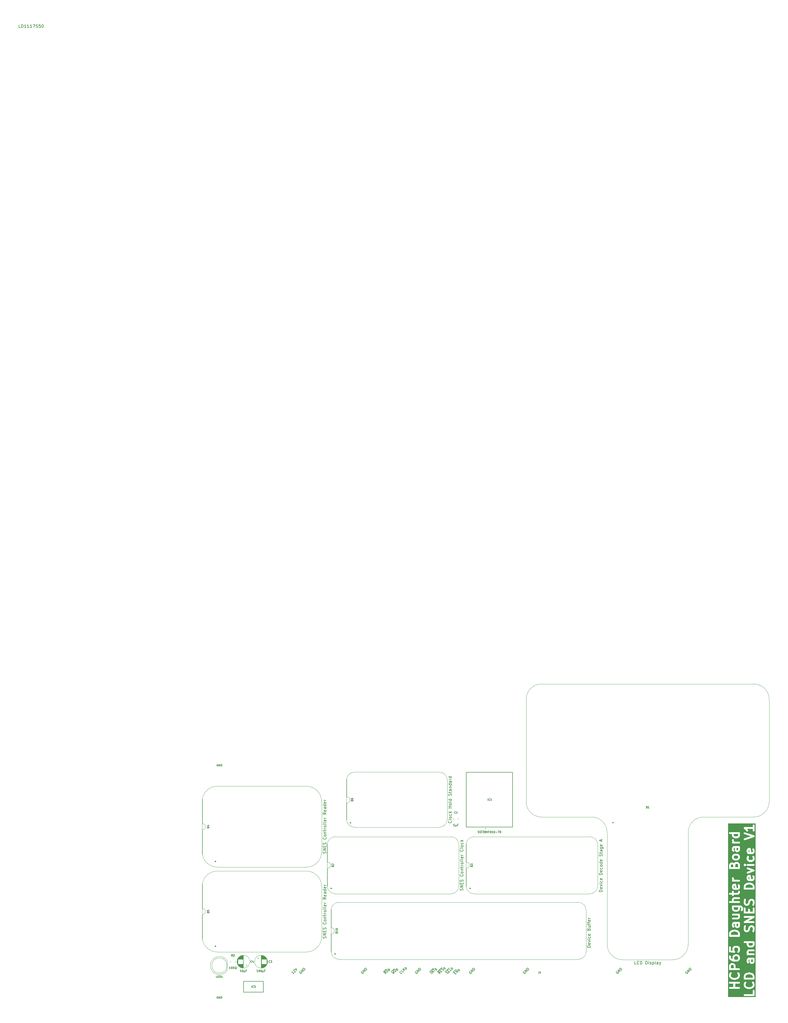
<source format=gto>
%TF.GenerationSoftware,KiCad,Pcbnew,8.0.7*%
%TF.CreationDate,2025-02-05T14:52:17+02:00*%
%TF.ProjectId,LCD Board,4c434420-426f-4617-9264-2e6b69636164,V1*%
%TF.SameCoordinates,Original*%
%TF.FileFunction,Legend,Top*%
%TF.FilePolarity,Positive*%
%FSLAX46Y46*%
G04 Gerber Fmt 4.6, Leading zero omitted, Abs format (unit mm)*
G04 Created by KiCad (PCBNEW 8.0.7) date 2025-02-05 14:52:17*
%MOMM*%
%LPD*%
G01*
G04 APERTURE LIST*
%ADD10C,0.200000*%
%ADD11C,0.600000*%
%ADD12C,0.150000*%
%ADD13C,0.120000*%
%ADD14C,0.100000*%
%ADD15C,0.239605*%
%ADD16C,0.187000*%
G04 APERTURE END LIST*
D10*
X45871143Y4876309D02*
X45305458Y5441995D01*
X46140517Y5145683D02*
X45574831Y5711368D01*
X45574831Y5711368D02*
X46463766Y5468932D01*
X46463766Y5468932D02*
X45898080Y6034617D01*
X46086642Y6223179D02*
X46409891Y6546428D01*
X46813952Y5819118D02*
X46248266Y6384803D01*
X45070294Y5520921D02*
X46250152Y6700779D01*
X47199695Y6079872D02*
X46747147Y6532420D01*
X46747147Y6532420D02*
X46854897Y6640170D01*
X46854897Y6640170D02*
X46941096Y6683270D01*
X46941096Y6683270D02*
X47027296Y6683270D01*
X47027296Y6683270D02*
X47091946Y6661720D01*
X47091946Y6661720D02*
X47199695Y6597070D01*
X47199695Y6597070D02*
X47264345Y6532420D01*
X47264345Y6532420D02*
X47328995Y6424671D01*
X47328995Y6424671D02*
X47350545Y6360021D01*
X47350545Y6360021D02*
X47350545Y6273821D01*
X47350545Y6273821D02*
X47307445Y6187622D01*
X47307445Y6187622D02*
X47199695Y6079872D01*
X35980517Y5253433D02*
X35980517Y5199558D01*
X35980517Y5199558D02*
X35926642Y5091808D01*
X35926642Y5091808D02*
X35872768Y5037934D01*
X35872768Y5037934D02*
X35765018Y4984059D01*
X35765018Y4984059D02*
X35657268Y4984059D01*
X35657268Y4984059D02*
X35576456Y5010996D01*
X35576456Y5010996D02*
X35441769Y5091808D01*
X35441769Y5091808D02*
X35360957Y5172621D01*
X35360957Y5172621D02*
X35280145Y5307308D01*
X35280145Y5307308D02*
X35253207Y5388120D01*
X35253207Y5388120D02*
X35253207Y5495869D01*
X35253207Y5495869D02*
X35307082Y5603619D01*
X35307082Y5603619D02*
X35360957Y5657494D01*
X35360957Y5657494D02*
X35468707Y5711369D01*
X35468707Y5711369D02*
X35522581Y5711369D01*
X36546203Y5711369D02*
X36276829Y5441995D01*
X36276829Y5441995D02*
X35711143Y6007680D01*
X36734764Y5899930D02*
X36169079Y6465616D01*
X37058013Y6223179D02*
X36492328Y6303991D01*
X36492328Y6788865D02*
X36492328Y6142367D01*
X37336007Y6376184D02*
X36883459Y6828732D01*
X36883459Y6828732D02*
X36991208Y6936482D01*
X36991208Y6936482D02*
X37077408Y6979581D01*
X37077408Y6979581D02*
X37163608Y6979581D01*
X37163608Y6979581D02*
X37228258Y6958032D01*
X37228258Y6958032D02*
X37336007Y6893382D01*
X37336007Y6893382D02*
X37400657Y6828732D01*
X37400657Y6828732D02*
X37465307Y6720982D01*
X37465307Y6720982D02*
X37486857Y6656333D01*
X37486857Y6656333D02*
X37486857Y6570133D01*
X37486857Y6570133D02*
X37443757Y6483933D01*
X37443757Y6483933D02*
X37336007Y6376184D01*
X76108707Y5711369D02*
X76027894Y5684431D01*
X76027894Y5684431D02*
X75947082Y5603619D01*
X75947082Y5603619D02*
X75893207Y5495869D01*
X75893207Y5495869D02*
X75893207Y5388120D01*
X75893207Y5388120D02*
X75920145Y5307308D01*
X75920145Y5307308D02*
X76000957Y5172621D01*
X76000957Y5172621D02*
X76081769Y5091808D01*
X76081769Y5091808D02*
X76216456Y5010996D01*
X76216456Y5010996D02*
X76297268Y4984059D01*
X76297268Y4984059D02*
X76405018Y4984059D01*
X76405018Y4984059D02*
X76512768Y5037934D01*
X76512768Y5037934D02*
X76566642Y5091808D01*
X76566642Y5091808D02*
X76620517Y5199558D01*
X76620517Y5199558D02*
X76620517Y5253433D01*
X76620517Y5253433D02*
X76431955Y5441995D01*
X76431955Y5441995D02*
X76324206Y5334245D01*
X76916829Y5441995D02*
X76351143Y6007680D01*
X76351143Y6007680D02*
X77240077Y5765243D01*
X77240077Y5765243D02*
X76674392Y6330929D01*
X77509451Y6034617D02*
X76943766Y6600303D01*
X76943766Y6600303D02*
X77078453Y6734990D01*
X77078453Y6734990D02*
X77186202Y6788865D01*
X77186202Y6788865D02*
X77293952Y6788865D01*
X77293952Y6788865D02*
X77374764Y6761927D01*
X77374764Y6761927D02*
X77509451Y6681115D01*
X77509451Y6681115D02*
X77590263Y6600303D01*
X77590263Y6600303D02*
X77671076Y6465616D01*
X77671076Y6465616D02*
X77698013Y6384804D01*
X77698013Y6384804D02*
X77698013Y6277054D01*
X77698013Y6277054D02*
X77644138Y6169304D01*
X77644138Y6169304D02*
X77509451Y6034617D01*
X58328707Y5711369D02*
X58247894Y5684431D01*
X58247894Y5684431D02*
X58167082Y5603619D01*
X58167082Y5603619D02*
X58113207Y5495869D01*
X58113207Y5495869D02*
X58113207Y5388120D01*
X58113207Y5388120D02*
X58140145Y5307308D01*
X58140145Y5307308D02*
X58220957Y5172621D01*
X58220957Y5172621D02*
X58301769Y5091808D01*
X58301769Y5091808D02*
X58436456Y5010996D01*
X58436456Y5010996D02*
X58517268Y4984059D01*
X58517268Y4984059D02*
X58625018Y4984059D01*
X58625018Y4984059D02*
X58732768Y5037934D01*
X58732768Y5037934D02*
X58786642Y5091808D01*
X58786642Y5091808D02*
X58840517Y5199558D01*
X58840517Y5199558D02*
X58840517Y5253433D01*
X58840517Y5253433D02*
X58651955Y5441995D01*
X58651955Y5441995D02*
X58544206Y5334245D01*
X59136829Y5441995D02*
X58571143Y6007680D01*
X58571143Y6007680D02*
X59460077Y5765243D01*
X59460077Y5765243D02*
X58894392Y6330929D01*
X59729451Y6034617D02*
X59163766Y6600303D01*
X59163766Y6600303D02*
X59298453Y6734990D01*
X59298453Y6734990D02*
X59406202Y6788865D01*
X59406202Y6788865D02*
X59513952Y6788865D01*
X59513952Y6788865D02*
X59594764Y6761927D01*
X59594764Y6761927D02*
X59729451Y6681115D01*
X59729451Y6681115D02*
X59810263Y6600303D01*
X59810263Y6600303D02*
X59891076Y6465616D01*
X59891076Y6465616D02*
X59918013Y6384804D01*
X59918013Y6384804D02*
X59918013Y6277054D01*
X59918013Y6277054D02*
X59864138Y6169304D01*
X59864138Y6169304D02*
X59729451Y6034617D01*
D11*
G36*
X150932980Y4615399D02*
G01*
X151145693Y4509043D01*
X151346906Y4307829D01*
X151451973Y3992630D01*
X151451973Y3627027D01*
X149051973Y3627027D01*
X149051973Y3992629D01*
X149157040Y4307830D01*
X149358252Y4509043D01*
X149570965Y4615399D01*
X150074619Y4741313D01*
X150429325Y4741313D01*
X150932980Y4615399D01*
G37*
G36*
X145030147Y7723328D02*
G01*
X145104155Y7649319D01*
X145193569Y7470492D01*
X145193569Y6698455D01*
X144222141Y6698455D01*
X144222141Y7470492D01*
X144311554Y7649319D01*
X144385563Y7723328D01*
X144564389Y7812741D01*
X144851321Y7812741D01*
X145030147Y7723328D01*
G37*
G36*
X151451973Y9541921D02*
G01*
X151451973Y8969275D01*
X151385509Y8836347D01*
X151252581Y8769884D01*
X151108507Y8769884D01*
X150975579Y8836347D01*
X150909116Y8969275D01*
X150909116Y9598456D01*
X151423706Y9598456D01*
X151451973Y9541921D01*
G37*
G36*
X146458718Y10580470D02*
G01*
X146532728Y10506461D01*
X146622141Y10327635D01*
X146622141Y9897846D01*
X146532728Y9719020D01*
X146458718Y9645011D01*
X146279892Y9555598D01*
X145707246Y9555598D01*
X145528420Y9645011D01*
X145454411Y9719019D01*
X145364998Y9897846D01*
X145364998Y10327635D01*
X145454411Y10506462D01*
X145528420Y10580471D01*
X145707246Y10669884D01*
X146279892Y10669884D01*
X146458718Y10580470D01*
G37*
G36*
X151451973Y14970493D02*
G01*
X151451973Y14540704D01*
X151362560Y14361878D01*
X151288550Y14287869D01*
X151109724Y14198456D01*
X150394221Y14198456D01*
X150215395Y14287869D01*
X150141386Y14361877D01*
X150051973Y14540704D01*
X150051973Y14970493D01*
X150080240Y15027028D01*
X151423706Y15027028D01*
X151451973Y14970493D01*
G37*
G36*
X146103148Y18686827D02*
G01*
X146315861Y18580471D01*
X146517074Y18379257D01*
X146622141Y18064058D01*
X146622141Y17698455D01*
X144222141Y17698455D01*
X144222141Y18064057D01*
X144327208Y18379258D01*
X144528420Y18580471D01*
X144741133Y18686827D01*
X145244787Y18812741D01*
X145599493Y18812741D01*
X146103148Y18686827D01*
G37*
G36*
X146622141Y21327635D02*
G01*
X146622141Y20754989D01*
X146555677Y20622061D01*
X146422749Y20555598D01*
X146278675Y20555598D01*
X146145747Y20622061D01*
X146079284Y20754989D01*
X146079284Y21384170D01*
X146593874Y21384170D01*
X146622141Y21327635D01*
G37*
G36*
X146622141Y26756207D02*
G01*
X146622141Y26326418D01*
X146532728Y26147592D01*
X146458718Y26073583D01*
X146279892Y25984170D01*
X145564389Y25984170D01*
X145385563Y26073583D01*
X145311554Y26147591D01*
X145222141Y26326418D01*
X145222141Y26756207D01*
X145250408Y26812742D01*
X146593874Y26812742D01*
X146622141Y26756207D01*
G37*
G36*
X145556200Y33127028D02*
G01*
X145421532Y33127028D01*
X145288604Y33193491D01*
X145222141Y33326419D01*
X145222141Y33756208D01*
X145288604Y33889135D01*
X145393307Y33941487D01*
X145556200Y33127028D01*
G37*
G36*
X150932980Y34186828D02*
G01*
X151145693Y34080472D01*
X151346906Y33879258D01*
X151451973Y33564059D01*
X151451973Y33198456D01*
X149051973Y33198456D01*
X149051973Y33564058D01*
X149157040Y33879259D01*
X149358252Y34080472D01*
X149570965Y34186828D01*
X150074619Y34312742D01*
X150429325Y34312742D01*
X150932980Y34186828D01*
G37*
G36*
X150386032Y36055599D02*
G01*
X150251364Y36055599D01*
X150118436Y36122062D01*
X150051973Y36254990D01*
X150051973Y36684779D01*
X150118436Y36817706D01*
X150223139Y36870058D01*
X150386032Y36055599D01*
G37*
G36*
X144887290Y40866187D02*
G01*
X144961298Y40792178D01*
X145050712Y40613351D01*
X145050712Y39984171D01*
X144222141Y39984171D01*
X144222141Y40613351D01*
X144311554Y40792178D01*
X144385563Y40866187D01*
X144564389Y40955600D01*
X144708464Y40955600D01*
X144887290Y40866187D01*
G37*
G36*
X146458718Y41009044D02*
G01*
X146532728Y40935034D01*
X146622141Y40756208D01*
X146622141Y39984171D01*
X145650712Y39984171D01*
X145650712Y40635488D01*
X145755779Y40950689D01*
X145814134Y41009044D01*
X145992961Y41098457D01*
X146279892Y41098457D01*
X146458718Y41009044D01*
G37*
G36*
X146458718Y43723330D02*
G01*
X146532728Y43649320D01*
X146622141Y43470494D01*
X146622141Y43183562D01*
X146532728Y43004736D01*
X146458718Y42930727D01*
X146279892Y42841314D01*
X145564389Y42841314D01*
X145385563Y42930727D01*
X145311554Y43004735D01*
X145222141Y43183562D01*
X145222141Y43470494D01*
X145311554Y43649320D01*
X145385563Y43723330D01*
X145564389Y43812743D01*
X146279892Y43812743D01*
X146458718Y43723330D01*
G37*
G36*
X150386032Y44912742D02*
G01*
X150251364Y44912742D01*
X150118436Y44979205D01*
X150051973Y45112133D01*
X150051973Y45541922D01*
X150118436Y45674849D01*
X150223139Y45727201D01*
X150386032Y44912742D01*
G37*
G36*
X146622141Y46327637D02*
G01*
X146622141Y45754991D01*
X146555677Y45622063D01*
X146422749Y45555600D01*
X146278675Y45555600D01*
X146145747Y45622063D01*
X146079284Y45754991D01*
X146079284Y46384172D01*
X146593874Y46384172D01*
X146622141Y46327637D01*
G37*
G36*
X146622141Y50899066D02*
G01*
X146622141Y50469277D01*
X146532728Y50290451D01*
X146458718Y50216442D01*
X146279892Y50127029D01*
X145564389Y50127029D01*
X145385563Y50216442D01*
X145311554Y50290450D01*
X145222141Y50469277D01*
X145222141Y50899066D01*
X145250408Y50955601D01*
X146593874Y50955601D01*
X146622141Y50899066D01*
G37*
G36*
X152385306Y-2734876D02*
G01*
X143288808Y-2734876D01*
X143288808Y-2062385D01*
X148454540Y-2062385D01*
X148454540Y-2140701D01*
X148474809Y-2216348D01*
X148513967Y-2284171D01*
X148569345Y-2339549D01*
X148637168Y-2378707D01*
X148712815Y-2398976D01*
X148751973Y-2401543D01*
X151751973Y-2401543D01*
X151791131Y-2398976D01*
X151866778Y-2378707D01*
X151934601Y-2339549D01*
X151989979Y-2284171D01*
X152029137Y-2216348D01*
X152049406Y-2140701D01*
X152051973Y-2101543D01*
X152051973Y-672971D01*
X152049406Y-633813D01*
X152029137Y-558166D01*
X151989979Y-490343D01*
X151934601Y-434965D01*
X151866778Y-395807D01*
X151791131Y-375538D01*
X151712815Y-375538D01*
X151637168Y-395807D01*
X151569345Y-434965D01*
X151513967Y-490343D01*
X151474809Y-558166D01*
X151454540Y-633813D01*
X151451973Y-672971D01*
X151451973Y-1801543D01*
X148751973Y-1801543D01*
X148712815Y-1804110D01*
X148637168Y-1824379D01*
X148569345Y-1863537D01*
X148513967Y-1918915D01*
X148474809Y-1986738D01*
X148454540Y-2062385D01*
X143288808Y-2062385D01*
X143288808Y2009042D01*
X143624708Y2009042D01*
X143624708Y1930726D01*
X143644977Y1855079D01*
X143684135Y1787256D01*
X143739513Y1731878D01*
X143807336Y1692720D01*
X143882983Y1672451D01*
X143922141Y1669884D01*
X145050712Y1669884D01*
X145050712Y555598D01*
X143922141Y555598D01*
X143882983Y553031D01*
X143807336Y532762D01*
X143739513Y493604D01*
X143684135Y438226D01*
X143644977Y370403D01*
X143624708Y294756D01*
X143624708Y216440D01*
X143644977Y140793D01*
X143684135Y72970D01*
X143739513Y17592D01*
X143807336Y-21566D01*
X143882983Y-41835D01*
X143922141Y-44402D01*
X146922141Y-44402D01*
X146961299Y-41835D01*
X147036946Y-21566D01*
X147104769Y17592D01*
X147160147Y72970D01*
X147199305Y140793D01*
X147219574Y216440D01*
X147219574Y294756D01*
X147199305Y370403D01*
X147160147Y438226D01*
X147104769Y493604D01*
X147036946Y532762D01*
X146961299Y553031D01*
X146922141Y555598D01*
X145650712Y555598D01*
X145650712Y1469884D01*
X148451973Y1469884D01*
X148451973Y1184170D01*
X148454540Y1145012D01*
X148456878Y1136284D01*
X148457420Y1127262D01*
X148467368Y1089302D01*
X148610225Y660731D01*
X148616345Y645721D01*
X148617666Y640794D01*
X148620012Y636729D01*
X148625043Y624394D01*
X148641701Y599163D01*
X148656824Y572971D01*
X148665610Y562951D01*
X148668194Y559039D01*
X148672007Y555657D01*
X148682698Y543467D01*
X148968411Y257753D01*
X148997915Y231879D01*
X149005742Y227359D01*
X149012504Y221364D01*
X149046380Y201556D01*
X149332094Y58699D01*
X149351552Y50513D01*
X149356131Y47972D01*
X149362298Y45993D01*
X149368266Y43483D01*
X149373393Y42433D01*
X149393497Y35984D01*
X149964926Y-106873D01*
X149995153Y-112358D01*
X149998529Y-113263D01*
X150001046Y-113428D01*
X150003537Y-113880D01*
X150007041Y-113821D01*
X150037687Y-115830D01*
X150466258Y-115830D01*
X150496903Y-113821D01*
X150500407Y-113880D01*
X150502897Y-113428D01*
X150505416Y-113263D01*
X150508792Y-112358D01*
X150539019Y-106873D01*
X151110447Y35984D01*
X151130548Y42433D01*
X151135679Y43483D01*
X151141650Y45994D01*
X151147813Y47972D01*
X151152388Y50511D01*
X151171851Y58699D01*
X151457565Y201556D01*
X151491441Y221364D01*
X151498201Y227358D01*
X151506029Y231878D01*
X151535533Y257752D01*
X151821248Y543467D01*
X151831935Y555653D01*
X151835752Y559038D01*
X151838337Y562954D01*
X151847122Y572971D01*
X151862242Y599160D01*
X151878903Y624394D01*
X151883933Y636729D01*
X151886280Y640794D01*
X151887600Y645721D01*
X151893721Y660731D01*
X152036578Y1089301D01*
X152046525Y1127261D01*
X152047066Y1136280D01*
X152049406Y1145012D01*
X152051973Y1184170D01*
X152051973Y1469884D01*
X152049406Y1509042D01*
X152047066Y1517773D01*
X152046525Y1526792D01*
X152036578Y1564753D01*
X151893721Y1993324D01*
X151887601Y2008331D01*
X151886280Y2013262D01*
X151883932Y2017328D01*
X151878903Y2029661D01*
X151862243Y2054892D01*
X151847121Y2081085D01*
X151838335Y2091102D01*
X151835752Y2095016D01*
X151831938Y2098397D01*
X151821247Y2110589D01*
X151678389Y2253446D01*
X151648885Y2279319D01*
X151581062Y2318477D01*
X151505415Y2338746D01*
X151427099Y2338746D01*
X151351452Y2318477D01*
X151283629Y2279318D01*
X151228252Y2223940D01*
X151189094Y2156117D01*
X151168825Y2080470D01*
X151168825Y2002154D01*
X151189094Y1926507D01*
X151228253Y1858684D01*
X151254127Y1829180D01*
X151346906Y1736401D01*
X151451973Y1421201D01*
X151451973Y1232853D01*
X151346906Y917653D01*
X151145693Y716440D01*
X150932980Y610083D01*
X150429325Y484170D01*
X150074619Y484170D01*
X149570965Y610083D01*
X149358252Y716439D01*
X149157040Y917652D01*
X149051973Y1232853D01*
X149051973Y1421201D01*
X149157040Y1736402D01*
X149249819Y1829181D01*
X149275693Y1858685D01*
X149314851Y1926508D01*
X149335120Y2002155D01*
X149335120Y2080471D01*
X149314851Y2156118D01*
X149275693Y2223941D01*
X149220315Y2279319D01*
X149152492Y2318477D01*
X149076845Y2338746D01*
X148998529Y2338746D01*
X148922882Y2318477D01*
X148855059Y2279319D01*
X148825555Y2253445D01*
X148682698Y2110588D01*
X148672010Y2098401D01*
X148668193Y2095016D01*
X148665607Y2091099D01*
X148656824Y2081084D01*
X148641701Y2054891D01*
X148625043Y2029660D01*
X148620013Y2017327D01*
X148617666Y2013261D01*
X148616345Y2008331D01*
X148610225Y1993324D01*
X148467368Y1564752D01*
X148457420Y1526792D01*
X148456878Y1517769D01*
X148454540Y1509042D01*
X148451973Y1469884D01*
X145650712Y1469884D01*
X145650712Y1669884D01*
X146922141Y1669884D01*
X146961299Y1672451D01*
X147036946Y1692720D01*
X147104769Y1731878D01*
X147160147Y1787256D01*
X147199305Y1855079D01*
X147219574Y1930726D01*
X147219574Y2009042D01*
X147199305Y2084689D01*
X147160147Y2152512D01*
X147104769Y2207890D01*
X147036946Y2247048D01*
X146961299Y2267317D01*
X146922141Y2269884D01*
X143922141Y2269884D01*
X143882983Y2267317D01*
X143807336Y2247048D01*
X143739513Y2207890D01*
X143684135Y2152512D01*
X143644977Y2084689D01*
X143624708Y2009042D01*
X143288808Y2009042D01*
X143288808Y4541312D01*
X143622141Y4541312D01*
X143622141Y4255598D01*
X143624708Y4216440D01*
X143627046Y4207712D01*
X143627588Y4198690D01*
X143637536Y4160730D01*
X143780393Y3732159D01*
X143786513Y3717149D01*
X143787834Y3712222D01*
X143790180Y3708157D01*
X143795211Y3695822D01*
X143811869Y3670591D01*
X143826992Y3644399D01*
X143835778Y3634379D01*
X143838362Y3630467D01*
X143842175Y3627085D01*
X143852866Y3614895D01*
X144138579Y3329181D01*
X144168083Y3303307D01*
X144175910Y3298787D01*
X144182672Y3292792D01*
X144216548Y3272984D01*
X144502262Y3130127D01*
X144521720Y3121941D01*
X144526299Y3119400D01*
X144532466Y3117421D01*
X144538434Y3114911D01*
X144543561Y3113861D01*
X144563665Y3107412D01*
X145135094Y2964555D01*
X145165321Y2959069D01*
X145168697Y2958165D01*
X145171214Y2957999D01*
X145173705Y2957548D01*
X145177209Y2957606D01*
X145207855Y2955598D01*
X145636426Y2955598D01*
X145667071Y2957606D01*
X145670575Y2957548D01*
X145673065Y2957999D01*
X145675584Y2958165D01*
X145678960Y2959069D01*
X145709187Y2964555D01*
X146280615Y3107412D01*
X146300716Y3113861D01*
X146305847Y3114911D01*
X146311818Y3117422D01*
X146317981Y3119400D01*
X146322556Y3121939D01*
X146342019Y3130127D01*
X146627733Y3272984D01*
X146661609Y3292792D01*
X146668369Y3298786D01*
X146676197Y3303306D01*
X146705701Y3329180D01*
X146991416Y3614895D01*
X147002103Y3627081D01*
X147005920Y3630466D01*
X147008505Y3634382D01*
X147017290Y3644399D01*
X147032410Y3670588D01*
X147049071Y3695822D01*
X147054101Y3708157D01*
X147056448Y3712222D01*
X147057768Y3717149D01*
X147063889Y3732159D01*
X147166941Y4041313D01*
X148451973Y4041313D01*
X148451973Y3327027D01*
X148454540Y3287869D01*
X148474809Y3212222D01*
X148513967Y3144399D01*
X148569345Y3089021D01*
X148637168Y3049863D01*
X148712815Y3029594D01*
X148751973Y3027027D01*
X151751973Y3027027D01*
X151791131Y3029594D01*
X151866778Y3049863D01*
X151934601Y3089021D01*
X151989979Y3144399D01*
X152029137Y3212222D01*
X152049406Y3287869D01*
X152051973Y3327027D01*
X152051973Y4041313D01*
X152049406Y4080471D01*
X152047066Y4089202D01*
X152046525Y4098222D01*
X152036578Y4136182D01*
X151893721Y4564752D01*
X151887600Y4579761D01*
X151886280Y4584689D01*
X151883933Y4588753D01*
X151878903Y4601089D01*
X151862242Y4626322D01*
X151847122Y4652512D01*
X151838337Y4662528D01*
X151835752Y4666445D01*
X151831935Y4669829D01*
X151821248Y4682016D01*
X151535533Y4967731D01*
X151506029Y4993605D01*
X151498201Y4998124D01*
X151491441Y5004119D01*
X151457565Y5023927D01*
X151171851Y5166784D01*
X151152388Y5174971D01*
X151147813Y5177511D01*
X151141650Y5179488D01*
X151135679Y5182000D01*
X151130548Y5183049D01*
X151110447Y5189499D01*
X150539019Y5332356D01*
X150508792Y5337841D01*
X150505416Y5338746D01*
X150502897Y5338911D01*
X150500407Y5339363D01*
X150496903Y5339304D01*
X150466258Y5341313D01*
X150037687Y5341313D01*
X150007041Y5339304D01*
X150003537Y5339363D01*
X150001046Y5338911D01*
X149998529Y5338746D01*
X149995153Y5337841D01*
X149964926Y5332356D01*
X149393497Y5189499D01*
X149373393Y5183049D01*
X149368266Y5182000D01*
X149362298Y5179489D01*
X149356131Y5177511D01*
X149351552Y5174969D01*
X149332094Y5166784D01*
X149046380Y5023927D01*
X149012504Y5004119D01*
X149005742Y4998123D01*
X148997915Y4993604D01*
X148968411Y4967730D01*
X148682698Y4682016D01*
X148672007Y4669825D01*
X148668194Y4666444D01*
X148665610Y4662531D01*
X148656824Y4652512D01*
X148641701Y4626319D01*
X148625043Y4601089D01*
X148620012Y4588753D01*
X148617666Y4584689D01*
X148616345Y4579761D01*
X148610225Y4564752D01*
X148467368Y4136181D01*
X148457420Y4098221D01*
X148456878Y4089198D01*
X148454540Y4080471D01*
X148451973Y4041313D01*
X147166941Y4041313D01*
X147206746Y4160729D01*
X147216693Y4198689D01*
X147217234Y4207708D01*
X147219574Y4216440D01*
X147222141Y4255598D01*
X147222141Y4541312D01*
X147219574Y4580470D01*
X147217234Y4589201D01*
X147216693Y4598220D01*
X147206746Y4636181D01*
X147063889Y5064752D01*
X147057769Y5079759D01*
X147056448Y5084690D01*
X147054100Y5088756D01*
X147049071Y5101089D01*
X147032411Y5126320D01*
X147017289Y5152513D01*
X147008503Y5162530D01*
X147005920Y5166444D01*
X147002106Y5169825D01*
X146991415Y5182017D01*
X146848557Y5324874D01*
X146819053Y5350747D01*
X146751230Y5389905D01*
X146675583Y5410174D01*
X146597267Y5410174D01*
X146521620Y5389905D01*
X146453797Y5350746D01*
X146398420Y5295368D01*
X146359262Y5227545D01*
X146338993Y5151898D01*
X146338993Y5073582D01*
X146359262Y4997935D01*
X146398421Y4930112D01*
X146424295Y4900608D01*
X146517074Y4807829D01*
X146622141Y4492629D01*
X146622141Y4304281D01*
X146517074Y3989081D01*
X146315861Y3787868D01*
X146103148Y3681511D01*
X145599493Y3555598D01*
X145244787Y3555598D01*
X144741133Y3681511D01*
X144528420Y3787867D01*
X144327208Y3989080D01*
X144222141Y4304281D01*
X144222141Y4492629D01*
X144327208Y4807830D01*
X144419987Y4900609D01*
X144445861Y4930113D01*
X144485019Y4997936D01*
X144505288Y5073583D01*
X144505288Y5151899D01*
X144485019Y5227546D01*
X144445861Y5295369D01*
X144390483Y5350747D01*
X144322660Y5389905D01*
X144247013Y5410174D01*
X144168697Y5410174D01*
X144093050Y5389905D01*
X144025227Y5350747D01*
X143995723Y5324873D01*
X143852866Y5182016D01*
X143842178Y5169829D01*
X143838361Y5166444D01*
X143835775Y5162527D01*
X143826992Y5152512D01*
X143811869Y5126319D01*
X143795211Y5101088D01*
X143790181Y5088755D01*
X143787834Y5084689D01*
X143786513Y5079759D01*
X143780393Y5064752D01*
X143637536Y4636180D01*
X143627588Y4598220D01*
X143627046Y4589197D01*
X143624708Y4580470D01*
X143622141Y4541312D01*
X143288808Y4541312D01*
X143288808Y7541312D01*
X143622141Y7541312D01*
X143622141Y6398455D01*
X143624708Y6359297D01*
X143644977Y6283650D01*
X143684135Y6215827D01*
X143739513Y6160449D01*
X143807336Y6121291D01*
X143882983Y6101022D01*
X143922141Y6098455D01*
X146922141Y6098455D01*
X146961299Y6101022D01*
X147036946Y6121291D01*
X147104769Y6160449D01*
X147160147Y6215827D01*
X147199305Y6283650D01*
X147219574Y6359297D01*
X147219574Y6437613D01*
X147199305Y6513260D01*
X147160147Y6581083D01*
X147104769Y6636461D01*
X147036946Y6675619D01*
X146961299Y6695888D01*
X146922141Y6698455D01*
X145793569Y6698455D01*
X145793569Y7541312D01*
X145792508Y7557488D01*
X145792814Y7562578D01*
X145791873Y7567173D01*
X145791002Y7580470D01*
X145783174Y7609683D01*
X145777113Y7639304D01*
X145771948Y7651582D01*
X145770733Y7656117D01*
X145768181Y7660536D01*
X145761897Y7675476D01*
X145619040Y7961191D01*
X145599232Y7995067D01*
X145593237Y8001827D01*
X145588718Y8009655D01*
X145562844Y8039159D01*
X145419987Y8182016D01*
X145390483Y8207890D01*
X145382655Y8212409D01*
X145375895Y8218404D01*
X145342019Y8238212D01*
X145056305Y8381069D01*
X145041365Y8387353D01*
X145036946Y8389905D01*
X145032411Y8391120D01*
X145020133Y8396285D01*
X144990511Y8402346D01*
X144961299Y8410174D01*
X144948003Y8411045D01*
X144943408Y8411986D01*
X144938318Y8411680D01*
X144922141Y8412741D01*
X144493569Y8412741D01*
X144477391Y8411680D01*
X144472302Y8411986D01*
X144467706Y8411045D01*
X144454411Y8410174D01*
X144425198Y8402346D01*
X144395577Y8396285D01*
X144383298Y8391120D01*
X144378764Y8389905D01*
X144374344Y8387353D01*
X144359405Y8381069D01*
X144073691Y8238212D01*
X144039815Y8218404D01*
X144033054Y8212409D01*
X144025227Y8207890D01*
X143995723Y8182016D01*
X143852866Y8039159D01*
X143826992Y8009655D01*
X143822472Y8001827D01*
X143816478Y7995067D01*
X143796670Y7961191D01*
X143653813Y7675476D01*
X143647528Y7660536D01*
X143644977Y7656117D01*
X143643761Y7651582D01*
X143638597Y7639304D01*
X143632535Y7609683D01*
X143624708Y7580470D01*
X143623836Y7567173D01*
X143622896Y7562578D01*
X143623201Y7557488D01*
X143622141Y7541312D01*
X143288808Y7541312D01*
X143288808Y10684170D01*
X143622141Y10684170D01*
X143622141Y10112741D01*
X143623201Y10096563D01*
X143622896Y10091474D01*
X143623836Y10086878D01*
X143624708Y10073583D01*
X143632535Y10044370D01*
X143638597Y10014749D01*
X143643761Y10002470D01*
X143644977Y9997936D01*
X143647528Y9993516D01*
X143653813Y9978577D01*
X143796670Y9692863D01*
X143816478Y9658987D01*
X143822472Y9652226D01*
X143826992Y9644399D01*
X143852866Y9614895D01*
X143995723Y9472038D01*
X144007014Y9462136D01*
X144010287Y9458412D01*
X144017959Y9452537D01*
X144025227Y9446164D01*
X144029521Y9443684D01*
X144041445Y9434555D01*
X144470016Y9148840D01*
X144504021Y9129255D01*
X144515607Y9125335D01*
X144526299Y9119400D01*
X144563665Y9107412D01*
X145135094Y8964555D01*
X145165321Y8959069D01*
X145168697Y8958165D01*
X145171214Y8957999D01*
X145173705Y8957548D01*
X145177209Y8957606D01*
X145207855Y8955598D01*
X146350712Y8955598D01*
X146366889Y8956658D01*
X146371979Y8956353D01*
X146376574Y8957293D01*
X146389870Y8958165D01*
X146419082Y8965992D01*
X146448704Y8972054D01*
X146460982Y8977218D01*
X146465517Y8978434D01*
X146469936Y8980985D01*
X146484876Y8987270D01*
X146770590Y9130127D01*
X146804466Y9149935D01*
X146811228Y9155931D01*
X146819053Y9160449D01*
X146848557Y9186322D01*
X146991415Y9329179D01*
X147017289Y9358683D01*
X147021808Y9366510D01*
X147027804Y9373272D01*
X147047612Y9407148D01*
X147078980Y9469884D01*
X149451973Y9469884D01*
X149451973Y8898456D01*
X149453033Y8882279D01*
X149452728Y8877190D01*
X149453668Y8872594D01*
X149454540Y8859298D01*
X149462367Y8830084D01*
X149468429Y8800464D01*
X149473593Y8788185D01*
X149474809Y8783651D01*
X149477360Y8779231D01*
X149483645Y8764292D01*
X149626502Y8478577D01*
X149646310Y8444701D01*
X149698269Y8386105D01*
X149763624Y8342954D01*
X149837922Y8318188D01*
X149916096Y8313495D01*
X149992822Y8329197D01*
X150062870Y8364220D01*
X150121466Y8416180D01*
X150164617Y8481535D01*
X150189383Y8555833D01*
X150194075Y8634007D01*
X150178374Y8710733D01*
X150163158Y8746905D01*
X150051973Y8969275D01*
X150051973Y9399064D01*
X150118436Y9531991D01*
X150251365Y9598456D01*
X150280848Y9598456D01*
X150309116Y9541920D01*
X150309116Y8898456D01*
X150310176Y8882279D01*
X150309871Y8877190D01*
X150310811Y8872594D01*
X150311683Y8859298D01*
X150319510Y8830084D01*
X150325572Y8800464D01*
X150330736Y8788185D01*
X150331952Y8783651D01*
X150334503Y8779231D01*
X150340788Y8764292D01*
X150483645Y8478577D01*
X150503453Y8444701D01*
X150515406Y8431220D01*
X150525337Y8416180D01*
X150541277Y8402045D01*
X150555412Y8386105D01*
X150570453Y8376173D01*
X150583933Y8364221D01*
X150617809Y8344413D01*
X150903523Y8201556D01*
X150918462Y8195271D01*
X150922882Y8192720D01*
X150927416Y8191504D01*
X150939695Y8186340D01*
X150969316Y8180278D01*
X150998529Y8172451D01*
X151011824Y8171579D01*
X151016420Y8170639D01*
X151021509Y8170944D01*
X151037687Y8169884D01*
X151323401Y8169884D01*
X151339577Y8170944D01*
X151344667Y8170639D01*
X151349262Y8171579D01*
X151362559Y8172451D01*
X151391772Y8180278D01*
X151421393Y8186340D01*
X151433671Y8191504D01*
X151438206Y8192720D01*
X151442625Y8195271D01*
X151457565Y8201556D01*
X151743280Y8344413D01*
X151777156Y8364221D01*
X151790635Y8376173D01*
X151805677Y8386105D01*
X151819811Y8402045D01*
X151835752Y8416180D01*
X151845683Y8431221D01*
X151857636Y8444701D01*
X151877444Y8478577D01*
X152020301Y8764292D01*
X152026585Y8779231D01*
X152029137Y8783651D01*
X152030352Y8788185D01*
X152035517Y8800464D01*
X152041578Y8830084D01*
X152049406Y8859298D01*
X152050277Y8872594D01*
X152051218Y8877190D01*
X152050912Y8882279D01*
X152051973Y8898456D01*
X152051973Y9612741D01*
X152050912Y9628917D01*
X152051218Y9634007D01*
X152050277Y9638602D01*
X152049406Y9651899D01*
X152041578Y9681112D01*
X152035517Y9710733D01*
X152030352Y9723011D01*
X152029137Y9727546D01*
X152026585Y9731965D01*
X152020301Y9746905D01*
X152014555Y9758395D01*
X152029137Y9783651D01*
X152049406Y9859298D01*
X152049406Y9937614D01*
X152029137Y10013261D01*
X151989979Y10081084D01*
X151934601Y10136462D01*
X151866778Y10175620D01*
X151791131Y10195889D01*
X151751973Y10198456D01*
X150180544Y10198456D01*
X150164366Y10197395D01*
X150159276Y10197701D01*
X150154680Y10196760D01*
X150141386Y10195889D01*
X150112176Y10188062D01*
X150082551Y10182000D01*
X150070270Y10176834D01*
X150065739Y10175620D01*
X150061322Y10173070D01*
X150046379Y10166784D01*
X149760665Y10023926D01*
X149726789Y10004118D01*
X149713306Y9992162D01*
X149698269Y9982234D01*
X149684134Y9966294D01*
X149668193Y9952158D01*
X149658262Y9937117D01*
X149646310Y9923638D01*
X149626502Y9889762D01*
X149483645Y9604048D01*
X149477360Y9589108D01*
X149474809Y9584689D01*
X149473593Y9580154D01*
X149468429Y9567876D01*
X149462367Y9538254D01*
X149454540Y9509042D01*
X149453668Y9495746D01*
X149452728Y9491151D01*
X149453033Y9486061D01*
X149451973Y9469884D01*
X147078980Y9469884D01*
X147190469Y9692863D01*
X147196753Y9707802D01*
X147199305Y9712222D01*
X147200520Y9716756D01*
X147205685Y9729035D01*
X147211746Y9758655D01*
X147219574Y9787869D01*
X147220445Y9801165D01*
X147221386Y9805761D01*
X147221080Y9810850D01*
X147222141Y9827027D01*
X147222141Y10398455D01*
X147221080Y10414631D01*
X147221386Y10419721D01*
X147220445Y10424316D01*
X147219574Y10437613D01*
X147211746Y10466826D01*
X147205685Y10496447D01*
X147200520Y10508725D01*
X147199305Y10513260D01*
X147196753Y10517679D01*
X147190469Y10532619D01*
X147047612Y10818334D01*
X147027804Y10852210D01*
X147021808Y10858971D01*
X147017289Y10866799D01*
X146991415Y10896303D01*
X146848557Y11039160D01*
X146819053Y11065033D01*
X146811228Y11069550D01*
X146804466Y11075547D01*
X146770590Y11095355D01*
X146484876Y11238212D01*
X146469936Y11244496D01*
X146465517Y11247048D01*
X146460982Y11248263D01*
X146448704Y11253428D01*
X146419082Y11259489D01*
X146389870Y11267317D01*
X146376574Y11268188D01*
X146371979Y11269129D01*
X146366889Y11268823D01*
X146350712Y11269884D01*
X145636426Y11269884D01*
X145620248Y11268823D01*
X145615159Y11269129D01*
X145610563Y11268188D01*
X145597268Y11267317D01*
X145568055Y11259489D01*
X145538434Y11253428D01*
X145526155Y11248263D01*
X145521621Y11247048D01*
X145517201Y11244496D01*
X145502262Y11238212D01*
X145216548Y11095355D01*
X145182672Y11075547D01*
X145175911Y11069552D01*
X145168084Y11065033D01*
X145138580Y11039159D01*
X144995723Y10896302D01*
X144969849Y10866798D01*
X144965329Y10858970D01*
X144959335Y10852210D01*
X144939527Y10818334D01*
X144796670Y10532619D01*
X144790385Y10517679D01*
X144787834Y10513260D01*
X144786618Y10508725D01*
X144781454Y10496447D01*
X144775392Y10466826D01*
X144767565Y10437613D01*
X144766693Y10424316D01*
X144765753Y10419721D01*
X144766058Y10414631D01*
X144764998Y10398455D01*
X144764998Y9827027D01*
X144766058Y9810850D01*
X144765753Y9805761D01*
X144766693Y9801165D01*
X144767565Y9787869D01*
X144775392Y9758655D01*
X144781454Y9729035D01*
X144786618Y9716756D01*
X144787834Y9712222D01*
X144790385Y9707802D01*
X144796670Y9692863D01*
X144811090Y9664022D01*
X144759599Y9676894D01*
X144398982Y9917306D01*
X144311554Y10004735D01*
X144222141Y10183561D01*
X144222141Y10684170D01*
X144219574Y10723328D01*
X144199305Y10798975D01*
X144160147Y10866798D01*
X144104769Y10922176D01*
X144036946Y10961334D01*
X143961299Y10981603D01*
X143882983Y10981603D01*
X143807336Y10961334D01*
X143739513Y10922176D01*
X143684135Y10866798D01*
X143644977Y10798975D01*
X143624708Y10723328D01*
X143622141Y10684170D01*
X143288808Y10684170D01*
X143288808Y13684170D01*
X143622141Y13684170D01*
X143622141Y12255598D01*
X143622570Y12249051D01*
X143622288Y12246230D01*
X143623067Y12241463D01*
X143624708Y12216440D01*
X143631002Y12192946D01*
X143634929Y12168942D01*
X143641096Y12155276D01*
X143644977Y12140793D01*
X143657139Y12119726D01*
X143667144Y12097559D01*
X143676637Y12085955D01*
X143684135Y12072970D01*
X143701333Y12055771D01*
X143716737Y12036945D01*
X143728912Y12028192D01*
X143739513Y12017592D01*
X143760575Y12005431D01*
X143780327Y11991233D01*
X143794351Y11985930D01*
X143807336Y11978434D01*
X143830830Y11972138D01*
X143853582Y11963537D01*
X143878315Y11959415D01*
X143882983Y11958165D01*
X143885821Y11958165D01*
X143892290Y11957087D01*
X145320861Y11814230D01*
X145360080Y11812888D01*
X145374876Y11815308D01*
X145389870Y11815308D01*
X145413363Y11821602D01*
X145437368Y11825529D01*
X145451033Y11831696D01*
X145465517Y11835577D01*
X145486583Y11847739D01*
X145508751Y11857744D01*
X145520354Y11867237D01*
X145533340Y11874735D01*
X145550538Y11891933D01*
X145569365Y11907337D01*
X145578117Y11919512D01*
X145588718Y11930113D01*
X145600878Y11951175D01*
X145615077Y11970927D01*
X145620378Y11984950D01*
X145627876Y11997936D01*
X145634172Y12021436D01*
X145642772Y12044182D01*
X145644263Y12059096D01*
X145648145Y12073583D01*
X145648145Y12097909D01*
X145650565Y12122109D01*
X145648145Y12136905D01*
X145648145Y12151899D01*
X145641850Y12175392D01*
X145637924Y12199397D01*
X145631756Y12213062D01*
X145627876Y12227546D01*
X145615713Y12248612D01*
X145605709Y12270780D01*
X145596215Y12282383D01*
X145588718Y12295369D01*
X145562844Y12324873D01*
X145454411Y12433305D01*
X145364998Y12612132D01*
X145364998Y13184778D01*
X145454411Y13363605D01*
X145528420Y13437614D01*
X145707246Y13527027D01*
X146279892Y13527027D01*
X146458718Y13437613D01*
X146532728Y13363604D01*
X146622141Y13184778D01*
X146622141Y12612132D01*
X146532728Y12433306D01*
X146424295Y12324874D01*
X146398421Y12295370D01*
X146359262Y12227547D01*
X146338993Y12151900D01*
X146338993Y12073584D01*
X146359262Y11997937D01*
X146398420Y11930114D01*
X146453797Y11874736D01*
X146521620Y11835577D01*
X146597267Y11815308D01*
X146675583Y11815308D01*
X146751230Y11835577D01*
X146819053Y11874735D01*
X146848557Y11900608D01*
X146991415Y12043465D01*
X147017289Y12072969D01*
X147021808Y12080796D01*
X147027804Y12087558D01*
X147047612Y12121434D01*
X147078980Y12184170D01*
X149451973Y12184170D01*
X149451973Y11755599D01*
X149453033Y11739422D01*
X149452728Y11734333D01*
X149453668Y11729737D01*
X149454540Y11716441D01*
X149462367Y11687227D01*
X149468429Y11657607D01*
X149473593Y11645328D01*
X149474809Y11640794D01*
X149477360Y11636374D01*
X149483645Y11621435D01*
X149531012Y11526700D01*
X149513967Y11509655D01*
X149474809Y11441832D01*
X149454540Y11366185D01*
X149454540Y11287869D01*
X149474809Y11212222D01*
X149513967Y11144399D01*
X149569345Y11089021D01*
X149637168Y11049863D01*
X149712815Y11029594D01*
X149751973Y11027027D01*
X151751973Y11027027D01*
X151791131Y11029594D01*
X151866778Y11049863D01*
X151934601Y11089021D01*
X151989979Y11144399D01*
X152029137Y11212222D01*
X152049406Y11287869D01*
X152049406Y11366185D01*
X152029137Y11441832D01*
X151989979Y11509655D01*
X151934601Y11565033D01*
X151866778Y11604191D01*
X151791131Y11624460D01*
X151751973Y11627027D01*
X150161951Y11627027D01*
X150141386Y11647591D01*
X150051973Y11826418D01*
X150051973Y12113350D01*
X150118436Y12246277D01*
X150251365Y12312742D01*
X151751973Y12312742D01*
X151791131Y12315309D01*
X151866778Y12335578D01*
X151934601Y12374736D01*
X151989979Y12430114D01*
X152029137Y12497937D01*
X152049406Y12573584D01*
X152049406Y12651900D01*
X152029137Y12727547D01*
X151989979Y12795370D01*
X151934601Y12850748D01*
X151866778Y12889906D01*
X151791131Y12910175D01*
X151751973Y12912742D01*
X150180544Y12912742D01*
X150164366Y12911681D01*
X150159276Y12911987D01*
X150154680Y12911046D01*
X150141386Y12910175D01*
X150112176Y12902348D01*
X150082551Y12896286D01*
X150070270Y12891120D01*
X150065739Y12889906D01*
X150061322Y12887356D01*
X150046379Y12881070D01*
X149760665Y12738212D01*
X149726789Y12718404D01*
X149713306Y12706448D01*
X149698269Y12696520D01*
X149684134Y12680580D01*
X149668193Y12666444D01*
X149658262Y12651403D01*
X149646310Y12637924D01*
X149626502Y12604048D01*
X149483645Y12318334D01*
X149477360Y12303394D01*
X149474809Y12298975D01*
X149473593Y12294440D01*
X149468429Y12282162D01*
X149462367Y12252540D01*
X149454540Y12223328D01*
X149453668Y12210032D01*
X149452728Y12205437D01*
X149453033Y12200347D01*
X149451973Y12184170D01*
X147078980Y12184170D01*
X147190469Y12407149D01*
X147196753Y12422088D01*
X147199305Y12426508D01*
X147200520Y12431042D01*
X147205685Y12443321D01*
X147211746Y12472941D01*
X147219574Y12502155D01*
X147220445Y12515451D01*
X147221386Y12520047D01*
X147221080Y12525136D01*
X147222141Y12541313D01*
X147222141Y13255598D01*
X147221080Y13271774D01*
X147221386Y13276864D01*
X147220445Y13281459D01*
X147219574Y13294756D01*
X147211746Y13323969D01*
X147205685Y13353590D01*
X147200520Y13365868D01*
X147199305Y13370403D01*
X147196753Y13374822D01*
X147190469Y13389762D01*
X147047612Y13675477D01*
X147027804Y13709353D01*
X147021808Y13716114D01*
X147017289Y13723942D01*
X146991415Y13753446D01*
X146848557Y13896303D01*
X146819053Y13922176D01*
X146811228Y13926693D01*
X146804466Y13932690D01*
X146770590Y13952498D01*
X146484876Y14095355D01*
X146469936Y14101639D01*
X146465517Y14104191D01*
X146460982Y14105406D01*
X146448704Y14110571D01*
X146419082Y14116632D01*
X146389870Y14124460D01*
X146376574Y14125331D01*
X146371979Y14126272D01*
X146366889Y14125966D01*
X146350712Y14127027D01*
X145636426Y14127027D01*
X145620248Y14125966D01*
X145615159Y14126272D01*
X145610563Y14125331D01*
X145597268Y14124460D01*
X145568055Y14116632D01*
X145538434Y14110571D01*
X145526155Y14105406D01*
X145521621Y14104191D01*
X145517201Y14101639D01*
X145502262Y14095355D01*
X145216548Y13952498D01*
X145182672Y13932690D01*
X145175911Y13926695D01*
X145168084Y13922176D01*
X145138580Y13896302D01*
X144995723Y13753445D01*
X144969849Y13723941D01*
X144965329Y13716113D01*
X144959335Y13709353D01*
X144939527Y13675477D01*
X144796670Y13389762D01*
X144790385Y13374822D01*
X144787834Y13370403D01*
X144786618Y13365868D01*
X144781454Y13353590D01*
X144775392Y13323969D01*
X144767565Y13294756D01*
X144766693Y13281459D01*
X144765753Y13276864D01*
X144766058Y13271774D01*
X144764998Y13255598D01*
X144764998Y12541313D01*
X144766058Y12525136D01*
X144765753Y12520047D01*
X144766693Y12515451D01*
X144767565Y12502155D01*
X144775392Y12472941D01*
X144775637Y12471744D01*
X144222141Y12527094D01*
X144222141Y13684170D01*
X144219574Y13723328D01*
X144199305Y13798975D01*
X144160147Y13866798D01*
X144104769Y13922176D01*
X144036946Y13961334D01*
X143961299Y13981603D01*
X143882983Y13981603D01*
X143807336Y13961334D01*
X143739513Y13922176D01*
X143684135Y13866798D01*
X143644977Y13798975D01*
X143624708Y13723328D01*
X143622141Y13684170D01*
X143288808Y13684170D01*
X143288808Y15366186D01*
X148454540Y15366186D01*
X148454540Y15287870D01*
X148474809Y15212223D01*
X148513967Y15144400D01*
X148569345Y15089022D01*
X148637168Y15049864D01*
X148712815Y15029595D01*
X148751973Y15027028D01*
X149451973Y15027028D01*
X149451973Y14469885D01*
X149453033Y14453708D01*
X149452728Y14448619D01*
X149453668Y14444023D01*
X149454540Y14430727D01*
X149462367Y14401513D01*
X149468429Y14371893D01*
X149473593Y14359614D01*
X149474809Y14355080D01*
X149477360Y14350660D01*
X149483645Y14335721D01*
X149626502Y14050006D01*
X149646310Y14016130D01*
X149652304Y14009369D01*
X149656824Y14001542D01*
X149682698Y13972038D01*
X149825555Y13829181D01*
X149855059Y13803307D01*
X149862886Y13798787D01*
X149869647Y13792793D01*
X149903523Y13772985D01*
X150189237Y13630128D01*
X150204176Y13623843D01*
X150208596Y13621292D01*
X150213130Y13620076D01*
X150225409Y13614912D01*
X150255030Y13608850D01*
X150284243Y13601023D01*
X150297538Y13600151D01*
X150302134Y13599211D01*
X150307223Y13599516D01*
X150323401Y13598456D01*
X151180544Y13598456D01*
X151196721Y13599516D01*
X151201811Y13599211D01*
X151206406Y13600151D01*
X151219702Y13601023D01*
X151248914Y13608850D01*
X151278536Y13614912D01*
X151290814Y13620076D01*
X151295349Y13621292D01*
X151299768Y13623843D01*
X151314708Y13630128D01*
X151600422Y13772985D01*
X151634298Y13792793D01*
X151641060Y13798789D01*
X151648885Y13803307D01*
X151678389Y13829180D01*
X151821247Y13972037D01*
X151847121Y14001541D01*
X151851640Y14009368D01*
X151857636Y14016130D01*
X151877444Y14050006D01*
X152020301Y14335721D01*
X152026585Y14350660D01*
X152029137Y14355080D01*
X152030352Y14359614D01*
X152035517Y14371893D01*
X152041578Y14401513D01*
X152049406Y14430727D01*
X152050277Y14444023D01*
X152051218Y14448619D01*
X152050912Y14453708D01*
X152051973Y14469885D01*
X152051973Y15041313D01*
X152050912Y15057489D01*
X152051218Y15062579D01*
X152050277Y15067174D01*
X152049406Y15080471D01*
X152041578Y15109684D01*
X152035517Y15139305D01*
X152030352Y15151583D01*
X152029137Y15156118D01*
X152026585Y15160537D01*
X152020301Y15175477D01*
X152014555Y15186967D01*
X152029137Y15212223D01*
X152049406Y15287870D01*
X152049406Y15366186D01*
X152029137Y15441833D01*
X151989979Y15509656D01*
X151934601Y15565034D01*
X151866778Y15604192D01*
X151791131Y15624461D01*
X151751973Y15627028D01*
X148751973Y15627028D01*
X148712815Y15624461D01*
X148637168Y15604192D01*
X148569345Y15565034D01*
X148513967Y15509656D01*
X148474809Y15441833D01*
X148454540Y15366186D01*
X143288808Y15366186D01*
X143288808Y18112741D01*
X143622141Y18112741D01*
X143622141Y17398455D01*
X143624708Y17359297D01*
X143644977Y17283650D01*
X143684135Y17215827D01*
X143739513Y17160449D01*
X143807336Y17121291D01*
X143882983Y17101022D01*
X143922141Y17098455D01*
X146922141Y17098455D01*
X146961299Y17101022D01*
X147036946Y17121291D01*
X147104769Y17160449D01*
X147160147Y17215827D01*
X147199305Y17283650D01*
X147219574Y17359297D01*
X147222141Y17398455D01*
X147222141Y18112741D01*
X147219574Y18151899D01*
X147217234Y18160630D01*
X147216693Y18169650D01*
X147206746Y18207610D01*
X147063889Y18636180D01*
X147057768Y18651189D01*
X147056448Y18656117D01*
X147054101Y18660181D01*
X147049071Y18672517D01*
X147032410Y18697750D01*
X147017290Y18723940D01*
X147008505Y18733956D01*
X147005920Y18737873D01*
X147002103Y18741257D01*
X146991416Y18753444D01*
X146705701Y19039159D01*
X146676197Y19065033D01*
X146668369Y19069552D01*
X146661609Y19075547D01*
X146627733Y19095355D01*
X146342019Y19238212D01*
X146322556Y19246399D01*
X146317981Y19248939D01*
X146311818Y19250916D01*
X146305847Y19253428D01*
X146300716Y19254477D01*
X146280615Y19260927D01*
X145709187Y19403784D01*
X145678960Y19409269D01*
X145675584Y19410174D01*
X145673065Y19410339D01*
X145670575Y19410791D01*
X145667071Y19410732D01*
X145636426Y19412741D01*
X145207855Y19412741D01*
X145177209Y19410732D01*
X145173705Y19410791D01*
X145171214Y19410339D01*
X145168697Y19410174D01*
X145165321Y19409269D01*
X145135094Y19403784D01*
X144563665Y19260927D01*
X144543561Y19254477D01*
X144538434Y19253428D01*
X144532466Y19250917D01*
X144526299Y19248939D01*
X144521720Y19246397D01*
X144502262Y19238212D01*
X144216548Y19095355D01*
X144182672Y19075547D01*
X144175910Y19069551D01*
X144168083Y19065032D01*
X144138579Y19039158D01*
X143852866Y18753444D01*
X143842175Y18741253D01*
X143838362Y18737872D01*
X143835778Y18733959D01*
X143826992Y18723940D01*
X143811869Y18697747D01*
X143795211Y18672517D01*
X143790180Y18660181D01*
X143787834Y18656117D01*
X143786513Y18651189D01*
X143780393Y18636180D01*
X143637536Y18207609D01*
X143627588Y18169649D01*
X143627046Y18160626D01*
X143624708Y18151899D01*
X143622141Y18112741D01*
X143288808Y18112741D01*
X143288808Y21255598D01*
X144622141Y21255598D01*
X144622141Y20684170D01*
X144623201Y20667993D01*
X144622896Y20662904D01*
X144623836Y20658308D01*
X144624708Y20645012D01*
X144632535Y20615798D01*
X144638597Y20586178D01*
X144643761Y20573899D01*
X144644977Y20569365D01*
X144647528Y20564945D01*
X144653813Y20550006D01*
X144796670Y20264291D01*
X144816478Y20230415D01*
X144868437Y20171819D01*
X144933792Y20128668D01*
X145008090Y20103902D01*
X145086264Y20099209D01*
X145162990Y20114911D01*
X145233038Y20149934D01*
X145291634Y20201894D01*
X145334785Y20267249D01*
X145359551Y20341547D01*
X145364243Y20419721D01*
X145348542Y20496447D01*
X145333326Y20532619D01*
X145222141Y20754989D01*
X145222141Y21184778D01*
X145288604Y21317705D01*
X145421533Y21384170D01*
X145451016Y21384170D01*
X145479284Y21327634D01*
X145479284Y20684170D01*
X145480344Y20667993D01*
X145480039Y20662904D01*
X145480979Y20658308D01*
X145481851Y20645012D01*
X145489678Y20615798D01*
X145495740Y20586178D01*
X145500904Y20573899D01*
X145502120Y20569365D01*
X145504671Y20564945D01*
X145510956Y20550006D01*
X145653813Y20264291D01*
X145673621Y20230415D01*
X145685574Y20216934D01*
X145695505Y20201894D01*
X145711445Y20187759D01*
X145725580Y20171819D01*
X145740621Y20161887D01*
X145754101Y20149935D01*
X145787977Y20130127D01*
X146073691Y19987270D01*
X146088630Y19980985D01*
X146093050Y19978434D01*
X146097584Y19977218D01*
X146109863Y19972054D01*
X146139484Y19965992D01*
X146168697Y19958165D01*
X146181992Y19957293D01*
X146186588Y19956353D01*
X146191677Y19956658D01*
X146207855Y19955598D01*
X146493569Y19955598D01*
X146509745Y19956658D01*
X146514835Y19956353D01*
X146519430Y19957293D01*
X146532727Y19958165D01*
X146561940Y19965992D01*
X146591561Y19972054D01*
X146603839Y19977218D01*
X146608374Y19978434D01*
X146612793Y19980985D01*
X146627733Y19987270D01*
X146913448Y20130127D01*
X146947324Y20149935D01*
X146960803Y20161887D01*
X146975845Y20171819D01*
X146986797Y20184170D01*
X148451973Y20184170D01*
X148451973Y19469885D01*
X148453033Y19453708D01*
X148452728Y19448619D01*
X148453668Y19444023D01*
X148454540Y19430727D01*
X148462367Y19401513D01*
X148468429Y19371893D01*
X148473593Y19359614D01*
X148474809Y19355080D01*
X148477360Y19350660D01*
X148483645Y19335721D01*
X148626502Y19050006D01*
X148646310Y19016130D01*
X148652304Y19009369D01*
X148656824Y19001542D01*
X148682698Y18972038D01*
X148825555Y18829181D01*
X148855059Y18803307D01*
X148862886Y18798787D01*
X148869647Y18792793D01*
X148903523Y18772985D01*
X149189237Y18630128D01*
X149204176Y18623843D01*
X149208596Y18621292D01*
X149213130Y18620076D01*
X149225409Y18614912D01*
X149255030Y18608850D01*
X149284243Y18601023D01*
X149297538Y18600151D01*
X149302134Y18599211D01*
X149307223Y18599516D01*
X149323401Y18598456D01*
X149609116Y18598456D01*
X149625293Y18599516D01*
X149630383Y18599211D01*
X149634978Y18600151D01*
X149648274Y18601023D01*
X149677486Y18608850D01*
X149707108Y18614912D01*
X149719386Y18620076D01*
X149723921Y18621292D01*
X149728340Y18623843D01*
X149743280Y18630128D01*
X150028994Y18772985D01*
X150062870Y18792793D01*
X150069630Y18798787D01*
X150077458Y18803307D01*
X150106962Y18829181D01*
X150249819Y18972038D01*
X150275693Y19001542D01*
X150280212Y19009369D01*
X150286207Y19016130D01*
X150306015Y19050006D01*
X150448872Y19335721D01*
X150457057Y19355179D01*
X150459599Y19359758D01*
X150461577Y19365925D01*
X150464088Y19371893D01*
X150465137Y19377020D01*
X150471587Y19397124D01*
X150606457Y19936605D01*
X150712813Y20149319D01*
X150786823Y20223328D01*
X150965650Y20312742D01*
X151109724Y20312742D01*
X151288550Y20223328D01*
X151362560Y20149319D01*
X151451973Y19970493D01*
X151451973Y19375710D01*
X151324511Y18993324D01*
X151314563Y18955364D01*
X151309871Y18877189D01*
X151325572Y18800464D01*
X151360596Y18730416D01*
X151412556Y18671820D01*
X151477911Y18628669D01*
X151552208Y18603903D01*
X151630383Y18599211D01*
X151707108Y18614912D01*
X151777156Y18649936D01*
X151835752Y18701896D01*
X151878903Y18767251D01*
X151893721Y18803588D01*
X152036578Y19232159D01*
X152046525Y19270120D01*
X152047066Y19279138D01*
X152049406Y19287870D01*
X152051973Y19327028D01*
X152051973Y20041313D01*
X152050912Y20057489D01*
X152051218Y20062579D01*
X152050277Y20067174D01*
X152049406Y20080471D01*
X152041578Y20109684D01*
X152035517Y20139305D01*
X152030352Y20151583D01*
X152029137Y20156118D01*
X152026585Y20160537D01*
X152020301Y20175477D01*
X151877444Y20461192D01*
X151857636Y20495068D01*
X151851640Y20501829D01*
X151847121Y20509657D01*
X151821247Y20539161D01*
X151678389Y20682018D01*
X151648885Y20707891D01*
X151641060Y20712408D01*
X151634298Y20718405D01*
X151600422Y20738213D01*
X151314708Y20881070D01*
X151299768Y20887354D01*
X151295349Y20889906D01*
X151290814Y20891121D01*
X151278536Y20896286D01*
X151248914Y20902347D01*
X151219702Y20910175D01*
X151206406Y20911046D01*
X151201811Y20911987D01*
X151196721Y20911681D01*
X151180544Y20912742D01*
X150894830Y20912742D01*
X150878652Y20911681D01*
X150873563Y20911987D01*
X150868967Y20911046D01*
X150855672Y20910175D01*
X150826459Y20902347D01*
X150796838Y20896286D01*
X150784559Y20891121D01*
X150780025Y20889906D01*
X150775605Y20887354D01*
X150760666Y20881070D01*
X150474952Y20738213D01*
X150441076Y20718405D01*
X150434313Y20712408D01*
X150426489Y20707891D01*
X150396985Y20682018D01*
X150254127Y20539161D01*
X150228253Y20509657D01*
X150223733Y20501829D01*
X150217738Y20495068D01*
X150197930Y20461192D01*
X150055073Y20175477D01*
X150046887Y20156018D01*
X150044346Y20151440D01*
X150042367Y20145272D01*
X150039857Y20139305D01*
X150038807Y20134177D01*
X150032358Y20114074D01*
X149897487Y19574591D01*
X149791130Y19361877D01*
X149717122Y19287869D01*
X149538296Y19198456D01*
X149394221Y19198456D01*
X149215395Y19287869D01*
X149141386Y19361877D01*
X149051973Y19540704D01*
X149051973Y20135487D01*
X149179435Y20517873D01*
X149189382Y20555834D01*
X149194075Y20634008D01*
X149178374Y20710734D01*
X149143350Y20780782D01*
X149091390Y20839378D01*
X149026035Y20882529D01*
X148951738Y20907294D01*
X148873563Y20911987D01*
X148796838Y20896286D01*
X148726789Y20861262D01*
X148668193Y20809302D01*
X148625043Y20743946D01*
X148610225Y20707610D01*
X148467368Y20279038D01*
X148457420Y20241078D01*
X148456878Y20232055D01*
X148454540Y20223328D01*
X148451973Y20184170D01*
X146986797Y20184170D01*
X146989979Y20187759D01*
X147005920Y20201894D01*
X147015851Y20216935D01*
X147027804Y20230415D01*
X147047612Y20264291D01*
X147190469Y20550006D01*
X147196753Y20564945D01*
X147199305Y20569365D01*
X147200520Y20573899D01*
X147205685Y20586178D01*
X147211746Y20615798D01*
X147219574Y20645012D01*
X147220445Y20658308D01*
X147221386Y20662904D01*
X147221080Y20667993D01*
X147222141Y20684170D01*
X147222141Y21398455D01*
X147221080Y21414631D01*
X147221386Y21419721D01*
X147220445Y21424316D01*
X147219574Y21437613D01*
X147211746Y21466826D01*
X147205685Y21496447D01*
X147200520Y21508725D01*
X147199305Y21513260D01*
X147196753Y21517679D01*
X147190469Y21532619D01*
X147184723Y21544109D01*
X147199305Y21569365D01*
X147219574Y21645012D01*
X147219574Y21723328D01*
X147199305Y21798975D01*
X147163712Y21860623D01*
X148454368Y21860623D01*
X148454540Y21859969D01*
X148454540Y21859298D01*
X148464506Y21822102D01*
X148474301Y21784887D01*
X148474633Y21784304D01*
X148474809Y21783651D01*
X148494123Y21750197D01*
X148513157Y21716889D01*
X148513629Y21716411D01*
X148513967Y21715828D01*
X148541168Y21688626D01*
X148568287Y21661265D01*
X148568870Y21660924D01*
X148569345Y21660450D01*
X148602639Y21641227D01*
X148635935Y21621806D01*
X148636584Y21621628D01*
X148637168Y21621292D01*
X148674355Y21611327D01*
X148711492Y21601200D01*
X148712165Y21601196D01*
X148712815Y21601023D01*
X148751973Y21598456D01*
X151751973Y21598456D01*
X151791131Y21601023D01*
X151866778Y21621292D01*
X151934601Y21660450D01*
X151989979Y21715828D01*
X152029137Y21783651D01*
X152049406Y21859298D01*
X152049406Y21937614D01*
X152029137Y22013261D01*
X151989979Y22081084D01*
X151934601Y22136462D01*
X151866778Y22175620D01*
X151791131Y22195889D01*
X151751973Y22198456D01*
X149881642Y22198456D01*
X151900814Y23352269D01*
X151933539Y23373925D01*
X151934017Y23374398D01*
X151934601Y23374736D01*
X151961801Y23401936D01*
X151989163Y23429055D01*
X151989503Y23429638D01*
X151989979Y23430114D01*
X152009270Y23463528D01*
X152028622Y23496704D01*
X152028798Y23497350D01*
X152029137Y23497937D01*
X152039120Y23535198D01*
X152049229Y23572260D01*
X152049232Y23572934D01*
X152049406Y23573584D01*
X152049406Y23611978D01*
X152049578Y23650575D01*
X152049406Y23651228D01*
X152049406Y23651900D01*
X152039439Y23689095D01*
X152029645Y23726311D01*
X152029312Y23726893D01*
X152029137Y23727547D01*
X152009822Y23761000D01*
X151990789Y23794309D01*
X151990316Y23794786D01*
X151989979Y23795370D01*
X151962720Y23822628D01*
X151935659Y23849932D01*
X151935078Y23850270D01*
X151934601Y23850748D01*
X151901138Y23870067D01*
X151868011Y23889391D01*
X151867364Y23889567D01*
X151866778Y23889906D01*
X151829487Y23899897D01*
X151792454Y23909998D01*
X151791780Y23910001D01*
X151791131Y23910175D01*
X151751973Y23912742D01*
X148751973Y23912742D01*
X148712815Y23910175D01*
X148637168Y23889906D01*
X148569345Y23850748D01*
X148513967Y23795370D01*
X148474809Y23727547D01*
X148454540Y23651900D01*
X148454540Y23573584D01*
X148474809Y23497937D01*
X148513967Y23430114D01*
X148569345Y23374736D01*
X148637168Y23335578D01*
X148712815Y23315309D01*
X148751973Y23312742D01*
X150622303Y23312742D01*
X148603131Y22158929D01*
X148570406Y22137272D01*
X148569928Y22136799D01*
X148569345Y22136462D01*
X148542143Y22109260D01*
X148514782Y22082142D01*
X148514441Y22081558D01*
X148513967Y22081084D01*
X148494744Y22047789D01*
X148475323Y22014494D01*
X148475145Y22013844D01*
X148474809Y22013261D01*
X148464844Y21976073D01*
X148454717Y21938937D01*
X148454713Y21938263D01*
X148454540Y21937614D01*
X148454540Y21899219D01*
X148454368Y21860623D01*
X147163712Y21860623D01*
X147160147Y21866798D01*
X147104769Y21922176D01*
X147036946Y21961334D01*
X146961299Y21981603D01*
X146922141Y21984170D01*
X145350712Y21984170D01*
X145334534Y21983109D01*
X145329444Y21983415D01*
X145324848Y21982474D01*
X145311554Y21981603D01*
X145282344Y21973776D01*
X145252719Y21967714D01*
X145240438Y21962548D01*
X145235907Y21961334D01*
X145231490Y21958784D01*
X145216547Y21952498D01*
X144930833Y21809640D01*
X144896957Y21789832D01*
X144883474Y21777876D01*
X144868437Y21767948D01*
X144854302Y21752008D01*
X144838361Y21737872D01*
X144828430Y21722831D01*
X144816478Y21709352D01*
X144796670Y21675476D01*
X144653813Y21389762D01*
X144647528Y21374822D01*
X144644977Y21370403D01*
X144643761Y21365868D01*
X144638597Y21353590D01*
X144632535Y21323968D01*
X144624708Y21294756D01*
X144623836Y21281460D01*
X144622896Y21276865D01*
X144623201Y21271775D01*
X144622141Y21255598D01*
X143288808Y21255598D01*
X143288808Y24437614D01*
X144624708Y24437614D01*
X144624708Y24359298D01*
X144644977Y24283651D01*
X144684135Y24215828D01*
X144739513Y24160450D01*
X144807336Y24121292D01*
X144882983Y24101023D01*
X144922141Y24098456D01*
X146512162Y24098456D01*
X146532728Y24077890D01*
X146622141Y23899064D01*
X146622141Y23612132D01*
X146555677Y23479204D01*
X146422749Y23412741D01*
X144922141Y23412741D01*
X144882983Y23410174D01*
X144807336Y23389905D01*
X144739513Y23350747D01*
X144684135Y23295369D01*
X144644977Y23227546D01*
X144624708Y23151899D01*
X144624708Y23073583D01*
X144644977Y22997936D01*
X144684135Y22930113D01*
X144739513Y22874735D01*
X144807336Y22835577D01*
X144882983Y22815308D01*
X144922141Y22812741D01*
X146493569Y22812741D01*
X146509745Y22813801D01*
X146514835Y22813496D01*
X146519430Y22814436D01*
X146532727Y22815308D01*
X146561940Y22823135D01*
X146591561Y22829197D01*
X146603839Y22834361D01*
X146608374Y22835577D01*
X146612793Y22838128D01*
X146627733Y22844413D01*
X146913448Y22987270D01*
X146947324Y23007078D01*
X146960803Y23019030D01*
X146975845Y23028962D01*
X146989979Y23044902D01*
X147005920Y23059037D01*
X147015851Y23074078D01*
X147027804Y23087558D01*
X147047612Y23121434D01*
X147190469Y23407149D01*
X147196753Y23422088D01*
X147199305Y23426508D01*
X147200520Y23431042D01*
X147205685Y23443321D01*
X147211746Y23472941D01*
X147219574Y23502155D01*
X147220445Y23515451D01*
X147221386Y23520047D01*
X147221080Y23525136D01*
X147222141Y23541313D01*
X147222141Y23969884D01*
X147221080Y23986061D01*
X147221386Y23991151D01*
X147220445Y23995746D01*
X147219574Y24009042D01*
X147211746Y24038254D01*
X147205685Y24067876D01*
X147200520Y24080154D01*
X147199305Y24084689D01*
X147196753Y24089108D01*
X147190469Y24104048D01*
X147143101Y24198782D01*
X147160147Y24215828D01*
X147199305Y24283651D01*
X147219574Y24359298D01*
X147219574Y24437614D01*
X147199305Y24513261D01*
X147160147Y24581084D01*
X147104769Y24636462D01*
X147036946Y24675620D01*
X146961299Y24695889D01*
X146922141Y24698456D01*
X144922141Y24698456D01*
X144882983Y24695889D01*
X144807336Y24675620D01*
X144739513Y24636462D01*
X144684135Y24581084D01*
X144644977Y24513261D01*
X144624708Y24437614D01*
X143288808Y24437614D01*
X143288808Y26827027D01*
X144622141Y26827027D01*
X144622141Y26255599D01*
X144623201Y26239422D01*
X144622896Y26234333D01*
X144623836Y26229737D01*
X144624708Y26216441D01*
X144632535Y26187227D01*
X144638597Y26157607D01*
X144643761Y26145328D01*
X144644977Y26140794D01*
X144647528Y26136374D01*
X144653813Y26121435D01*
X144796670Y25835720D01*
X144816478Y25801844D01*
X144822472Y25795083D01*
X144826992Y25787256D01*
X144852866Y25757752D01*
X144995723Y25614895D01*
X145025227Y25589021D01*
X145033054Y25584501D01*
X145039815Y25578507D01*
X145073691Y25558699D01*
X145359405Y25415842D01*
X145374344Y25409557D01*
X145378764Y25407006D01*
X145383298Y25405790D01*
X145395577Y25400626D01*
X145425198Y25394564D01*
X145454411Y25386737D01*
X145467706Y25385865D01*
X145472302Y25384925D01*
X145477391Y25385230D01*
X145493569Y25384170D01*
X146350712Y25384170D01*
X146366889Y25385230D01*
X146371979Y25384925D01*
X146376574Y25385865D01*
X146389870Y25386737D01*
X146419082Y25394564D01*
X146448704Y25400626D01*
X146460982Y25405790D01*
X146465517Y25407006D01*
X146469936Y25409557D01*
X146484876Y25415842D01*
X146770590Y25558699D01*
X146804466Y25578507D01*
X146811228Y25584503D01*
X146819053Y25589021D01*
X146848557Y25614894D01*
X146991415Y25757751D01*
X147017289Y25787255D01*
X147021808Y25795082D01*
X147027804Y25801844D01*
X147047612Y25835720D01*
X147190469Y26121435D01*
X147196753Y26136374D01*
X147199305Y26140794D01*
X147200520Y26145328D01*
X147205685Y26157607D01*
X147211746Y26187227D01*
X147219574Y26216441D01*
X147220445Y26229737D01*
X147221386Y26234333D01*
X147221080Y26239422D01*
X147222141Y26255599D01*
X147222141Y26812742D01*
X147279891Y26812742D01*
X147458719Y26723327D01*
X147532728Y26649318D01*
X147622141Y26470493D01*
X147622141Y26183561D01*
X147510956Y25961191D01*
X147495740Y25925019D01*
X147480039Y25848293D01*
X147484731Y25770119D01*
X147509497Y25695821D01*
X147552648Y25630466D01*
X147611244Y25578507D01*
X147681292Y25543483D01*
X147758018Y25527782D01*
X147836192Y25532474D01*
X147910490Y25557240D01*
X147975845Y25600391D01*
X148027804Y25658987D01*
X148047612Y25692863D01*
X148190469Y25978578D01*
X148196753Y25993517D01*
X148199305Y25997937D01*
X148200520Y26002471D01*
X148205685Y26014750D01*
X148211746Y26044370D01*
X148219574Y26073584D01*
X148220445Y26086880D01*
X148221386Y26091476D01*
X148221080Y26096565D01*
X148222141Y26112742D01*
X148222141Y26469885D01*
X148451973Y26469885D01*
X148451973Y25041313D01*
X148454540Y25002155D01*
X148474809Y24926508D01*
X148513967Y24858685D01*
X148569345Y24803307D01*
X148637168Y24764149D01*
X148712815Y24743880D01*
X148751973Y24741313D01*
X151751973Y24741313D01*
X151791131Y24743880D01*
X151866778Y24764149D01*
X151934601Y24803307D01*
X151989979Y24858685D01*
X152029137Y24926508D01*
X152049406Y25002155D01*
X152051973Y25041313D01*
X152051973Y26469885D01*
X152049406Y26509043D01*
X152029137Y26584690D01*
X151989979Y26652513D01*
X151934601Y26707891D01*
X151866778Y26747049D01*
X151791131Y26767318D01*
X151712815Y26767318D01*
X151637168Y26747049D01*
X151569345Y26707891D01*
X151513967Y26652513D01*
X151474809Y26584690D01*
X151454540Y26509043D01*
X151451973Y26469885D01*
X151451973Y25341313D01*
X150480544Y25341313D01*
X150480544Y26041313D01*
X150477977Y26080471D01*
X150457708Y26156118D01*
X150418550Y26223941D01*
X150363172Y26279319D01*
X150295349Y26318477D01*
X150219702Y26338746D01*
X150141386Y26338746D01*
X150065739Y26318477D01*
X149997916Y26279319D01*
X149942538Y26223941D01*
X149903380Y26156118D01*
X149883111Y26080471D01*
X149880544Y26041313D01*
X149880544Y25341313D01*
X149051973Y25341313D01*
X149051973Y26469885D01*
X149049406Y26509043D01*
X149029137Y26584690D01*
X148989979Y26652513D01*
X148934601Y26707891D01*
X148866778Y26747049D01*
X148791131Y26767318D01*
X148712815Y26767318D01*
X148637168Y26747049D01*
X148569345Y26707891D01*
X148513967Y26652513D01*
X148474809Y26584690D01*
X148454540Y26509043D01*
X148451973Y26469885D01*
X148222141Y26469885D01*
X148222141Y26541313D01*
X148221080Y26557490D01*
X148221386Y26562580D01*
X148220445Y26567175D01*
X148219574Y26580471D01*
X148211746Y26609683D01*
X148205685Y26639305D01*
X148200520Y26651583D01*
X148199305Y26656118D01*
X148196753Y26660537D01*
X148190469Y26675477D01*
X148047612Y26961191D01*
X148027804Y26995067D01*
X148021808Y27001828D01*
X148017289Y27009656D01*
X147991415Y27039160D01*
X147848557Y27182017D01*
X147819053Y27207890D01*
X147811227Y27212407D01*
X147804466Y27218404D01*
X147770590Y27238212D01*
X147484877Y27381070D01*
X147469933Y27387356D01*
X147465517Y27389906D01*
X147460985Y27391120D01*
X147448705Y27396286D01*
X147419079Y27402348D01*
X147389870Y27410175D01*
X147376575Y27411046D01*
X147371980Y27411987D01*
X147366889Y27411681D01*
X147350712Y27412742D01*
X144922141Y27412742D01*
X144882983Y27410175D01*
X144807336Y27389906D01*
X144739513Y27350748D01*
X144684135Y27295370D01*
X144644977Y27227547D01*
X144624708Y27151900D01*
X144624708Y27073584D01*
X144644977Y26997937D01*
X144659558Y26972681D01*
X144653813Y26961191D01*
X144647528Y26946251D01*
X144644977Y26941832D01*
X144643761Y26937297D01*
X144638597Y26925019D01*
X144632535Y26895398D01*
X144624708Y26866185D01*
X144623836Y26852888D01*
X144622896Y26848293D01*
X144623201Y26843203D01*
X144622141Y26827027D01*
X143288808Y26827027D01*
X143288808Y28580471D01*
X143624708Y28580471D01*
X143624708Y28502155D01*
X143644977Y28426508D01*
X143684135Y28358685D01*
X143739513Y28303307D01*
X143807336Y28264149D01*
X143882983Y28243880D01*
X143922141Y28241313D01*
X146922141Y28241313D01*
X146961299Y28243880D01*
X147036946Y28264149D01*
X147104769Y28303307D01*
X147160147Y28358685D01*
X147199305Y28426508D01*
X147219574Y28502155D01*
X147219574Y28580471D01*
X147199305Y28656118D01*
X147160147Y28723941D01*
X147104769Y28779319D01*
X147036946Y28818477D01*
X146961299Y28838746D01*
X146922141Y28841313D01*
X145332119Y28841313D01*
X145311554Y28861877D01*
X145293265Y28898456D01*
X148451973Y28898456D01*
X148451973Y28184171D01*
X148453033Y28167994D01*
X148452728Y28162905D01*
X148453668Y28158309D01*
X148454540Y28145013D01*
X148462367Y28115799D01*
X148468429Y28086179D01*
X148473593Y28073900D01*
X148474809Y28069366D01*
X148477360Y28064946D01*
X148483645Y28050007D01*
X148626502Y27764292D01*
X148646310Y27730416D01*
X148652304Y27723655D01*
X148656824Y27715828D01*
X148682698Y27686324D01*
X148825555Y27543467D01*
X148855059Y27517593D01*
X148862886Y27513073D01*
X148869647Y27507079D01*
X148903523Y27487271D01*
X149189237Y27344414D01*
X149204176Y27338129D01*
X149208596Y27335578D01*
X149213130Y27334362D01*
X149225409Y27329198D01*
X149255030Y27323136D01*
X149284243Y27315309D01*
X149297538Y27314437D01*
X149302134Y27313497D01*
X149307223Y27313802D01*
X149323401Y27312742D01*
X149609116Y27312742D01*
X149625293Y27313802D01*
X149630383Y27313497D01*
X149634978Y27314437D01*
X149648274Y27315309D01*
X149677486Y27323136D01*
X149707108Y27329198D01*
X149719386Y27334362D01*
X149723921Y27335578D01*
X149728340Y27338129D01*
X149743280Y27344414D01*
X150028994Y27487271D01*
X150062870Y27507079D01*
X150069630Y27513073D01*
X150077458Y27517593D01*
X150106962Y27543467D01*
X150249819Y27686324D01*
X150275693Y27715828D01*
X150280212Y27723655D01*
X150286207Y27730416D01*
X150306015Y27764292D01*
X150448872Y28050007D01*
X150457057Y28069465D01*
X150459599Y28074044D01*
X150461577Y28080211D01*
X150464088Y28086179D01*
X150465137Y28091306D01*
X150471587Y28111410D01*
X150606457Y28650891D01*
X150712813Y28863605D01*
X150786823Y28937614D01*
X150965650Y29027028D01*
X151109724Y29027028D01*
X151288550Y28937614D01*
X151362560Y28863605D01*
X151451973Y28684779D01*
X151451973Y28089996D01*
X151324511Y27707610D01*
X151314563Y27669650D01*
X151309871Y27591475D01*
X151325572Y27514750D01*
X151360596Y27444702D01*
X151412556Y27386106D01*
X151477911Y27342955D01*
X151552208Y27318189D01*
X151630383Y27313497D01*
X151707108Y27329198D01*
X151777156Y27364222D01*
X151835752Y27416182D01*
X151878903Y27481537D01*
X151893721Y27517874D01*
X152036578Y27946445D01*
X152046525Y27984406D01*
X152047066Y27993424D01*
X152049406Y28002156D01*
X152051973Y28041314D01*
X152051973Y28755599D01*
X152050912Y28771775D01*
X152051218Y28776865D01*
X152050277Y28781460D01*
X152049406Y28794757D01*
X152041578Y28823970D01*
X152035517Y28853591D01*
X152030352Y28865869D01*
X152029137Y28870404D01*
X152026585Y28874823D01*
X152020301Y28889763D01*
X151877444Y29175478D01*
X151857636Y29209354D01*
X151851640Y29216115D01*
X151847121Y29223943D01*
X151821247Y29253447D01*
X151678389Y29396304D01*
X151648885Y29422177D01*
X151641060Y29426694D01*
X151634298Y29432691D01*
X151600422Y29452499D01*
X151314708Y29595356D01*
X151299768Y29601640D01*
X151295349Y29604192D01*
X151290814Y29605407D01*
X151278536Y29610572D01*
X151248914Y29616633D01*
X151219702Y29624461D01*
X151206406Y29625332D01*
X151201811Y29626273D01*
X151196721Y29625967D01*
X151180544Y29627028D01*
X150894830Y29627028D01*
X150878652Y29625967D01*
X150873563Y29626273D01*
X150868967Y29625332D01*
X150855672Y29624461D01*
X150826459Y29616633D01*
X150796838Y29610572D01*
X150784559Y29605407D01*
X150780025Y29604192D01*
X150775605Y29601640D01*
X150760666Y29595356D01*
X150474952Y29452499D01*
X150441076Y29432691D01*
X150434313Y29426694D01*
X150426489Y29422177D01*
X150396985Y29396304D01*
X150254127Y29253447D01*
X150228253Y29223943D01*
X150223733Y29216115D01*
X150217738Y29209354D01*
X150197930Y29175478D01*
X150055073Y28889763D01*
X150046887Y28870304D01*
X150044346Y28865726D01*
X150042367Y28859558D01*
X150039857Y28853591D01*
X150038807Y28848463D01*
X150032358Y28828360D01*
X149897487Y28288877D01*
X149791130Y28076163D01*
X149717122Y28002155D01*
X149538296Y27912742D01*
X149394221Y27912742D01*
X149215395Y28002155D01*
X149141386Y28076163D01*
X149051973Y28254990D01*
X149051973Y28849773D01*
X149179435Y29232159D01*
X149189382Y29270120D01*
X149194075Y29348294D01*
X149178374Y29425020D01*
X149143350Y29495068D01*
X149091390Y29553664D01*
X149026035Y29596815D01*
X148951738Y29621580D01*
X148873563Y29626273D01*
X148796838Y29610572D01*
X148726789Y29575548D01*
X148668193Y29523588D01*
X148625043Y29458232D01*
X148610225Y29421896D01*
X148467368Y28993324D01*
X148457420Y28955364D01*
X148456878Y28946341D01*
X148454540Y28937614D01*
X148451973Y28898456D01*
X145293265Y28898456D01*
X145222141Y29040704D01*
X145222141Y29327636D01*
X145288604Y29460563D01*
X145421533Y29527028D01*
X146922141Y29527028D01*
X146961299Y29529595D01*
X147036946Y29549864D01*
X147104769Y29589022D01*
X147160147Y29644400D01*
X147199305Y29712223D01*
X147219574Y29787870D01*
X147219574Y29866186D01*
X147199305Y29941833D01*
X147160147Y30009656D01*
X147104769Y30065034D01*
X147036946Y30104192D01*
X146961299Y30124461D01*
X146922141Y30127028D01*
X145350712Y30127028D01*
X145334534Y30125967D01*
X145329444Y30126273D01*
X145324848Y30125332D01*
X145311554Y30124461D01*
X145282344Y30116634D01*
X145252719Y30110572D01*
X145240438Y30105406D01*
X145235907Y30104192D01*
X145231490Y30101642D01*
X145216547Y30095356D01*
X144930833Y29952498D01*
X144896957Y29932690D01*
X144883474Y29920734D01*
X144868437Y29910806D01*
X144854302Y29894866D01*
X144838361Y29880730D01*
X144828430Y29865689D01*
X144816478Y29852210D01*
X144796670Y29818334D01*
X144653813Y29532620D01*
X144647528Y29517680D01*
X144644977Y29513261D01*
X144643761Y29508726D01*
X144638597Y29496448D01*
X144632535Y29466826D01*
X144624708Y29437614D01*
X144623836Y29424318D01*
X144622896Y29419723D01*
X144623201Y29414633D01*
X144622141Y29398456D01*
X144622141Y28969885D01*
X144623201Y28953708D01*
X144622896Y28948619D01*
X144623836Y28944023D01*
X144624708Y28930727D01*
X144632535Y28901513D01*
X144638597Y28871893D01*
X144643761Y28859614D01*
X144644977Y28855080D01*
X144647528Y28850660D01*
X144651461Y28841313D01*
X143922141Y28841313D01*
X143882983Y28838746D01*
X143807336Y28818477D01*
X143739513Y28779319D01*
X143684135Y28723941D01*
X143644977Y28656118D01*
X143624708Y28580471D01*
X143288808Y28580471D01*
X143288808Y31294757D01*
X143624708Y31294757D01*
X143624708Y31216441D01*
X143644977Y31140794D01*
X143684135Y31072971D01*
X143739513Y31017593D01*
X143807336Y30978435D01*
X143882983Y30958166D01*
X143922141Y30955599D01*
X144622141Y30955599D01*
X144622141Y30827028D01*
X144624708Y30787870D01*
X144644977Y30712223D01*
X144684135Y30644400D01*
X144739513Y30589022D01*
X144807336Y30549864D01*
X144882983Y30529595D01*
X144961299Y30529595D01*
X145036946Y30549864D01*
X145104769Y30589022D01*
X145160147Y30644400D01*
X145199305Y30712223D01*
X145219574Y30787870D01*
X145222141Y30827028D01*
X145222141Y30955599D01*
X146493569Y30955599D01*
X146509745Y30956659D01*
X146514835Y30956354D01*
X146519430Y30957294D01*
X146532727Y30958166D01*
X146561940Y30965993D01*
X146591561Y30972055D01*
X146603839Y30977219D01*
X146608374Y30978435D01*
X146612793Y30980986D01*
X146627733Y30987271D01*
X146913448Y31130128D01*
X146947324Y31149936D01*
X146960803Y31161888D01*
X146975845Y31171820D01*
X146989979Y31187760D01*
X147005920Y31201895D01*
X147015851Y31216936D01*
X147027804Y31230416D01*
X147047612Y31264292D01*
X147190469Y31550007D01*
X147196753Y31564946D01*
X147199305Y31569366D01*
X147200520Y31573900D01*
X147205685Y31586179D01*
X147211746Y31615799D01*
X147219574Y31645013D01*
X147220445Y31658309D01*
X147221386Y31662905D01*
X147221080Y31667994D01*
X147222141Y31684171D01*
X147222141Y31969885D01*
X147219574Y32009043D01*
X147199305Y32084690D01*
X147160147Y32152513D01*
X147104769Y32207891D01*
X147036946Y32247049D01*
X146961299Y32267318D01*
X146882983Y32267318D01*
X146807336Y32247049D01*
X146739513Y32207891D01*
X146684135Y32152513D01*
X146644977Y32084690D01*
X146624708Y32009043D01*
X146622141Y31969885D01*
X146622141Y31754990D01*
X146555677Y31622062D01*
X146422749Y31555599D01*
X145222141Y31555599D01*
X145222141Y31969885D01*
X145219574Y32009043D01*
X145199305Y32084690D01*
X145160147Y32152513D01*
X145104769Y32207891D01*
X145036946Y32247049D01*
X144961299Y32267318D01*
X144882983Y32267318D01*
X144807336Y32247049D01*
X144739513Y32207891D01*
X144684135Y32152513D01*
X144644977Y32084690D01*
X144624708Y32009043D01*
X144622141Y31969885D01*
X144622141Y31555599D01*
X143922141Y31555599D01*
X143882983Y31553032D01*
X143807336Y31532763D01*
X143739513Y31493605D01*
X143684135Y31438227D01*
X143644977Y31370404D01*
X143624708Y31294757D01*
X143288808Y31294757D01*
X143288808Y33827028D01*
X144622141Y33827028D01*
X144622141Y33255600D01*
X144623201Y33239423D01*
X144622896Y33234334D01*
X144623836Y33229738D01*
X144624708Y33216442D01*
X144632535Y33187228D01*
X144638597Y33157608D01*
X144643761Y33145329D01*
X144644977Y33140795D01*
X144647528Y33136375D01*
X144653813Y33121436D01*
X144796670Y32835721D01*
X144816478Y32801845D01*
X144828431Y32788364D01*
X144838362Y32773324D01*
X144854302Y32759189D01*
X144868437Y32743249D01*
X144883478Y32733317D01*
X144896958Y32721365D01*
X144930834Y32701557D01*
X145216548Y32558700D01*
X145231487Y32552415D01*
X145235907Y32549864D01*
X145240441Y32548648D01*
X145252720Y32543484D01*
X145282341Y32537422D01*
X145311554Y32529595D01*
X145324849Y32528723D01*
X145329445Y32527783D01*
X145334534Y32528088D01*
X145350712Y32527028D01*
X146493569Y32527028D01*
X146509745Y32528088D01*
X146514835Y32527783D01*
X146519430Y32528723D01*
X146532727Y32529595D01*
X146561940Y32537422D01*
X146591561Y32543484D01*
X146603839Y32548648D01*
X146608374Y32549864D01*
X146612793Y32552415D01*
X146627733Y32558700D01*
X146913448Y32701557D01*
X146947324Y32721365D01*
X146960803Y32733317D01*
X146975845Y32743249D01*
X146989979Y32759189D01*
X147005920Y32773324D01*
X147015851Y32788365D01*
X147027804Y32801845D01*
X147047612Y32835721D01*
X147190469Y33121436D01*
X147196753Y33136375D01*
X147199305Y33140795D01*
X147200520Y33145329D01*
X147205685Y33157608D01*
X147211746Y33187228D01*
X147219574Y33216442D01*
X147220445Y33229738D01*
X147221386Y33234334D01*
X147221080Y33239423D01*
X147222141Y33255600D01*
X147222141Y33612742D01*
X148451973Y33612742D01*
X148451973Y32898456D01*
X148454540Y32859298D01*
X148474809Y32783651D01*
X148513967Y32715828D01*
X148569345Y32660450D01*
X148637168Y32621292D01*
X148712815Y32601023D01*
X148751973Y32598456D01*
X151751973Y32598456D01*
X151791131Y32601023D01*
X151866778Y32621292D01*
X151934601Y32660450D01*
X151989979Y32715828D01*
X152029137Y32783651D01*
X152049406Y32859298D01*
X152051973Y32898456D01*
X152051973Y33612742D01*
X152049406Y33651900D01*
X152047066Y33660631D01*
X152046525Y33669651D01*
X152036578Y33707611D01*
X151893721Y34136181D01*
X151887600Y34151190D01*
X151886280Y34156118D01*
X151883933Y34160182D01*
X151878903Y34172518D01*
X151862242Y34197751D01*
X151847122Y34223941D01*
X151838337Y34233957D01*
X151835752Y34237874D01*
X151831935Y34241258D01*
X151821248Y34253445D01*
X151535533Y34539160D01*
X151506029Y34565034D01*
X151498201Y34569553D01*
X151491441Y34575548D01*
X151457565Y34595356D01*
X151171851Y34738213D01*
X151152388Y34746400D01*
X151147813Y34748940D01*
X151141650Y34750917D01*
X151135679Y34753429D01*
X151130548Y34754478D01*
X151110447Y34760928D01*
X150539019Y34903785D01*
X150508792Y34909270D01*
X150505416Y34910175D01*
X150502897Y34910340D01*
X150500407Y34910792D01*
X150496903Y34910733D01*
X150466258Y34912742D01*
X150037687Y34912742D01*
X150007041Y34910733D01*
X150003537Y34910792D01*
X150001046Y34910340D01*
X149998529Y34910175D01*
X149995153Y34909270D01*
X149964926Y34903785D01*
X149393497Y34760928D01*
X149373393Y34754478D01*
X149368266Y34753429D01*
X149362298Y34750918D01*
X149356131Y34748940D01*
X149351552Y34746398D01*
X149332094Y34738213D01*
X149046380Y34595356D01*
X149012504Y34575548D01*
X149005742Y34569552D01*
X148997915Y34565033D01*
X148968411Y34539159D01*
X148682698Y34253445D01*
X148672007Y34241254D01*
X148668194Y34237873D01*
X148665610Y34233960D01*
X148656824Y34223941D01*
X148641701Y34197748D01*
X148625043Y34172518D01*
X148620012Y34160182D01*
X148617666Y34156118D01*
X148616345Y34151190D01*
X148610225Y34136181D01*
X148467368Y33707610D01*
X148457420Y33669650D01*
X148456878Y33660627D01*
X148454540Y33651900D01*
X148451973Y33612742D01*
X147222141Y33612742D01*
X147222141Y33827028D01*
X147221080Y33843205D01*
X147221386Y33848295D01*
X147220445Y33852890D01*
X147219574Y33866186D01*
X147211746Y33895398D01*
X147205685Y33925020D01*
X147200520Y33937298D01*
X147199305Y33941833D01*
X147196753Y33946252D01*
X147190469Y33961192D01*
X147047612Y34246906D01*
X147027804Y34280782D01*
X146975845Y34339378D01*
X146910489Y34382529D01*
X146836192Y34407295D01*
X146758017Y34411987D01*
X146681292Y34396286D01*
X146611244Y34361262D01*
X146552648Y34309303D01*
X146509497Y34243947D01*
X146484731Y34169650D01*
X146480039Y34091475D01*
X146495740Y34014750D01*
X146510956Y33978578D01*
X146622141Y33756208D01*
X146622141Y33326419D01*
X146555677Y33193491D01*
X146422749Y33127028D01*
X146168082Y33127028D01*
X145930600Y34314435D01*
X145920403Y34352329D01*
X145916103Y34361025D01*
X145913590Y34370405D01*
X145898797Y34396026D01*
X145885692Y34422532D01*
X145879285Y34429822D01*
X145874432Y34438228D01*
X145853518Y34459141D01*
X145833994Y34481358D01*
X145825918Y34486742D01*
X145819054Y34493606D01*
X145793435Y34508396D01*
X145768831Y34524800D01*
X145759638Y34527909D01*
X145751231Y34532764D01*
X145722662Y34540418D01*
X145694645Y34549897D01*
X145684956Y34550521D01*
X145675584Y34553033D01*
X145636426Y34555600D01*
X145350712Y34555600D01*
X145334534Y34554539D01*
X145329444Y34554845D01*
X145324848Y34553904D01*
X145311554Y34553033D01*
X145282344Y34545206D01*
X145252719Y34539144D01*
X145240438Y34533978D01*
X145235907Y34532764D01*
X145231490Y34530214D01*
X145216547Y34523928D01*
X144930833Y34381070D01*
X144896957Y34361262D01*
X144883474Y34349306D01*
X144868437Y34339378D01*
X144854302Y34323438D01*
X144838361Y34309302D01*
X144828430Y34294261D01*
X144816478Y34280782D01*
X144796670Y34246906D01*
X144653813Y33961192D01*
X144647528Y33946252D01*
X144644977Y33941833D01*
X144643761Y33937298D01*
X144638597Y33925020D01*
X144632535Y33895398D01*
X144624708Y33866186D01*
X144623836Y33852890D01*
X144622896Y33848295D01*
X144623201Y33843205D01*
X144622141Y33827028D01*
X143288808Y33827028D01*
X143288808Y36398457D01*
X144622141Y36398457D01*
X144622141Y36112743D01*
X144623201Y36096565D01*
X144622896Y36091476D01*
X144623836Y36086880D01*
X144624708Y36073585D01*
X144632535Y36044372D01*
X144638597Y36014751D01*
X144643761Y36002472D01*
X144644977Y35997938D01*
X144647528Y35993518D01*
X144653813Y35978579D01*
X144750322Y35785560D01*
X144739513Y35779320D01*
X144684135Y35723942D01*
X144644977Y35656119D01*
X144624708Y35580472D01*
X144624708Y35502156D01*
X144644977Y35426509D01*
X144684135Y35358686D01*
X144739513Y35303308D01*
X144807336Y35264150D01*
X144882983Y35243881D01*
X144922141Y35241314D01*
X146922141Y35241314D01*
X146961299Y35243881D01*
X147036946Y35264150D01*
X147104769Y35303308D01*
X147160147Y35358686D01*
X147199305Y35426509D01*
X147219574Y35502156D01*
X147219574Y35580472D01*
X147199305Y35656119D01*
X147160147Y35723942D01*
X147104769Y35779320D01*
X147036946Y35818478D01*
X146961299Y35838747D01*
X146922141Y35841314D01*
X145564389Y35841314D01*
X145385563Y35930726D01*
X145311554Y36004736D01*
X145222141Y36183563D01*
X145222141Y36398457D01*
X145219574Y36437615D01*
X145199305Y36513262D01*
X145160147Y36581085D01*
X145104769Y36636463D01*
X145036946Y36675621D01*
X144961299Y36695890D01*
X144882983Y36695890D01*
X144807336Y36675621D01*
X144739513Y36636463D01*
X144684135Y36581085D01*
X144644977Y36513262D01*
X144624708Y36437615D01*
X144622141Y36398457D01*
X143288808Y36398457D01*
X143288808Y36755599D01*
X149451973Y36755599D01*
X149451973Y36184171D01*
X149453033Y36167994D01*
X149452728Y36162905D01*
X149453668Y36158309D01*
X149454540Y36145013D01*
X149462367Y36115799D01*
X149468429Y36086179D01*
X149473593Y36073900D01*
X149474809Y36069366D01*
X149477360Y36064946D01*
X149483645Y36050007D01*
X149626502Y35764292D01*
X149646310Y35730416D01*
X149658263Y35716935D01*
X149668194Y35701895D01*
X149684134Y35687760D01*
X149698269Y35671820D01*
X149713310Y35661888D01*
X149726790Y35649936D01*
X149760666Y35630128D01*
X150046380Y35487271D01*
X150061319Y35480986D01*
X150065739Y35478435D01*
X150070273Y35477219D01*
X150082552Y35472055D01*
X150112173Y35465993D01*
X150141386Y35458166D01*
X150154681Y35457294D01*
X150159277Y35456354D01*
X150164366Y35456659D01*
X150180544Y35455599D01*
X151323401Y35455599D01*
X151339577Y35456659D01*
X151344667Y35456354D01*
X151349262Y35457294D01*
X151362559Y35458166D01*
X151391772Y35465993D01*
X151421393Y35472055D01*
X151433671Y35477219D01*
X151438206Y35478435D01*
X151442625Y35480986D01*
X151457565Y35487271D01*
X151743280Y35630128D01*
X151777156Y35649936D01*
X151790635Y35661888D01*
X151805677Y35671820D01*
X151819811Y35687760D01*
X151835752Y35701895D01*
X151845683Y35716936D01*
X151857636Y35730416D01*
X151877444Y35764292D01*
X152020301Y36050007D01*
X152026585Y36064946D01*
X152029137Y36069366D01*
X152030352Y36073900D01*
X152035517Y36086179D01*
X152041578Y36115799D01*
X152049406Y36145013D01*
X152050277Y36158309D01*
X152051218Y36162905D01*
X152050912Y36167994D01*
X152051973Y36184171D01*
X152051973Y36755599D01*
X152050912Y36771776D01*
X152051218Y36776866D01*
X152050277Y36781461D01*
X152049406Y36794757D01*
X152041578Y36823969D01*
X152035517Y36853591D01*
X152030352Y36865869D01*
X152029137Y36870404D01*
X152026585Y36874823D01*
X152020301Y36889763D01*
X151877444Y37175477D01*
X151857636Y37209353D01*
X151805677Y37267949D01*
X151740321Y37311100D01*
X151666024Y37335866D01*
X151587849Y37340558D01*
X151511124Y37324857D01*
X151441076Y37289833D01*
X151382480Y37237874D01*
X151339329Y37172518D01*
X151314563Y37098221D01*
X151309871Y37020046D01*
X151325572Y36943321D01*
X151340788Y36907149D01*
X151451973Y36684779D01*
X151451973Y36254990D01*
X151385509Y36122062D01*
X151252581Y36055599D01*
X150997914Y36055599D01*
X150760432Y37243006D01*
X150750235Y37280900D01*
X150745935Y37289596D01*
X150743422Y37298976D01*
X150728629Y37324597D01*
X150715524Y37351103D01*
X150709117Y37358393D01*
X150704264Y37366799D01*
X150683350Y37387712D01*
X150663826Y37409929D01*
X150655750Y37415313D01*
X150648886Y37422177D01*
X150623267Y37436967D01*
X150598663Y37453371D01*
X150589470Y37456480D01*
X150581063Y37461335D01*
X150552494Y37468989D01*
X150524477Y37478468D01*
X150514788Y37479092D01*
X150505416Y37481604D01*
X150466258Y37484171D01*
X150180544Y37484171D01*
X150164366Y37483110D01*
X150159276Y37483416D01*
X150154680Y37482475D01*
X150141386Y37481604D01*
X150112176Y37473777D01*
X150082551Y37467715D01*
X150070270Y37462549D01*
X150065739Y37461335D01*
X150061322Y37458785D01*
X150046379Y37452499D01*
X149760665Y37309641D01*
X149726789Y37289833D01*
X149713306Y37277877D01*
X149698269Y37267949D01*
X149684134Y37252009D01*
X149668193Y37237873D01*
X149658262Y37222832D01*
X149646310Y37209353D01*
X149626502Y37175477D01*
X149483645Y36889763D01*
X149477360Y36874823D01*
X149474809Y36870404D01*
X149473593Y36865869D01*
X149468429Y36853591D01*
X149462367Y36823969D01*
X149454540Y36794757D01*
X149453668Y36781461D01*
X149452728Y36776866D01*
X149453033Y36771776D01*
X149451973Y36755599D01*
X143288808Y36755599D01*
X143288808Y40684171D01*
X143622141Y40684171D01*
X143622141Y39684171D01*
X143624708Y39645013D01*
X143644977Y39569366D01*
X143684135Y39501543D01*
X143739513Y39446165D01*
X143807336Y39407007D01*
X143882983Y39386738D01*
X143922141Y39384171D01*
X146922141Y39384171D01*
X146961299Y39386738D01*
X147036946Y39407007D01*
X147104769Y39446165D01*
X147160147Y39501543D01*
X147199305Y39569366D01*
X147206936Y39597846D01*
X149452343Y39597846D01*
X149466408Y39520804D01*
X149499935Y39450026D01*
X149550636Y39390338D01*
X149615059Y39345807D01*
X149651072Y39330219D01*
X150860008Y38898456D01*
X149651072Y38466694D01*
X149615059Y38451106D01*
X149550636Y38406575D01*
X149499934Y38346887D01*
X149466408Y38276109D01*
X149452343Y38199067D01*
X149458698Y38121010D01*
X149485038Y38047257D01*
X149529569Y37982834D01*
X149589257Y37932132D01*
X149660035Y37898606D01*
X149737077Y37884541D01*
X149815134Y37890896D01*
X149852874Y37901648D01*
X151852874Y38615934D01*
X151888887Y38631522D01*
X151901178Y38640018D01*
X151914689Y38646418D01*
X151933264Y38662197D01*
X151953310Y38676053D01*
X151962985Y38687443D01*
X151974377Y38697120D01*
X151988235Y38717169D01*
X152004011Y38735741D01*
X152010408Y38749246D01*
X152018908Y38761543D01*
X152027107Y38784500D01*
X152037537Y38806519D01*
X152040220Y38821216D01*
X152045249Y38835296D01*
X152047226Y38859591D01*
X152051603Y38883561D01*
X152050390Y38898455D01*
X152051603Y38913353D01*
X152047225Y38937332D01*
X152045248Y38961618D01*
X152040222Y38975688D01*
X152037538Y38990395D01*
X152027102Y39012424D01*
X152018908Y39035371D01*
X152010411Y39047663D01*
X152004012Y39061173D01*
X151988232Y39079748D01*
X151974377Y39099794D01*
X151962986Y39109469D01*
X151953310Y39120861D01*
X151933260Y39134719D01*
X151914689Y39150495D01*
X151901182Y39156892D01*
X151888887Y39165392D01*
X151852874Y39180980D01*
X149852874Y39895265D01*
X149815134Y39906017D01*
X149737077Y39912372D01*
X149660035Y39898307D01*
X149589257Y39864780D01*
X149529569Y39814079D01*
X149485038Y39749656D01*
X149458698Y39675903D01*
X149452343Y39597846D01*
X147206936Y39597846D01*
X147219574Y39645013D01*
X147222141Y39684171D01*
X147222141Y40794757D01*
X148454540Y40794757D01*
X148454540Y40716441D01*
X148474809Y40640794D01*
X148513967Y40572971D01*
X148539841Y40543467D01*
X148682698Y40400610D01*
X148712202Y40374736D01*
X148780025Y40335578D01*
X148855672Y40315309D01*
X148933988Y40315309D01*
X149009635Y40335578D01*
X149077458Y40374736D01*
X149106962Y40400610D01*
X149249819Y40543467D01*
X149275693Y40572971D01*
X149314851Y40640794D01*
X149335120Y40716441D01*
X149335120Y40794757D01*
X149454540Y40794757D01*
X149454540Y40716441D01*
X149474809Y40640794D01*
X149513967Y40572971D01*
X149569345Y40517593D01*
X149637168Y40478435D01*
X149712815Y40458166D01*
X149751973Y40455599D01*
X151751973Y40455599D01*
X151791131Y40458166D01*
X151866778Y40478435D01*
X151934601Y40517593D01*
X151989979Y40572971D01*
X152029137Y40640794D01*
X152049406Y40716441D01*
X152049406Y40794757D01*
X152029137Y40870404D01*
X151989979Y40938227D01*
X151934601Y40993605D01*
X151866778Y41032763D01*
X151791131Y41053032D01*
X151751973Y41055599D01*
X149751973Y41055599D01*
X149712815Y41053032D01*
X149637168Y41032763D01*
X149569345Y40993605D01*
X149513967Y40938227D01*
X149474809Y40870404D01*
X149454540Y40794757D01*
X149335120Y40794757D01*
X149314851Y40870404D01*
X149275693Y40938227D01*
X149249819Y40967731D01*
X149106962Y41110588D01*
X149077458Y41136462D01*
X149009635Y41175620D01*
X148933988Y41195889D01*
X148855672Y41195889D01*
X148780025Y41175620D01*
X148712202Y41136462D01*
X148682698Y41110588D01*
X148539841Y40967731D01*
X148513967Y40938227D01*
X148474809Y40870404D01*
X148454540Y40794757D01*
X147222141Y40794757D01*
X147222141Y40827028D01*
X147221080Y40843204D01*
X147221386Y40848294D01*
X147220445Y40852889D01*
X147219574Y40866186D01*
X147211746Y40895399D01*
X147205685Y40925020D01*
X147200520Y40937298D01*
X147199305Y40941833D01*
X147196753Y40946252D01*
X147190469Y40961192D01*
X147047612Y41246907D01*
X147027804Y41280783D01*
X147021808Y41287544D01*
X147017289Y41295372D01*
X146991415Y41324876D01*
X146848557Y41467733D01*
X146819053Y41493606D01*
X146811228Y41498123D01*
X146804466Y41504120D01*
X146770590Y41523928D01*
X146484876Y41666785D01*
X146469936Y41673069D01*
X146465517Y41675621D01*
X146460982Y41676836D01*
X146448704Y41682001D01*
X146419082Y41688062D01*
X146389870Y41695890D01*
X146376574Y41696761D01*
X146371979Y41697702D01*
X146366889Y41697396D01*
X146350712Y41698457D01*
X145922141Y41698457D01*
X145905964Y41697396D01*
X145900875Y41697702D01*
X145896279Y41696761D01*
X145882983Y41695890D01*
X145853769Y41688062D01*
X145824149Y41682001D01*
X145811870Y41676836D01*
X145807336Y41675621D01*
X145802916Y41673069D01*
X145787977Y41666785D01*
X145502262Y41523928D01*
X145468386Y41504120D01*
X145461625Y41498125D01*
X145453798Y41493606D01*
X145424294Y41467732D01*
X145281437Y41324875D01*
X145279424Y41322580D01*
X145277130Y41324875D01*
X145247626Y41350749D01*
X145239798Y41355268D01*
X145233038Y41361263D01*
X145199162Y41381071D01*
X144913448Y41523928D01*
X144898508Y41530212D01*
X144894089Y41532764D01*
X144889554Y41533979D01*
X144877276Y41539144D01*
X144847654Y41545205D01*
X144818442Y41553033D01*
X144805146Y41553904D01*
X144800551Y41554845D01*
X144795461Y41554539D01*
X144779284Y41555600D01*
X144493569Y41555600D01*
X144477391Y41554539D01*
X144472302Y41554845D01*
X144467706Y41553904D01*
X144454411Y41553033D01*
X144425198Y41545205D01*
X144395577Y41539144D01*
X144383298Y41533979D01*
X144378764Y41532764D01*
X144374344Y41530212D01*
X144359405Y41523928D01*
X144073691Y41381071D01*
X144039815Y41361263D01*
X144033054Y41355268D01*
X144025227Y41350749D01*
X143995723Y41324875D01*
X143852866Y41182018D01*
X143826992Y41152514D01*
X143822472Y41144686D01*
X143816478Y41137926D01*
X143796670Y41104050D01*
X143653813Y40818335D01*
X143647528Y40803395D01*
X143644977Y40798976D01*
X143643761Y40794441D01*
X143638597Y40782163D01*
X143632535Y40752542D01*
X143624708Y40723329D01*
X143623836Y40710032D01*
X143622896Y40705437D01*
X143623201Y40700347D01*
X143622141Y40684171D01*
X143288808Y40684171D01*
X143288808Y43541314D01*
X144622141Y43541314D01*
X144622141Y43112743D01*
X144623201Y43096566D01*
X144622896Y43091477D01*
X144623836Y43086881D01*
X144624708Y43073585D01*
X144632535Y43044371D01*
X144638597Y43014751D01*
X144643761Y43002472D01*
X144644977Y42997938D01*
X144647528Y42993518D01*
X144653813Y42978579D01*
X144796670Y42692864D01*
X144816478Y42658988D01*
X144822472Y42652227D01*
X144826992Y42644400D01*
X144852866Y42614896D01*
X144995723Y42472039D01*
X145025227Y42446165D01*
X145033054Y42441645D01*
X145039815Y42435651D01*
X145073691Y42415843D01*
X145359405Y42272986D01*
X145374344Y42266701D01*
X145378764Y42264150D01*
X145383298Y42262934D01*
X145395577Y42257770D01*
X145425198Y42251708D01*
X145454411Y42243881D01*
X145467706Y42243009D01*
X145472302Y42242069D01*
X145477391Y42242374D01*
X145493569Y42241314D01*
X146350712Y42241314D01*
X146366889Y42242374D01*
X146371979Y42242069D01*
X146376574Y42243009D01*
X146389870Y42243881D01*
X146419082Y42251708D01*
X146448704Y42257770D01*
X146460982Y42262934D01*
X146465517Y42264150D01*
X146469936Y42266701D01*
X146484876Y42272986D01*
X146770590Y42415843D01*
X146804466Y42435651D01*
X146811228Y42441647D01*
X146819053Y42446165D01*
X146848557Y42472038D01*
X146991415Y42614895D01*
X147017289Y42644399D01*
X147021808Y42652226D01*
X147027804Y42658988D01*
X147047612Y42692864D01*
X147190469Y42978579D01*
X147196753Y42993518D01*
X147199305Y42997938D01*
X147200520Y43002472D01*
X147205685Y43014751D01*
X147211746Y43044371D01*
X147219574Y43073585D01*
X147220445Y43086881D01*
X147221386Y43091477D01*
X147221080Y43096566D01*
X147222141Y43112743D01*
X147222141Y43184170D01*
X149451973Y43184170D01*
X149451973Y42612742D01*
X149453033Y42596565D01*
X149452728Y42591476D01*
X149453668Y42586880D01*
X149454540Y42573584D01*
X149462367Y42544370D01*
X149468429Y42514750D01*
X149473593Y42502471D01*
X149474809Y42497937D01*
X149477360Y42493517D01*
X149483645Y42478578D01*
X149626502Y42192863D01*
X149646310Y42158987D01*
X149652304Y42152226D01*
X149656824Y42144399D01*
X149682698Y42114895D01*
X149825555Y41972038D01*
X149855059Y41946164D01*
X149862886Y41941644D01*
X149869647Y41935650D01*
X149903523Y41915842D01*
X150189237Y41772985D01*
X150204176Y41766700D01*
X150208596Y41764149D01*
X150213130Y41762933D01*
X150225409Y41757769D01*
X150255030Y41751707D01*
X150284243Y41743880D01*
X150297538Y41743008D01*
X150302134Y41742068D01*
X150307223Y41742373D01*
X150323401Y41741313D01*
X151180544Y41741313D01*
X151196721Y41742373D01*
X151201811Y41742068D01*
X151206406Y41743008D01*
X151219702Y41743880D01*
X151248914Y41751707D01*
X151278536Y41757769D01*
X151290814Y41762933D01*
X151295349Y41764149D01*
X151299768Y41766700D01*
X151314708Y41772985D01*
X151600422Y41915842D01*
X151634298Y41935650D01*
X151641060Y41941646D01*
X151648885Y41946164D01*
X151678389Y41972037D01*
X151821247Y42114894D01*
X151847121Y42144398D01*
X151851640Y42152225D01*
X151857636Y42158987D01*
X151877444Y42192863D01*
X152020301Y42478578D01*
X152026585Y42493517D01*
X152029137Y42497937D01*
X152030352Y42502471D01*
X152035517Y42514750D01*
X152041578Y42544370D01*
X152049406Y42573584D01*
X152050277Y42586880D01*
X152051218Y42591476D01*
X152050912Y42596565D01*
X152051973Y42612742D01*
X152051973Y43184170D01*
X152050912Y43200346D01*
X152051218Y43205436D01*
X152050277Y43210031D01*
X152049406Y43223328D01*
X152041578Y43252541D01*
X152035517Y43282162D01*
X152030352Y43294440D01*
X152029137Y43298975D01*
X152026585Y43303394D01*
X152020301Y43318334D01*
X151877444Y43604049D01*
X151857636Y43637925D01*
X151805677Y43696521D01*
X151740322Y43739672D01*
X151666024Y43764438D01*
X151587850Y43769130D01*
X151511124Y43753429D01*
X151441076Y43718405D01*
X151382480Y43666446D01*
X151339329Y43601091D01*
X151314563Y43526793D01*
X151309871Y43448619D01*
X151325572Y43371893D01*
X151340788Y43335721D01*
X151451973Y43113350D01*
X151451973Y42683561D01*
X151362560Y42504735D01*
X151288550Y42430726D01*
X151109724Y42341313D01*
X150394221Y42341313D01*
X150215395Y42430726D01*
X150141386Y42504734D01*
X150051973Y42683561D01*
X150051973Y43113350D01*
X150163158Y43335721D01*
X150178374Y43371893D01*
X150194075Y43448619D01*
X150189383Y43526793D01*
X150164617Y43601091D01*
X150121466Y43666446D01*
X150062870Y43718406D01*
X149992822Y43753429D01*
X149916096Y43769131D01*
X149837922Y43764438D01*
X149763624Y43739672D01*
X149698269Y43696521D01*
X149646310Y43637925D01*
X149626502Y43604049D01*
X149483645Y43318334D01*
X149477360Y43303394D01*
X149474809Y43298975D01*
X149473593Y43294440D01*
X149468429Y43282162D01*
X149462367Y43252541D01*
X149454540Y43223328D01*
X149453668Y43210031D01*
X149452728Y43205436D01*
X149453033Y43200346D01*
X149451973Y43184170D01*
X147222141Y43184170D01*
X147222141Y43541314D01*
X147221080Y43557491D01*
X147221386Y43562581D01*
X147220445Y43567176D01*
X147219574Y43580472D01*
X147211746Y43609684D01*
X147205685Y43639306D01*
X147200520Y43651584D01*
X147199305Y43656119D01*
X147196753Y43660538D01*
X147190469Y43675478D01*
X147047612Y43961192D01*
X147027804Y43995068D01*
X147021809Y44001828D01*
X147017290Y44009656D01*
X146991416Y44039160D01*
X146848558Y44182018D01*
X146819054Y44207892D01*
X146811226Y44212411D01*
X146804466Y44218406D01*
X146770590Y44238214D01*
X146484876Y44381071D01*
X146469936Y44387355D01*
X146465517Y44389907D01*
X146460982Y44391122D01*
X146448704Y44396287D01*
X146419082Y44402348D01*
X146389870Y44410176D01*
X146376574Y44411047D01*
X146371979Y44411988D01*
X146366889Y44411682D01*
X146350712Y44412743D01*
X145493569Y44412743D01*
X145477391Y44411682D01*
X145472302Y44411988D01*
X145467706Y44411047D01*
X145454411Y44410176D01*
X145425198Y44402348D01*
X145395577Y44396287D01*
X145383298Y44391122D01*
X145378764Y44389907D01*
X145374344Y44387355D01*
X145359405Y44381071D01*
X145073691Y44238214D01*
X145039815Y44218406D01*
X145033053Y44212410D01*
X145025226Y44207891D01*
X144995722Y44182017D01*
X144852865Y44039159D01*
X144826992Y44009655D01*
X144822474Y44001830D01*
X144816478Y43995068D01*
X144796670Y43961192D01*
X144653813Y43675478D01*
X144647528Y43660538D01*
X144644977Y43656119D01*
X144643761Y43651584D01*
X144638597Y43639306D01*
X144632535Y43609684D01*
X144624708Y43580472D01*
X144623836Y43567176D01*
X144622896Y43562581D01*
X144623201Y43557491D01*
X144622141Y43541314D01*
X143288808Y43541314D01*
X143288808Y46255600D01*
X144622141Y46255600D01*
X144622141Y45684172D01*
X144623201Y45667995D01*
X144622896Y45662906D01*
X144623836Y45658310D01*
X144624708Y45645014D01*
X144632535Y45615800D01*
X144638597Y45586180D01*
X144643761Y45573901D01*
X144644977Y45569367D01*
X144647528Y45564947D01*
X144653813Y45550008D01*
X144796670Y45264293D01*
X144816478Y45230417D01*
X144868437Y45171821D01*
X144933792Y45128670D01*
X145008090Y45103904D01*
X145086264Y45099211D01*
X145162990Y45114913D01*
X145233038Y45149936D01*
X145291634Y45201896D01*
X145334785Y45267251D01*
X145359551Y45341549D01*
X145364243Y45419723D01*
X145348542Y45496449D01*
X145333326Y45532621D01*
X145222141Y45754991D01*
X145222141Y46184780D01*
X145288604Y46317707D01*
X145421533Y46384172D01*
X145451016Y46384172D01*
X145479284Y46327636D01*
X145479284Y45684172D01*
X145480344Y45667995D01*
X145480039Y45662906D01*
X145480979Y45658310D01*
X145481851Y45645014D01*
X145489678Y45615800D01*
X145495740Y45586180D01*
X145500904Y45573901D01*
X145502120Y45569367D01*
X145504671Y45564947D01*
X145510956Y45550008D01*
X145653813Y45264293D01*
X145673621Y45230417D01*
X145685574Y45216936D01*
X145695505Y45201896D01*
X145711445Y45187761D01*
X145725580Y45171821D01*
X145740621Y45161889D01*
X145754101Y45149937D01*
X145787977Y45130129D01*
X146073691Y44987272D01*
X146088630Y44980987D01*
X146093050Y44978436D01*
X146097584Y44977220D01*
X146109863Y44972056D01*
X146139484Y44965994D01*
X146168697Y44958167D01*
X146181992Y44957295D01*
X146186588Y44956355D01*
X146191677Y44956660D01*
X146207855Y44955600D01*
X146493569Y44955600D01*
X146509745Y44956660D01*
X146514835Y44956355D01*
X146519430Y44957295D01*
X146532727Y44958167D01*
X146561940Y44965994D01*
X146591561Y44972056D01*
X146603839Y44977220D01*
X146608374Y44978436D01*
X146612793Y44980987D01*
X146627733Y44987272D01*
X146913448Y45130129D01*
X146947324Y45149937D01*
X146960803Y45161889D01*
X146975845Y45171821D01*
X146989979Y45187761D01*
X147005920Y45201896D01*
X147015851Y45216937D01*
X147027804Y45230417D01*
X147047612Y45264293D01*
X147190469Y45550008D01*
X147196753Y45564947D01*
X147199305Y45569367D01*
X147200520Y45573901D01*
X147205685Y45586180D01*
X147211120Y45612742D01*
X149451973Y45612742D01*
X149451973Y45041314D01*
X149453033Y45025137D01*
X149452728Y45020048D01*
X149453668Y45015452D01*
X149454540Y45002156D01*
X149462367Y44972942D01*
X149468429Y44943322D01*
X149473593Y44931043D01*
X149474809Y44926509D01*
X149477360Y44922089D01*
X149483645Y44907150D01*
X149626502Y44621435D01*
X149646310Y44587559D01*
X149658263Y44574078D01*
X149668194Y44559038D01*
X149684134Y44544903D01*
X149698269Y44528963D01*
X149713310Y44519031D01*
X149726790Y44507079D01*
X149760666Y44487271D01*
X150046380Y44344414D01*
X150061319Y44338129D01*
X150065739Y44335578D01*
X150070273Y44334362D01*
X150082552Y44329198D01*
X150112173Y44323136D01*
X150141386Y44315309D01*
X150154681Y44314437D01*
X150159277Y44313497D01*
X150164366Y44313802D01*
X150180544Y44312742D01*
X151323401Y44312742D01*
X151339577Y44313802D01*
X151344667Y44313497D01*
X151349262Y44314437D01*
X151362559Y44315309D01*
X151391772Y44323136D01*
X151421393Y44329198D01*
X151433671Y44334362D01*
X151438206Y44335578D01*
X151442625Y44338129D01*
X151457565Y44344414D01*
X151743280Y44487271D01*
X151777156Y44507079D01*
X151790635Y44519031D01*
X151805677Y44528963D01*
X151819811Y44544903D01*
X151835752Y44559038D01*
X151845683Y44574079D01*
X151857636Y44587559D01*
X151877444Y44621435D01*
X152020301Y44907150D01*
X152026585Y44922089D01*
X152029137Y44926509D01*
X152030352Y44931043D01*
X152035517Y44943322D01*
X152041578Y44972942D01*
X152049406Y45002156D01*
X152050277Y45015452D01*
X152051218Y45020048D01*
X152050912Y45025137D01*
X152051973Y45041314D01*
X152051973Y45612742D01*
X152050912Y45628919D01*
X152051218Y45634009D01*
X152050277Y45638604D01*
X152049406Y45651900D01*
X152041578Y45681112D01*
X152035517Y45710734D01*
X152030352Y45723012D01*
X152029137Y45727547D01*
X152026585Y45731966D01*
X152020301Y45746906D01*
X151877444Y46032620D01*
X151857636Y46066496D01*
X151805677Y46125092D01*
X151740321Y46168243D01*
X151666024Y46193009D01*
X151587849Y46197701D01*
X151511124Y46182000D01*
X151441076Y46146976D01*
X151382480Y46095017D01*
X151339329Y46029661D01*
X151314563Y45955364D01*
X151309871Y45877189D01*
X151325572Y45800464D01*
X151340788Y45764292D01*
X151451973Y45541922D01*
X151451973Y45112133D01*
X151385509Y44979205D01*
X151252581Y44912742D01*
X150997914Y44912742D01*
X150760432Y46100149D01*
X150750235Y46138043D01*
X150745935Y46146739D01*
X150743422Y46156119D01*
X150728629Y46181740D01*
X150715524Y46208246D01*
X150709117Y46215536D01*
X150704264Y46223942D01*
X150683350Y46244855D01*
X150663826Y46267072D01*
X150655750Y46272456D01*
X150648886Y46279320D01*
X150623267Y46294110D01*
X150598663Y46310514D01*
X150589470Y46313623D01*
X150581063Y46318478D01*
X150552494Y46326132D01*
X150524477Y46335611D01*
X150514788Y46336235D01*
X150505416Y46338747D01*
X150466258Y46341314D01*
X150180544Y46341314D01*
X150164366Y46340253D01*
X150159276Y46340559D01*
X150154680Y46339618D01*
X150141386Y46338747D01*
X150112176Y46330920D01*
X150082551Y46324858D01*
X150070270Y46319692D01*
X150065739Y46318478D01*
X150061322Y46315928D01*
X150046379Y46309642D01*
X149760665Y46166784D01*
X149726789Y46146976D01*
X149713306Y46135020D01*
X149698269Y46125092D01*
X149684134Y46109152D01*
X149668193Y46095016D01*
X149658262Y46079975D01*
X149646310Y46066496D01*
X149626502Y46032620D01*
X149483645Y45746906D01*
X149477360Y45731966D01*
X149474809Y45727547D01*
X149473593Y45723012D01*
X149468429Y45710734D01*
X149462367Y45681112D01*
X149454540Y45651900D01*
X149453668Y45638604D01*
X149452728Y45634009D01*
X149453033Y45628919D01*
X149451973Y45612742D01*
X147211120Y45612742D01*
X147211746Y45615800D01*
X147219574Y45645014D01*
X147220445Y45658310D01*
X147221386Y45662906D01*
X147221080Y45667995D01*
X147222141Y45684172D01*
X147222141Y46398457D01*
X147221080Y46414633D01*
X147221386Y46419723D01*
X147220445Y46424318D01*
X147219574Y46437615D01*
X147211746Y46466828D01*
X147205685Y46496449D01*
X147200520Y46508727D01*
X147199305Y46513262D01*
X147196753Y46517681D01*
X147190469Y46532621D01*
X147184723Y46544111D01*
X147199305Y46569367D01*
X147219574Y46645014D01*
X147219574Y46723330D01*
X147199305Y46798977D01*
X147160147Y46866800D01*
X147104769Y46922178D01*
X147036946Y46961336D01*
X146961299Y46981605D01*
X146922141Y46984172D01*
X145350712Y46984172D01*
X145334534Y46983111D01*
X145329444Y46983417D01*
X145324848Y46982476D01*
X145311554Y46981605D01*
X145282344Y46973778D01*
X145252719Y46967716D01*
X145240438Y46962550D01*
X145235907Y46961336D01*
X145231490Y46958786D01*
X145216547Y46952500D01*
X144930833Y46809642D01*
X144896957Y46789834D01*
X144883474Y46777878D01*
X144868437Y46767950D01*
X144854302Y46752010D01*
X144838361Y46737874D01*
X144828430Y46722833D01*
X144816478Y46709354D01*
X144796670Y46675478D01*
X144653813Y46389764D01*
X144647528Y46374824D01*
X144644977Y46370405D01*
X144643761Y46365870D01*
X144638597Y46353592D01*
X144632535Y46323970D01*
X144624708Y46294758D01*
X144623836Y46281462D01*
X144622896Y46276867D01*
X144623201Y46271777D01*
X144622141Y46255600D01*
X143288808Y46255600D01*
X143288808Y48969886D01*
X144622141Y48969886D01*
X144622141Y48684172D01*
X144623201Y48667994D01*
X144622896Y48662905D01*
X144623836Y48658309D01*
X144624708Y48645014D01*
X144632535Y48615801D01*
X144638597Y48586180D01*
X144643761Y48573901D01*
X144644977Y48569367D01*
X144647528Y48564947D01*
X144653813Y48550008D01*
X144750322Y48356989D01*
X144739513Y48350749D01*
X144684135Y48295371D01*
X144644977Y48227548D01*
X144624708Y48151901D01*
X144624708Y48073585D01*
X144644977Y47997938D01*
X144684135Y47930115D01*
X144739513Y47874737D01*
X144807336Y47835579D01*
X144882983Y47815310D01*
X144922141Y47812743D01*
X146922141Y47812743D01*
X146961299Y47815310D01*
X147036946Y47835579D01*
X147104769Y47874737D01*
X147160147Y47930115D01*
X147199305Y47997938D01*
X147219574Y48073585D01*
X147219574Y48151901D01*
X147199305Y48227548D01*
X147160147Y48295371D01*
X147104769Y48350749D01*
X147036946Y48389907D01*
X146961299Y48410176D01*
X146922141Y48412743D01*
X145564389Y48412743D01*
X145385563Y48502155D01*
X145311554Y48576165D01*
X145222141Y48754992D01*
X145222141Y48969886D01*
X145219574Y49009044D01*
X145199305Y49084691D01*
X145160147Y49152514D01*
X145104769Y49207892D01*
X145036946Y49247050D01*
X144961299Y49267319D01*
X144882983Y49267319D01*
X144807336Y49247050D01*
X144739513Y49207892D01*
X144684135Y49152514D01*
X144644977Y49084691D01*
X144624708Y49009044D01*
X144622141Y48969886D01*
X143288808Y48969886D01*
X143288808Y51294759D01*
X143624708Y51294759D01*
X143624708Y51216443D01*
X143644977Y51140796D01*
X143684135Y51072973D01*
X143739513Y51017595D01*
X143807336Y50978437D01*
X143882983Y50958168D01*
X143922141Y50955601D01*
X144622141Y50955601D01*
X144622141Y50398458D01*
X144623201Y50382281D01*
X144622896Y50377192D01*
X144623836Y50372596D01*
X144624708Y50359300D01*
X144632535Y50330086D01*
X144638597Y50300466D01*
X144643761Y50288187D01*
X144644977Y50283653D01*
X144647528Y50279233D01*
X144653813Y50264294D01*
X144796670Y49978579D01*
X144816478Y49944703D01*
X144822472Y49937942D01*
X144826992Y49930115D01*
X144852866Y49900611D01*
X144995723Y49757754D01*
X145025227Y49731880D01*
X145033054Y49727360D01*
X145039815Y49721366D01*
X145073691Y49701558D01*
X145359405Y49558701D01*
X145374344Y49552416D01*
X145378764Y49549865D01*
X145383298Y49548649D01*
X145395577Y49543485D01*
X145425198Y49537423D01*
X145454411Y49529596D01*
X145467706Y49528724D01*
X145472302Y49527784D01*
X145477391Y49528089D01*
X145493569Y49527029D01*
X146350712Y49527029D01*
X146366889Y49528089D01*
X146371979Y49527784D01*
X146376574Y49528724D01*
X146389870Y49529596D01*
X146419082Y49537423D01*
X146448704Y49543485D01*
X146460982Y49548649D01*
X146465517Y49549865D01*
X146469936Y49552416D01*
X146484876Y49558701D01*
X146770590Y49701558D01*
X146804466Y49721366D01*
X146811228Y49727362D01*
X146819053Y49731880D01*
X146848557Y49757753D01*
X146991415Y49900610D01*
X147017289Y49930114D01*
X147021808Y49937941D01*
X147027804Y49944703D01*
X147047612Y49978579D01*
X147190469Y50264294D01*
X147196753Y50279233D01*
X147199305Y50283653D01*
X147200520Y50288187D01*
X147205685Y50300466D01*
X147211746Y50330086D01*
X147219574Y50359300D01*
X147220445Y50372596D01*
X147221386Y50377192D01*
X147221080Y50382281D01*
X147222141Y50398458D01*
X147222141Y50969886D01*
X147221080Y50986062D01*
X147221386Y50991152D01*
X147220445Y50995747D01*
X147219574Y51009044D01*
X147211746Y51038257D01*
X147205685Y51067878D01*
X147200520Y51080156D01*
X147199305Y51084691D01*
X147196753Y51089110D01*
X147190469Y51104050D01*
X147184723Y51115540D01*
X147199305Y51140796D01*
X147205229Y51162904D01*
X148452728Y51162904D01*
X148468429Y51086179D01*
X148503453Y51016131D01*
X148555412Y50957535D01*
X148620768Y50914384D01*
X148657105Y50899566D01*
X150803290Y50184171D01*
X148657105Y49468776D01*
X148620768Y49453958D01*
X148555412Y49410807D01*
X148503453Y49352211D01*
X148468429Y49282163D01*
X148452728Y49205438D01*
X148457420Y49127263D01*
X148482186Y49052966D01*
X148525337Y48987610D01*
X148583933Y48935651D01*
X148653981Y48900627D01*
X148730706Y48884926D01*
X148808881Y48889618D01*
X148846841Y48899566D01*
X151846842Y49899566D01*
X151848918Y49900412D01*
X151849965Y49900627D01*
X151852270Y49901779D01*
X151883178Y49914384D01*
X151900957Y49926123D01*
X151920014Y49935651D01*
X151933497Y49947607D01*
X151948534Y49957535D01*
X151962666Y49973472D01*
X151978610Y49987610D01*
X151988540Y50002650D01*
X152000494Y50016131D01*
X152010022Y50035188D01*
X152021760Y50052966D01*
X152027457Y50070057D01*
X152035518Y50086179D01*
X152039790Y50107056D01*
X152046526Y50127263D01*
X152047605Y50145246D01*
X152051219Y50162904D01*
X152049942Y50184171D01*
X152051219Y50205438D01*
X152047605Y50223095D01*
X152046526Y50241079D01*
X152039790Y50261285D01*
X152035518Y50282163D01*
X152027457Y50298284D01*
X152021760Y50315376D01*
X152010022Y50333153D01*
X152000494Y50352211D01*
X151988540Y50365691D01*
X151978610Y50380732D01*
X151962666Y50394869D01*
X151948534Y50410807D01*
X151933497Y50420734D01*
X151920014Y50432691D01*
X151900957Y50442218D01*
X151883178Y50453958D01*
X151852270Y50466562D01*
X151849965Y50467715D01*
X151848918Y50467929D01*
X151846842Y50468776D01*
X148846841Y51468776D01*
X148808881Y51478724D01*
X148730706Y51483416D01*
X148653981Y51467715D01*
X148583933Y51432691D01*
X148525337Y51380732D01*
X148482186Y51315376D01*
X148457420Y51241079D01*
X148452728Y51162904D01*
X147205229Y51162904D01*
X147219574Y51216443D01*
X147219574Y51294759D01*
X147199305Y51370406D01*
X147160147Y51438229D01*
X147104769Y51493607D01*
X147036946Y51532765D01*
X146961299Y51553034D01*
X146922141Y51555601D01*
X143922141Y51555601D01*
X143882983Y51553034D01*
X143807336Y51532765D01*
X143739513Y51493607D01*
X143684135Y51438229D01*
X143644977Y51370406D01*
X143624708Y51294759D01*
X143288808Y51294759D01*
X143288808Y52878523D01*
X148452636Y52878523D01*
X148454540Y52869003D01*
X148454540Y52859299D01*
X148462193Y52830733D01*
X148467995Y52801728D01*
X148472296Y52793027D01*
X148474809Y52783652D01*
X148489598Y52758035D01*
X148502707Y52731525D01*
X148509113Y52724234D01*
X148513967Y52715829D01*
X148534880Y52694915D01*
X148554405Y52672699D01*
X148565893Y52663902D01*
X148569345Y52660451D01*
X148573639Y52657971D01*
X148585563Y52648842D01*
X148989416Y52379606D01*
X149219701Y52149320D01*
X149340788Y51907150D01*
X149360596Y51873274D01*
X149412556Y51814678D01*
X149477911Y51771527D01*
X149552209Y51746761D01*
X149630383Y51742069D01*
X149707109Y51757770D01*
X149777157Y51792795D01*
X149835753Y51844754D01*
X149878903Y51910110D01*
X149903669Y51984407D01*
X149908361Y52062582D01*
X149892660Y52139307D01*
X149877444Y52175479D01*
X149734586Y52461193D01*
X149714778Y52495069D01*
X149708781Y52501830D01*
X149704264Y52509656D01*
X149678390Y52539160D01*
X149619093Y52598457D01*
X151451973Y52598457D01*
X151451973Y52041314D01*
X151454540Y52002156D01*
X151474809Y51926509D01*
X151513967Y51858686D01*
X151569345Y51803308D01*
X151637168Y51764150D01*
X151712815Y51743881D01*
X151791131Y51743881D01*
X151866778Y51764150D01*
X151934601Y51803308D01*
X151989979Y51858686D01*
X152029137Y51926509D01*
X152049406Y52002156D01*
X152051973Y52041314D01*
X152051973Y53755600D01*
X152049406Y53794758D01*
X152029137Y53870405D01*
X151989979Y53938228D01*
X151934601Y53993606D01*
X151866778Y54032764D01*
X151791131Y54053033D01*
X151712815Y54053033D01*
X151637168Y54032764D01*
X151569345Y53993606D01*
X151513967Y53938228D01*
X151474809Y53870405D01*
X151454540Y53794758D01*
X151451973Y53755600D01*
X151451973Y53198457D01*
X148751973Y53198457D01*
X148736989Y53197474D01*
X148732039Y53197794D01*
X148727250Y53196836D01*
X148712815Y53195890D01*
X148684249Y53188236D01*
X148655244Y53182435D01*
X148646543Y53178133D01*
X148637168Y53175621D01*
X148611551Y53160831D01*
X148585041Y53147723D01*
X148577750Y53141316D01*
X148569345Y53136463D01*
X148548431Y53115549D01*
X148526215Y53096025D01*
X148520831Y53087949D01*
X148513967Y53081085D01*
X148499176Y53055466D01*
X148482773Y53030862D01*
X148479663Y53021669D01*
X148474809Y53013262D01*
X148467154Y52984693D01*
X148457676Y52956676D01*
X148457051Y52946987D01*
X148454540Y52937615D01*
X148454540Y52908047D01*
X148452636Y52878523D01*
X143288808Y52878523D01*
X143288808Y54386366D01*
X152385306Y54386366D01*
X152385306Y-2734876D01*
G37*
D10*
X2448707Y5711369D02*
X2367894Y5684431D01*
X2367894Y5684431D02*
X2287082Y5603619D01*
X2287082Y5603619D02*
X2233207Y5495869D01*
X2233207Y5495869D02*
X2233207Y5388120D01*
X2233207Y5388120D02*
X2260145Y5307308D01*
X2260145Y5307308D02*
X2340957Y5172621D01*
X2340957Y5172621D02*
X2421769Y5091808D01*
X2421769Y5091808D02*
X2556456Y5010996D01*
X2556456Y5010996D02*
X2637268Y4984059D01*
X2637268Y4984059D02*
X2745018Y4984059D01*
X2745018Y4984059D02*
X2852768Y5037934D01*
X2852768Y5037934D02*
X2906642Y5091808D01*
X2906642Y5091808D02*
X2960517Y5199558D01*
X2960517Y5199558D02*
X2960517Y5253433D01*
X2960517Y5253433D02*
X2771955Y5441995D01*
X2771955Y5441995D02*
X2664206Y5334245D01*
X3256829Y5441995D02*
X2691143Y6007680D01*
X2691143Y6007680D02*
X3580077Y5765243D01*
X3580077Y5765243D02*
X3014392Y6330929D01*
X3849451Y6034617D02*
X3283766Y6600303D01*
X3283766Y6600303D02*
X3418453Y6734990D01*
X3418453Y6734990D02*
X3526202Y6788865D01*
X3526202Y6788865D02*
X3633952Y6788865D01*
X3633952Y6788865D02*
X3714764Y6761927D01*
X3714764Y6761927D02*
X3849451Y6681115D01*
X3849451Y6681115D02*
X3930263Y6600303D01*
X3930263Y6600303D02*
X4011076Y6465616D01*
X4011076Y6465616D02*
X4038013Y6384804D01*
X4038013Y6384804D02*
X4038013Y6277054D01*
X4038013Y6277054D02*
X3984138Y6169304D01*
X3984138Y6169304D02*
X3849451Y6034617D01*
X129575707Y5711369D02*
X129494894Y5684431D01*
X129494894Y5684431D02*
X129414082Y5603619D01*
X129414082Y5603619D02*
X129360207Y5495869D01*
X129360207Y5495869D02*
X129360207Y5388120D01*
X129360207Y5388120D02*
X129387145Y5307308D01*
X129387145Y5307308D02*
X129467957Y5172621D01*
X129467957Y5172621D02*
X129548769Y5091808D01*
X129548769Y5091808D02*
X129683456Y5010996D01*
X129683456Y5010996D02*
X129764268Y4984059D01*
X129764268Y4984059D02*
X129872018Y4984059D01*
X129872018Y4984059D02*
X129979768Y5037934D01*
X129979768Y5037934D02*
X130033642Y5091808D01*
X130033642Y5091808D02*
X130087517Y5199558D01*
X130087517Y5199558D02*
X130087517Y5253433D01*
X130087517Y5253433D02*
X129898955Y5441995D01*
X129898955Y5441995D02*
X129791206Y5334245D01*
X130383829Y5441995D02*
X129818143Y6007680D01*
X129818143Y6007680D02*
X130707077Y5765243D01*
X130707077Y5765243D02*
X130141392Y6330929D01*
X130976451Y6034617D02*
X130410766Y6600303D01*
X130410766Y6600303D02*
X130545453Y6734990D01*
X130545453Y6734990D02*
X130653202Y6788865D01*
X130653202Y6788865D02*
X130760952Y6788865D01*
X130760952Y6788865D02*
X130841764Y6761927D01*
X130841764Y6761927D02*
X130976451Y6681115D01*
X130976451Y6681115D02*
X131057263Y6600303D01*
X131057263Y6600303D02*
X131138076Y6465616D01*
X131138076Y6465616D02*
X131165013Y6384804D01*
X131165013Y6384804D02*
X131165013Y6277054D01*
X131165013Y6277054D02*
X131111138Y6169304D01*
X131111138Y6169304D02*
X130976451Y6034617D01*
X32551583Y5388120D02*
X33251955Y4957121D01*
X33251955Y4957121D02*
X32955644Y5468932D01*
X32955644Y5468932D02*
X33467455Y5172621D01*
X33467455Y5172621D02*
X33036456Y5872993D01*
X33817641Y5522807D02*
X33251956Y6088492D01*
X33251956Y6088492D02*
X33386643Y6223179D01*
X33386643Y6223179D02*
X33494392Y6277054D01*
X33494392Y6277054D02*
X33602142Y6277054D01*
X33602142Y6277054D02*
X33682954Y6250117D01*
X33682954Y6250117D02*
X33817641Y6169305D01*
X33817641Y6169305D02*
X33898453Y6088492D01*
X33898453Y6088492D02*
X33979265Y5953805D01*
X33979265Y5953805D02*
X34006203Y5872993D01*
X34006203Y5872993D02*
X34006203Y5765244D01*
X34006203Y5765244D02*
X33952328Y5657494D01*
X33952328Y5657494D02*
X33817641Y5522807D01*
X32370294Y5520921D02*
X33469340Y6619967D01*
X34418884Y5999060D02*
X33966335Y6451609D01*
X33966335Y6451609D02*
X34074085Y6559358D01*
X34074085Y6559358D02*
X34160285Y6602458D01*
X34160285Y6602458D02*
X34246484Y6602458D01*
X34246484Y6602458D02*
X34311134Y6580908D01*
X34311134Y6580908D02*
X34418884Y6516258D01*
X34418884Y6516258D02*
X34483534Y6451609D01*
X34483534Y6451609D02*
X34548183Y6343859D01*
X34548183Y6343859D02*
X34569733Y6279209D01*
X34569733Y6279209D02*
X34569733Y6193010D01*
X34569733Y6193010D02*
X34526633Y6106810D01*
X34526633Y6106810D02*
X34418884Y5999060D01*
X106715707Y5711369D02*
X106634894Y5684431D01*
X106634894Y5684431D02*
X106554082Y5603619D01*
X106554082Y5603619D02*
X106500207Y5495869D01*
X106500207Y5495869D02*
X106500207Y5388120D01*
X106500207Y5388120D02*
X106527145Y5307308D01*
X106527145Y5307308D02*
X106607957Y5172621D01*
X106607957Y5172621D02*
X106688769Y5091808D01*
X106688769Y5091808D02*
X106823456Y5010996D01*
X106823456Y5010996D02*
X106904268Y4984059D01*
X106904268Y4984059D02*
X107012018Y4984059D01*
X107012018Y4984059D02*
X107119768Y5037934D01*
X107119768Y5037934D02*
X107173642Y5091808D01*
X107173642Y5091808D02*
X107227517Y5199558D01*
X107227517Y5199558D02*
X107227517Y5253433D01*
X107227517Y5253433D02*
X107038955Y5441995D01*
X107038955Y5441995D02*
X106931206Y5334245D01*
X107523829Y5441995D02*
X106958143Y6007680D01*
X106958143Y6007680D02*
X107847077Y5765243D01*
X107847077Y5765243D02*
X107281392Y6330929D01*
X108116451Y6034617D02*
X107550766Y6600303D01*
X107550766Y6600303D02*
X107685453Y6734990D01*
X107685453Y6734990D02*
X107793202Y6788865D01*
X107793202Y6788865D02*
X107900952Y6788865D01*
X107900952Y6788865D02*
X107981764Y6761927D01*
X107981764Y6761927D02*
X108116451Y6681115D01*
X108116451Y6681115D02*
X108197263Y6600303D01*
X108197263Y6600303D02*
X108278076Y6465616D01*
X108278076Y6465616D02*
X108305013Y6384804D01*
X108305013Y6384804D02*
X108305013Y6277054D01*
X108305013Y6277054D02*
X108251138Y6169304D01*
X108251138Y6169304D02*
X108116451Y6034617D01*
X40548707Y5711369D02*
X40467894Y5684431D01*
X40467894Y5684431D02*
X40387082Y5603619D01*
X40387082Y5603619D02*
X40333207Y5495869D01*
X40333207Y5495869D02*
X40333207Y5388120D01*
X40333207Y5388120D02*
X40360145Y5307308D01*
X40360145Y5307308D02*
X40440957Y5172621D01*
X40440957Y5172621D02*
X40521769Y5091808D01*
X40521769Y5091808D02*
X40656456Y5010996D01*
X40656456Y5010996D02*
X40737268Y4984059D01*
X40737268Y4984059D02*
X40845018Y4984059D01*
X40845018Y4984059D02*
X40952768Y5037934D01*
X40952768Y5037934D02*
X41006642Y5091808D01*
X41006642Y5091808D02*
X41060517Y5199558D01*
X41060517Y5199558D02*
X41060517Y5253433D01*
X41060517Y5253433D02*
X40871955Y5441995D01*
X40871955Y5441995D02*
X40764206Y5334245D01*
X41356829Y5441995D02*
X40791143Y6007680D01*
X40791143Y6007680D02*
X41680077Y5765243D01*
X41680077Y5765243D02*
X41114392Y6330929D01*
X41949451Y6034617D02*
X41383766Y6600303D01*
X41383766Y6600303D02*
X41518453Y6734990D01*
X41518453Y6734990D02*
X41626202Y6788865D01*
X41626202Y6788865D02*
X41733952Y6788865D01*
X41733952Y6788865D02*
X41814764Y6761927D01*
X41814764Y6761927D02*
X41949451Y6681115D01*
X41949451Y6681115D02*
X42030263Y6600303D01*
X42030263Y6600303D02*
X42111076Y6465616D01*
X42111076Y6465616D02*
X42138013Y6384804D01*
X42138013Y6384804D02*
X42138013Y6277054D01*
X42138013Y6277054D02*
X42084138Y6169304D01*
X42084138Y6169304D02*
X41949451Y6034617D01*
X53321832Y5045621D02*
X53510394Y5234182D01*
X53887517Y5018683D02*
X53618143Y4749309D01*
X53618143Y4749309D02*
X53052458Y5314995D01*
X53052458Y5314995D02*
X53321832Y5584369D01*
X54129954Y5261120D02*
X53564269Y5826806D01*
X53564269Y5826806D02*
X54453203Y5584369D01*
X54453203Y5584369D02*
X53887518Y6150054D01*
X52817294Y5393921D02*
X53808591Y6385218D01*
X54758134Y5764311D02*
X54305586Y6216859D01*
X54305586Y6216859D02*
X54413335Y6324609D01*
X54413335Y6324609D02*
X54499535Y6367708D01*
X54499535Y6367708D02*
X54585735Y6367708D01*
X54585735Y6367708D02*
X54650385Y6346159D01*
X54650385Y6346159D02*
X54758134Y6281509D01*
X54758134Y6281509D02*
X54822784Y6216859D01*
X54822784Y6216859D02*
X54887434Y6109109D01*
X54887434Y6109109D02*
X54908984Y6044460D01*
X54908984Y6044460D02*
X54908984Y5958260D01*
X54908984Y5958260D02*
X54865884Y5872060D01*
X54865884Y5872060D02*
X54758134Y5764311D01*
X22768707Y5711369D02*
X22687894Y5684431D01*
X22687894Y5684431D02*
X22607082Y5603619D01*
X22607082Y5603619D02*
X22553207Y5495869D01*
X22553207Y5495869D02*
X22553207Y5388120D01*
X22553207Y5388120D02*
X22580145Y5307308D01*
X22580145Y5307308D02*
X22660957Y5172621D01*
X22660957Y5172621D02*
X22741769Y5091808D01*
X22741769Y5091808D02*
X22876456Y5010996D01*
X22876456Y5010996D02*
X22957268Y4984059D01*
X22957268Y4984059D02*
X23065018Y4984059D01*
X23065018Y4984059D02*
X23172768Y5037934D01*
X23172768Y5037934D02*
X23226642Y5091808D01*
X23226642Y5091808D02*
X23280517Y5199558D01*
X23280517Y5199558D02*
X23280517Y5253433D01*
X23280517Y5253433D02*
X23091955Y5441995D01*
X23091955Y5441995D02*
X22984206Y5334245D01*
X23576829Y5441995D02*
X23011143Y6007680D01*
X23011143Y6007680D02*
X23900077Y5765243D01*
X23900077Y5765243D02*
X23334392Y6330929D01*
X24169451Y6034617D02*
X23603766Y6600303D01*
X23603766Y6600303D02*
X23738453Y6734990D01*
X23738453Y6734990D02*
X23846202Y6788865D01*
X23846202Y6788865D02*
X23953952Y6788865D01*
X23953952Y6788865D02*
X24034764Y6761927D01*
X24034764Y6761927D02*
X24169451Y6681115D01*
X24169451Y6681115D02*
X24250263Y6600303D01*
X24250263Y6600303D02*
X24331076Y6465616D01*
X24331076Y6465616D02*
X24358013Y6384804D01*
X24358013Y6384804D02*
X24358013Y6277054D01*
X24358013Y6277054D02*
X24304138Y6169304D01*
X24304138Y6169304D02*
X24169451Y6034617D01*
X48734392Y5199558D02*
X48276456Y5280370D01*
X48411143Y4876309D02*
X47845458Y5441995D01*
X47845458Y5441995D02*
X48060957Y5657494D01*
X48060957Y5657494D02*
X48141769Y5684431D01*
X48141769Y5684431D02*
X48195644Y5684431D01*
X48195644Y5684431D02*
X48276456Y5657494D01*
X48276456Y5657494D02*
X48357268Y5576682D01*
X48357268Y5576682D02*
X48384206Y5495869D01*
X48384206Y5495869D02*
X48384206Y5441995D01*
X48384206Y5441995D02*
X48357268Y5361182D01*
X48357268Y5361182D02*
X48141769Y5145683D01*
X48680517Y5738306D02*
X48869079Y5926868D01*
X49246203Y5711369D02*
X48976829Y5441995D01*
X48976829Y5441995D02*
X48411143Y6007680D01*
X48411143Y6007680D02*
X48680517Y6277054D01*
X49434765Y5953806D02*
X49542514Y6007680D01*
X49542514Y6007680D02*
X49677201Y6142367D01*
X49677201Y6142367D02*
X49704139Y6223180D01*
X49704139Y6223180D02*
X49704139Y6277054D01*
X49704139Y6277054D02*
X49677201Y6357867D01*
X49677201Y6357867D02*
X49623327Y6411741D01*
X49623327Y6411741D02*
X49542514Y6438679D01*
X49542514Y6438679D02*
X49488640Y6438679D01*
X49488640Y6438679D02*
X49407827Y6411741D01*
X49407827Y6411741D02*
X49273140Y6330929D01*
X49273140Y6330929D02*
X49192328Y6303992D01*
X49192328Y6303992D02*
X49138453Y6303992D01*
X49138453Y6303992D02*
X49057641Y6330929D01*
X49057641Y6330929D02*
X49003766Y6384804D01*
X49003766Y6384804D02*
X48976829Y6465616D01*
X48976829Y6465616D02*
X48976829Y6519491D01*
X48976829Y6519491D02*
X49003766Y6600303D01*
X49003766Y6600303D02*
X49138453Y6734990D01*
X49138453Y6734990D02*
X49246203Y6788865D01*
X47610294Y5520921D02*
X49113402Y7024029D01*
X50062945Y6403122D02*
X49610397Y6855670D01*
X49610397Y6855670D02*
X49718146Y6963420D01*
X49718146Y6963420D02*
X49804346Y7006519D01*
X49804346Y7006519D02*
X49890546Y7006519D01*
X49890546Y7006519D02*
X49955196Y6984970D01*
X49955196Y6984970D02*
X50062945Y6920320D01*
X50062945Y6920320D02*
X50127595Y6855670D01*
X50127595Y6855670D02*
X50192245Y6747920D01*
X50192245Y6747920D02*
X50213795Y6683271D01*
X50213795Y6683271D02*
X50213795Y6597071D01*
X50213795Y6597071D02*
X50170695Y6510871D01*
X50170695Y6510871D02*
X50062945Y6403122D01*
X50897268Y4876309D02*
X51005018Y4930184D01*
X51005018Y4930184D02*
X51139705Y5064871D01*
X51139705Y5064871D02*
X51166642Y5145683D01*
X51166642Y5145683D02*
X51166642Y5199558D01*
X51166642Y5199558D02*
X51139705Y5280370D01*
X51139705Y5280370D02*
X51085830Y5334245D01*
X51085830Y5334245D02*
X51005018Y5361182D01*
X51005018Y5361182D02*
X50951143Y5361182D01*
X50951143Y5361182D02*
X50870331Y5334245D01*
X50870331Y5334245D02*
X50735644Y5253433D01*
X50735644Y5253433D02*
X50654832Y5226495D01*
X50654832Y5226495D02*
X50600957Y5226495D01*
X50600957Y5226495D02*
X50520145Y5253433D01*
X50520145Y5253433D02*
X50466270Y5307308D01*
X50466270Y5307308D02*
X50439333Y5388120D01*
X50439333Y5388120D02*
X50439333Y5441995D01*
X50439333Y5441995D02*
X50466270Y5522807D01*
X50466270Y5522807D02*
X50600957Y5657494D01*
X50600957Y5657494D02*
X50708707Y5711369D01*
X51193580Y5711369D02*
X51382142Y5899931D01*
X51759265Y5684431D02*
X51489891Y5415057D01*
X51489891Y5415057D02*
X50924206Y5980743D01*
X50924206Y5980743D02*
X51193580Y6250117D01*
X52271076Y6196242D02*
X52001702Y5926868D01*
X52001702Y5926868D02*
X51436017Y6492554D01*
X50150294Y5520921D02*
X51545652Y6916279D01*
X52495195Y6295372D02*
X52042647Y6747920D01*
X52042647Y6747920D02*
X52150397Y6855670D01*
X52150397Y6855670D02*
X52236596Y6898770D01*
X52236596Y6898770D02*
X52322796Y6898770D01*
X52322796Y6898770D02*
X52387446Y6877220D01*
X52387446Y6877220D02*
X52495195Y6812570D01*
X52495195Y6812570D02*
X52559845Y6747920D01*
X52559845Y6747920D02*
X52624495Y6640171D01*
X52624495Y6640171D02*
X52646045Y6575521D01*
X52646045Y6575521D02*
X52646045Y6489321D01*
X52646045Y6489321D02*
X52602945Y6403122D01*
X52602945Y6403122D02*
X52495195Y6295372D01*
X447455Y5172621D02*
X124206Y4849372D01*
X285830Y5010996D02*
X-279854Y5576682D01*
X-279854Y5576682D02*
X-252917Y5441995D01*
X-252917Y5441995D02*
X-252917Y5334245D01*
X-252917Y5334245D02*
X-279854Y5253433D01*
X151143Y5899931D02*
X151143Y5953805D01*
X151143Y5953805D02*
X178081Y6034618D01*
X178081Y6034618D02*
X312768Y6169305D01*
X312768Y6169305D02*
X393580Y6196242D01*
X393580Y6196242D02*
X447455Y6196242D01*
X447455Y6196242D02*
X528267Y6169305D01*
X528267Y6169305D02*
X582142Y6115430D01*
X582142Y6115430D02*
X636017Y6007680D01*
X636017Y6007680D02*
X636017Y5361183D01*
X636017Y5361183D02*
X986203Y5711369D01*
X582142Y6438679D02*
X1336389Y6061555D01*
X1336389Y6061555D02*
X959266Y6815802D01*
X30954392Y5199558D02*
X30496456Y5280370D01*
X30631143Y4876309D02*
X30065458Y5441995D01*
X30065458Y5441995D02*
X30280957Y5657494D01*
X30280957Y5657494D02*
X30361769Y5684431D01*
X30361769Y5684431D02*
X30415644Y5684431D01*
X30415644Y5684431D02*
X30496456Y5657494D01*
X30496456Y5657494D02*
X30577268Y5576682D01*
X30577268Y5576682D02*
X30604206Y5495869D01*
X30604206Y5495869D02*
X30604206Y5441995D01*
X30604206Y5441995D02*
X30577268Y5361182D01*
X30577268Y5361182D02*
X30361769Y5145683D01*
X31196829Y5441995D02*
X30631143Y6007680D01*
X30631143Y6007680D02*
X30765830Y6142367D01*
X30765830Y6142367D02*
X30873580Y6196242D01*
X30873580Y6196242D02*
X30981329Y6196242D01*
X30981329Y6196242D02*
X31062142Y6169304D01*
X31062142Y6169304D02*
X31196829Y6088492D01*
X31196829Y6088492D02*
X31277641Y6007680D01*
X31277641Y6007680D02*
X31358453Y5872993D01*
X31358453Y5872993D02*
X31385390Y5792181D01*
X31385390Y5792181D02*
X31385390Y5684431D01*
X31385390Y5684431D02*
X31331516Y5576682D01*
X31331516Y5576682D02*
X31196829Y5441995D01*
X29830294Y5520921D02*
X30848528Y6539155D01*
X31798071Y5918248D02*
X31345523Y6370796D01*
X31345523Y6370796D02*
X31453273Y6478546D01*
X31453273Y6478546D02*
X31539472Y6521646D01*
X31539472Y6521646D02*
X31625672Y6521646D01*
X31625672Y6521646D02*
X31690322Y6500096D01*
X31690322Y6500096D02*
X31798071Y6435446D01*
X31798071Y6435446D02*
X31862721Y6370796D01*
X31862721Y6370796D02*
X31927371Y6263047D01*
X31927371Y6263047D02*
X31948921Y6198397D01*
X31948921Y6198397D02*
X31948921Y6112197D01*
X31948921Y6112197D02*
X31905821Y6025998D01*
X31905821Y6025998D02*
X31798071Y5918248D01*
D12*
X-7471833Y8664513D02*
X-7502071Y8634275D01*
X-7502071Y8634275D02*
X-7592785Y8604036D01*
X-7592785Y8604036D02*
X-7653261Y8604036D01*
X-7653261Y8604036D02*
X-7743976Y8634275D01*
X-7743976Y8634275D02*
X-7804452Y8694751D01*
X-7804452Y8694751D02*
X-7834690Y8755227D01*
X-7834690Y8755227D02*
X-7864928Y8876179D01*
X-7864928Y8876179D02*
X-7864928Y8966894D01*
X-7864928Y8966894D02*
X-7834690Y9087846D01*
X-7834690Y9087846D02*
X-7804452Y9148322D01*
X-7804452Y9148322D02*
X-7743976Y9208798D01*
X-7743976Y9208798D02*
X-7653261Y9239036D01*
X-7653261Y9239036D02*
X-7592785Y9239036D01*
X-7592785Y9239036D02*
X-7502071Y9208798D01*
X-7502071Y9208798D02*
X-7471833Y9178560D01*
X-7260166Y9239036D02*
X-6867071Y9239036D01*
X-6867071Y9239036D02*
X-7078738Y8997132D01*
X-7078738Y8997132D02*
X-6988023Y8997132D01*
X-6988023Y8997132D02*
X-6927547Y8966894D01*
X-6927547Y8966894D02*
X-6897309Y8936655D01*
X-6897309Y8936655D02*
X-6867071Y8876179D01*
X-6867071Y8876179D02*
X-6867071Y8724989D01*
X-6867071Y8724989D02*
X-6897309Y8664513D01*
X-6897309Y8664513D02*
X-6927547Y8634275D01*
X-6927547Y8634275D02*
X-6988023Y8604036D01*
X-6988023Y8604036D02*
X-7169452Y8604036D01*
X-7169452Y8604036D02*
X-7229928Y8634275D01*
X-7229928Y8634275D02*
X-7260166Y8664513D01*
X-11458095Y5556036D02*
X-11820952Y5556036D01*
X-11639524Y5556036D02*
X-11639524Y6191036D01*
X-11639524Y6191036D02*
X-11700000Y6100322D01*
X-11700000Y6100322D02*
X-11760476Y6039846D01*
X-11760476Y6039846D02*
X-11820952Y6009608D01*
X-11065000Y6191036D02*
X-11004523Y6191036D01*
X-11004523Y6191036D02*
X-10944047Y6160798D01*
X-10944047Y6160798D02*
X-10913809Y6130560D01*
X-10913809Y6130560D02*
X-10883571Y6070084D01*
X-10883571Y6070084D02*
X-10853333Y5949132D01*
X-10853333Y5949132D02*
X-10853333Y5797941D01*
X-10853333Y5797941D02*
X-10883571Y5676989D01*
X-10883571Y5676989D02*
X-10913809Y5616513D01*
X-10913809Y5616513D02*
X-10944047Y5586275D01*
X-10944047Y5586275D02*
X-11004523Y5556036D01*
X-11004523Y5556036D02*
X-11065000Y5556036D01*
X-11065000Y5556036D02*
X-11125476Y5586275D01*
X-11125476Y5586275D02*
X-11155714Y5616513D01*
X-11155714Y5616513D02*
X-11185952Y5676989D01*
X-11185952Y5676989D02*
X-11216190Y5797941D01*
X-11216190Y5797941D02*
X-11216190Y5949132D01*
X-11216190Y5949132D02*
X-11185952Y6070084D01*
X-11185952Y6070084D02*
X-11155714Y6130560D01*
X-11155714Y6130560D02*
X-11125476Y6160798D01*
X-11125476Y6160798D02*
X-11065000Y6191036D01*
X-10460238Y6191036D02*
X-10399761Y6191036D01*
X-10399761Y6191036D02*
X-10339285Y6160798D01*
X-10339285Y6160798D02*
X-10309047Y6130560D01*
X-10309047Y6130560D02*
X-10278809Y6070084D01*
X-10278809Y6070084D02*
X-10248571Y5949132D01*
X-10248571Y5949132D02*
X-10248571Y5797941D01*
X-10248571Y5797941D02*
X-10278809Y5676989D01*
X-10278809Y5676989D02*
X-10309047Y5616513D01*
X-10309047Y5616513D02*
X-10339285Y5586275D01*
X-10339285Y5586275D02*
X-10399761Y5556036D01*
X-10399761Y5556036D02*
X-10460238Y5556036D01*
X-10460238Y5556036D02*
X-10520714Y5586275D01*
X-10520714Y5586275D02*
X-10550952Y5616513D01*
X-10550952Y5616513D02*
X-10581190Y5676989D01*
X-10581190Y5676989D02*
X-10611428Y5797941D01*
X-10611428Y5797941D02*
X-10611428Y5949132D01*
X-10611428Y5949132D02*
X-10581190Y6070084D01*
X-10581190Y6070084D02*
X-10550952Y6130560D01*
X-10550952Y6130560D02*
X-10520714Y6160798D01*
X-10520714Y6160798D02*
X-10460238Y6191036D01*
X-9976428Y5979370D02*
X-9976428Y5344370D01*
X-9674047Y5646751D02*
X-9643809Y5586275D01*
X-9643809Y5586275D02*
X-9583333Y5556036D01*
X-9976428Y5646751D02*
X-9946190Y5586275D01*
X-9946190Y5586275D02*
X-9885714Y5556036D01*
X-9885714Y5556036D02*
X-9764761Y5556036D01*
X-9764761Y5556036D02*
X-9704285Y5586275D01*
X-9704285Y5586275D02*
X-9674047Y5646751D01*
X-9674047Y5646751D02*
X-9674047Y5979370D01*
X-9099523Y5888655D02*
X-9311190Y5888655D01*
X-9311190Y5556036D02*
X-9311190Y6191036D01*
X-9311190Y6191036D02*
X-9008809Y6191036D01*
X-24840595Y3651036D02*
X-25142976Y3651036D01*
X-25142976Y3651036D02*
X-25142976Y4286036D01*
X-24628928Y3983655D02*
X-24417261Y3983655D01*
X-24326547Y3651036D02*
X-24628928Y3651036D01*
X-24628928Y3651036D02*
X-24628928Y4286036D01*
X-24628928Y4286036D02*
X-24326547Y4286036D01*
X-24054404Y3651036D02*
X-24054404Y4286036D01*
X-24054404Y4286036D02*
X-23903214Y4286036D01*
X-23903214Y4286036D02*
X-23812499Y4255798D01*
X-23812499Y4255798D02*
X-23752023Y4195322D01*
X-23752023Y4195322D02*
X-23721785Y4134846D01*
X-23721785Y4134846D02*
X-23691547Y4013894D01*
X-23691547Y4013894D02*
X-23691547Y3923179D01*
X-23691547Y3923179D02*
X-23721785Y3802227D01*
X-23721785Y3802227D02*
X-23752023Y3741751D01*
X-23752023Y3741751D02*
X-23812499Y3681275D01*
X-23812499Y3681275D02*
X-23903214Y3651036D01*
X-23903214Y3651036D02*
X-24054404Y3651036D01*
X-23086785Y3651036D02*
X-23449642Y3651036D01*
X-23268214Y3651036D02*
X-23268214Y4286036D01*
X-23268214Y4286036D02*
X-23328690Y4195322D01*
X-23328690Y4195322D02*
X-23389166Y4134846D01*
X-23389166Y4134846D02*
X-23449642Y4104608D01*
X19511344Y61972976D02*
X19541582Y62063690D01*
X19541582Y62063690D02*
X19571820Y62093928D01*
X19571820Y62093928D02*
X19632296Y62124166D01*
X19632296Y62124166D02*
X19723010Y62124166D01*
X19723010Y62124166D02*
X19783486Y62093928D01*
X19783486Y62093928D02*
X19813725Y62063690D01*
X19813725Y62063690D02*
X19843963Y62003214D01*
X19843963Y62003214D02*
X19843963Y61761309D01*
X19843963Y61761309D02*
X19208963Y61761309D01*
X19208963Y61761309D02*
X19208963Y61972976D01*
X19208963Y61972976D02*
X19239201Y62033452D01*
X19239201Y62033452D02*
X19269439Y62063690D01*
X19269439Y62063690D02*
X19329915Y62093928D01*
X19329915Y62093928D02*
X19390391Y62093928D01*
X19390391Y62093928D02*
X19450867Y62063690D01*
X19450867Y62063690D02*
X19481105Y62033452D01*
X19481105Y62033452D02*
X19511344Y61972976D01*
X19511344Y61972976D02*
X19511344Y61761309D01*
X19208963Y62668452D02*
X19208963Y62547499D01*
X19208963Y62547499D02*
X19239201Y62487023D01*
X19239201Y62487023D02*
X19269439Y62456785D01*
X19269439Y62456785D02*
X19360153Y62396309D01*
X19360153Y62396309D02*
X19481105Y62366071D01*
X19481105Y62366071D02*
X19723010Y62366071D01*
X19723010Y62366071D02*
X19783486Y62396309D01*
X19783486Y62396309D02*
X19813725Y62426547D01*
X19813725Y62426547D02*
X19843963Y62487023D01*
X19843963Y62487023D02*
X19843963Y62607976D01*
X19843963Y62607976D02*
X19813725Y62668452D01*
X19813725Y62668452D02*
X19783486Y62698690D01*
X19783486Y62698690D02*
X19723010Y62728928D01*
X19723010Y62728928D02*
X19571820Y62728928D01*
X19571820Y62728928D02*
X19511344Y62698690D01*
X19511344Y62698690D02*
X19481105Y62668452D01*
X19481105Y62668452D02*
X19450867Y62607976D01*
X19450867Y62607976D02*
X19450867Y62487023D01*
X19450867Y62487023D02*
X19481105Y62426547D01*
X19481105Y62426547D02*
X19511344Y62396309D01*
X19511344Y62396309D02*
X19571820Y62366071D01*
D10*
X52172980Y55206188D02*
X52220600Y55158569D01*
X52220600Y55158569D02*
X52268219Y55015712D01*
X52268219Y55015712D02*
X52268219Y54920474D01*
X52268219Y54920474D02*
X52220600Y54777617D01*
X52220600Y54777617D02*
X52125361Y54682379D01*
X52125361Y54682379D02*
X52030123Y54634760D01*
X52030123Y54634760D02*
X51839647Y54587141D01*
X51839647Y54587141D02*
X51696790Y54587141D01*
X51696790Y54587141D02*
X51506314Y54634760D01*
X51506314Y54634760D02*
X51411076Y54682379D01*
X51411076Y54682379D02*
X51315838Y54777617D01*
X51315838Y54777617D02*
X51268219Y54920474D01*
X51268219Y54920474D02*
X51268219Y55015712D01*
X51268219Y55015712D02*
X51315838Y55158569D01*
X51315838Y55158569D02*
X51363457Y55206188D01*
X52268219Y55777617D02*
X52220600Y55682379D01*
X52220600Y55682379D02*
X52125361Y55634760D01*
X52125361Y55634760D02*
X51268219Y55634760D01*
X52268219Y56301427D02*
X52220600Y56206189D01*
X52220600Y56206189D02*
X52172980Y56158570D01*
X52172980Y56158570D02*
X52077742Y56110951D01*
X52077742Y56110951D02*
X51792028Y56110951D01*
X51792028Y56110951D02*
X51696790Y56158570D01*
X51696790Y56158570D02*
X51649171Y56206189D01*
X51649171Y56206189D02*
X51601552Y56301427D01*
X51601552Y56301427D02*
X51601552Y56444284D01*
X51601552Y56444284D02*
X51649171Y56539522D01*
X51649171Y56539522D02*
X51696790Y56587141D01*
X51696790Y56587141D02*
X51792028Y56634760D01*
X51792028Y56634760D02*
X52077742Y56634760D01*
X52077742Y56634760D02*
X52172980Y56587141D01*
X52172980Y56587141D02*
X52220600Y56539522D01*
X52220600Y56539522D02*
X52268219Y56444284D01*
X52268219Y56444284D02*
X52268219Y56301427D01*
X52220600Y57491903D02*
X52268219Y57396665D01*
X52268219Y57396665D02*
X52268219Y57206189D01*
X52268219Y57206189D02*
X52220600Y57110951D01*
X52220600Y57110951D02*
X52172980Y57063332D01*
X52172980Y57063332D02*
X52077742Y57015713D01*
X52077742Y57015713D02*
X51792028Y57015713D01*
X51792028Y57015713D02*
X51696790Y57063332D01*
X51696790Y57063332D02*
X51649171Y57110951D01*
X51649171Y57110951D02*
X51601552Y57206189D01*
X51601552Y57206189D02*
X51601552Y57396665D01*
X51601552Y57396665D02*
X51649171Y57491903D01*
X52268219Y57920475D02*
X51268219Y57920475D01*
X51887266Y58015713D02*
X52268219Y58301427D01*
X51601552Y58301427D02*
X51982504Y57920475D01*
X52268219Y59491904D02*
X51268219Y59491904D01*
X51744409Y59491904D02*
X51744409Y60063332D01*
X52268219Y60063332D02*
X51268219Y60063332D01*
X52268219Y60682380D02*
X52220600Y60587142D01*
X52220600Y60587142D02*
X52172980Y60539523D01*
X52172980Y60539523D02*
X52077742Y60491904D01*
X52077742Y60491904D02*
X51792028Y60491904D01*
X51792028Y60491904D02*
X51696790Y60539523D01*
X51696790Y60539523D02*
X51649171Y60587142D01*
X51649171Y60587142D02*
X51601552Y60682380D01*
X51601552Y60682380D02*
X51601552Y60825237D01*
X51601552Y60825237D02*
X51649171Y60920475D01*
X51649171Y60920475D02*
X51696790Y60968094D01*
X51696790Y60968094D02*
X51792028Y61015713D01*
X51792028Y61015713D02*
X52077742Y61015713D01*
X52077742Y61015713D02*
X52172980Y60968094D01*
X52172980Y60968094D02*
X52220600Y60920475D01*
X52220600Y60920475D02*
X52268219Y60825237D01*
X52268219Y60825237D02*
X52268219Y60682380D01*
X52268219Y61587142D02*
X52220600Y61491904D01*
X52220600Y61491904D02*
X52125361Y61444285D01*
X52125361Y61444285D02*
X51268219Y61444285D01*
X52268219Y62396666D02*
X51268219Y62396666D01*
X52220600Y62396666D02*
X52268219Y62301428D01*
X52268219Y62301428D02*
X52268219Y62110952D01*
X52268219Y62110952D02*
X52220600Y62015714D01*
X52220600Y62015714D02*
X52172980Y61968095D01*
X52172980Y61968095D02*
X52077742Y61920476D01*
X52077742Y61920476D02*
X51792028Y61920476D01*
X51792028Y61920476D02*
X51696790Y61968095D01*
X51696790Y61968095D02*
X51649171Y62015714D01*
X51649171Y62015714D02*
X51601552Y62110952D01*
X51601552Y62110952D02*
X51601552Y62301428D01*
X51601552Y62301428D02*
X51649171Y62396666D01*
X52220600Y63587143D02*
X52268219Y63730000D01*
X52268219Y63730000D02*
X52268219Y63968095D01*
X52268219Y63968095D02*
X52220600Y64063333D01*
X52220600Y64063333D02*
X52172980Y64110952D01*
X52172980Y64110952D02*
X52077742Y64158571D01*
X52077742Y64158571D02*
X51982504Y64158571D01*
X51982504Y64158571D02*
X51887266Y64110952D01*
X51887266Y64110952D02*
X51839647Y64063333D01*
X51839647Y64063333D02*
X51792028Y63968095D01*
X51792028Y63968095D02*
X51744409Y63777619D01*
X51744409Y63777619D02*
X51696790Y63682381D01*
X51696790Y63682381D02*
X51649171Y63634762D01*
X51649171Y63634762D02*
X51553933Y63587143D01*
X51553933Y63587143D02*
X51458695Y63587143D01*
X51458695Y63587143D02*
X51363457Y63634762D01*
X51363457Y63634762D02*
X51315838Y63682381D01*
X51315838Y63682381D02*
X51268219Y63777619D01*
X51268219Y63777619D02*
X51268219Y64015714D01*
X51268219Y64015714D02*
X51315838Y64158571D01*
X51601552Y64444286D02*
X51601552Y64825238D01*
X51268219Y64587143D02*
X52125361Y64587143D01*
X52125361Y64587143D02*
X52220600Y64634762D01*
X52220600Y64634762D02*
X52268219Y64730000D01*
X52268219Y64730000D02*
X52268219Y64825238D01*
X52268219Y65587143D02*
X51744409Y65587143D01*
X51744409Y65587143D02*
X51649171Y65539524D01*
X51649171Y65539524D02*
X51601552Y65444286D01*
X51601552Y65444286D02*
X51601552Y65253810D01*
X51601552Y65253810D02*
X51649171Y65158572D01*
X52220600Y65587143D02*
X52268219Y65491905D01*
X52268219Y65491905D02*
X52268219Y65253810D01*
X52268219Y65253810D02*
X52220600Y65158572D01*
X52220600Y65158572D02*
X52125361Y65110953D01*
X52125361Y65110953D02*
X52030123Y65110953D01*
X52030123Y65110953D02*
X51934885Y65158572D01*
X51934885Y65158572D02*
X51887266Y65253810D01*
X51887266Y65253810D02*
X51887266Y65491905D01*
X51887266Y65491905D02*
X51839647Y65587143D01*
X51601552Y66063334D02*
X52268219Y66063334D01*
X51696790Y66063334D02*
X51649171Y66110953D01*
X51649171Y66110953D02*
X51601552Y66206191D01*
X51601552Y66206191D02*
X51601552Y66349048D01*
X51601552Y66349048D02*
X51649171Y66444286D01*
X51649171Y66444286D02*
X51744409Y66491905D01*
X51744409Y66491905D02*
X52268219Y66491905D01*
X52268219Y67396667D02*
X51268219Y67396667D01*
X52220600Y67396667D02*
X52268219Y67301429D01*
X52268219Y67301429D02*
X52268219Y67110953D01*
X52268219Y67110953D02*
X52220600Y67015715D01*
X52220600Y67015715D02*
X52172980Y66968096D01*
X52172980Y66968096D02*
X52077742Y66920477D01*
X52077742Y66920477D02*
X51792028Y66920477D01*
X51792028Y66920477D02*
X51696790Y66968096D01*
X51696790Y66968096D02*
X51649171Y67015715D01*
X51649171Y67015715D02*
X51601552Y67110953D01*
X51601552Y67110953D02*
X51601552Y67301429D01*
X51601552Y67301429D02*
X51649171Y67396667D01*
X52268219Y68301429D02*
X51744409Y68301429D01*
X51744409Y68301429D02*
X51649171Y68253810D01*
X51649171Y68253810D02*
X51601552Y68158572D01*
X51601552Y68158572D02*
X51601552Y67968096D01*
X51601552Y67968096D02*
X51649171Y67872858D01*
X52220600Y68301429D02*
X52268219Y68206191D01*
X52268219Y68206191D02*
X52268219Y67968096D01*
X52268219Y67968096D02*
X52220600Y67872858D01*
X52220600Y67872858D02*
X52125361Y67825239D01*
X52125361Y67825239D02*
X52030123Y67825239D01*
X52030123Y67825239D02*
X51934885Y67872858D01*
X51934885Y67872858D02*
X51887266Y67968096D01*
X51887266Y67968096D02*
X51887266Y68206191D01*
X51887266Y68206191D02*
X51839647Y68301429D01*
X52268219Y68777620D02*
X51601552Y68777620D01*
X51792028Y68777620D02*
X51696790Y68825239D01*
X51696790Y68825239D02*
X51649171Y68872858D01*
X51649171Y68872858D02*
X51601552Y68968096D01*
X51601552Y68968096D02*
X51601552Y69063334D01*
X52268219Y69825239D02*
X51268219Y69825239D01*
X52220600Y69825239D02*
X52268219Y69730001D01*
X52268219Y69730001D02*
X52268219Y69539525D01*
X52268219Y69539525D02*
X52220600Y69444287D01*
X52220600Y69444287D02*
X52172980Y69396668D01*
X52172980Y69396668D02*
X52077742Y69349049D01*
X52077742Y69349049D02*
X51792028Y69349049D01*
X51792028Y69349049D02*
X51696790Y69396668D01*
X51696790Y69396668D02*
X51649171Y69444287D01*
X51649171Y69444287D02*
X51601552Y69539525D01*
X51601552Y69539525D02*
X51601552Y69730001D01*
X51601552Y69730001D02*
X51649171Y69825239D01*
D12*
X53642166Y57729513D02*
X53611928Y57699275D01*
X53611928Y57699275D02*
X53521214Y57669036D01*
X53521214Y57669036D02*
X53460738Y57669036D01*
X53460738Y57669036D02*
X53370023Y57699275D01*
X53370023Y57699275D02*
X53309547Y57759751D01*
X53309547Y57759751D02*
X53279309Y57820227D01*
X53279309Y57820227D02*
X53249071Y57941179D01*
X53249071Y57941179D02*
X53249071Y58031894D01*
X53249071Y58031894D02*
X53279309Y58152846D01*
X53279309Y58152846D02*
X53309547Y58213322D01*
X53309547Y58213322D02*
X53370023Y58273798D01*
X53370023Y58273798D02*
X53460738Y58304036D01*
X53460738Y58304036D02*
X53521214Y58304036D01*
X53521214Y58304036D02*
X53611928Y58273798D01*
X53611928Y58273798D02*
X53642166Y58243560D01*
X54246928Y57669036D02*
X53884071Y57669036D01*
X54065499Y57669036D02*
X54065499Y58304036D01*
X54065499Y58304036D02*
X54005023Y58213322D01*
X54005023Y58213322D02*
X53944547Y58152846D01*
X53944547Y58152846D02*
X53884071Y58122608D01*
X53297666Y53562036D02*
X52934809Y53562036D01*
X53116237Y53562036D02*
X53116237Y54197036D01*
X53116237Y54197036D02*
X53055761Y54106322D01*
X53055761Y54106322D02*
X52995285Y54045846D01*
X52995285Y54045846D02*
X52934809Y54015608D01*
X53569809Y53985370D02*
X53569809Y53350370D01*
X53872190Y53652751D02*
X53902428Y53592275D01*
X53902428Y53592275D02*
X53962904Y53562036D01*
X53569809Y53652751D02*
X53600047Y53592275D01*
X53600047Y53592275D02*
X53660523Y53562036D01*
X53660523Y53562036D02*
X53781476Y53562036D01*
X53781476Y53562036D02*
X53841952Y53592275D01*
X53841952Y53592275D02*
X53872190Y53652751D01*
X53872190Y53652751D02*
X53872190Y53985370D01*
X54446714Y53894655D02*
X54235047Y53894655D01*
X54235047Y53562036D02*
X54235047Y54197036D01*
X54235047Y54197036D02*
X54537428Y54197036D01*
X-13440833Y8664513D02*
X-13471071Y8634275D01*
X-13471071Y8634275D02*
X-13561785Y8604036D01*
X-13561785Y8604036D02*
X-13622261Y8604036D01*
X-13622261Y8604036D02*
X-13712976Y8634275D01*
X-13712976Y8634275D02*
X-13773452Y8694751D01*
X-13773452Y8694751D02*
X-13803690Y8755227D01*
X-13803690Y8755227D02*
X-13833928Y8876179D01*
X-13833928Y8876179D02*
X-13833928Y8966894D01*
X-13833928Y8966894D02*
X-13803690Y9087846D01*
X-13803690Y9087846D02*
X-13773452Y9148322D01*
X-13773452Y9148322D02*
X-13712976Y9208798D01*
X-13712976Y9208798D02*
X-13622261Y9239036D01*
X-13622261Y9239036D02*
X-13561785Y9239036D01*
X-13561785Y9239036D02*
X-13471071Y9208798D01*
X-13471071Y9208798D02*
X-13440833Y9178560D01*
X-12896547Y9027370D02*
X-12896547Y8604036D01*
X-13047738Y9269275D02*
X-13198928Y8815703D01*
X-13198928Y8815703D02*
X-12805833Y8815703D01*
X-16965714Y5556036D02*
X-17328571Y5556036D01*
X-17147143Y5556036D02*
X-17147143Y6191036D01*
X-17147143Y6191036D02*
X-17207619Y6100322D01*
X-17207619Y6100322D02*
X-17268095Y6039846D01*
X-17268095Y6039846D02*
X-17328571Y6009608D01*
X-16572619Y6191036D02*
X-16512142Y6191036D01*
X-16512142Y6191036D02*
X-16451666Y6160798D01*
X-16451666Y6160798D02*
X-16421428Y6130560D01*
X-16421428Y6130560D02*
X-16391190Y6070084D01*
X-16391190Y6070084D02*
X-16360952Y5949132D01*
X-16360952Y5949132D02*
X-16360952Y5797941D01*
X-16360952Y5797941D02*
X-16391190Y5676989D01*
X-16391190Y5676989D02*
X-16421428Y5616513D01*
X-16421428Y5616513D02*
X-16451666Y5586275D01*
X-16451666Y5586275D02*
X-16512142Y5556036D01*
X-16512142Y5556036D02*
X-16572619Y5556036D01*
X-16572619Y5556036D02*
X-16633095Y5586275D01*
X-16633095Y5586275D02*
X-16663333Y5616513D01*
X-16663333Y5616513D02*
X-16693571Y5676989D01*
X-16693571Y5676989D02*
X-16723809Y5797941D01*
X-16723809Y5797941D02*
X-16723809Y5949132D01*
X-16723809Y5949132D02*
X-16693571Y6070084D01*
X-16693571Y6070084D02*
X-16663333Y6130560D01*
X-16663333Y6130560D02*
X-16633095Y6160798D01*
X-16633095Y6160798D02*
X-16572619Y6191036D01*
X-16088809Y5979370D02*
X-16088809Y5344370D01*
X-15786428Y5646751D02*
X-15756190Y5586275D01*
X-15756190Y5586275D02*
X-15695714Y5556036D01*
X-16088809Y5646751D02*
X-16058571Y5586275D01*
X-16058571Y5586275D02*
X-15998095Y5556036D01*
X-15998095Y5556036D02*
X-15877142Y5556036D01*
X-15877142Y5556036D02*
X-15816666Y5586275D01*
X-15816666Y5586275D02*
X-15786428Y5646751D01*
X-15786428Y5646751D02*
X-15786428Y5979370D01*
X-15211904Y5888655D02*
X-15423571Y5888655D01*
X-15423571Y5556036D02*
X-15423571Y6191036D01*
X-15423571Y6191036D02*
X-15121190Y6191036D01*
X-27859655Y53082976D02*
X-27829417Y53173690D01*
X-27829417Y53173690D02*
X-27799179Y53203928D01*
X-27799179Y53203928D02*
X-27738703Y53234166D01*
X-27738703Y53234166D02*
X-27647989Y53234166D01*
X-27647989Y53234166D02*
X-27587513Y53203928D01*
X-27587513Y53203928D02*
X-27557275Y53173690D01*
X-27557275Y53173690D02*
X-27527036Y53113214D01*
X-27527036Y53113214D02*
X-27527036Y52871309D01*
X-27527036Y52871309D02*
X-28162036Y52871309D01*
X-28162036Y52871309D02*
X-28162036Y53082976D01*
X-28162036Y53082976D02*
X-28131798Y53143452D01*
X-28131798Y53143452D02*
X-28101560Y53173690D01*
X-28101560Y53173690D02*
X-28041084Y53203928D01*
X-28041084Y53203928D02*
X-27980608Y53203928D01*
X-27980608Y53203928D02*
X-27920132Y53173690D01*
X-27920132Y53173690D02*
X-27889894Y53143452D01*
X-27889894Y53143452D02*
X-27859655Y53082976D01*
X-27859655Y53082976D02*
X-27859655Y52871309D01*
X-27950370Y53778452D02*
X-27527036Y53778452D01*
X-28192275Y53627261D02*
X-27738703Y53476071D01*
X-27738703Y53476071D02*
X-27738703Y53869166D01*
D10*
X10945600Y44554284D02*
X10993219Y44697141D01*
X10993219Y44697141D02*
X10993219Y44935236D01*
X10993219Y44935236D02*
X10945600Y45030474D01*
X10945600Y45030474D02*
X10897980Y45078093D01*
X10897980Y45078093D02*
X10802742Y45125712D01*
X10802742Y45125712D02*
X10707504Y45125712D01*
X10707504Y45125712D02*
X10612266Y45078093D01*
X10612266Y45078093D02*
X10564647Y45030474D01*
X10564647Y45030474D02*
X10517028Y44935236D01*
X10517028Y44935236D02*
X10469409Y44744760D01*
X10469409Y44744760D02*
X10421790Y44649522D01*
X10421790Y44649522D02*
X10374171Y44601903D01*
X10374171Y44601903D02*
X10278933Y44554284D01*
X10278933Y44554284D02*
X10183695Y44554284D01*
X10183695Y44554284D02*
X10088457Y44601903D01*
X10088457Y44601903D02*
X10040838Y44649522D01*
X10040838Y44649522D02*
X9993219Y44744760D01*
X9993219Y44744760D02*
X9993219Y44982855D01*
X9993219Y44982855D02*
X10040838Y45125712D01*
X10993219Y45554284D02*
X9993219Y45554284D01*
X9993219Y45554284D02*
X10993219Y46125712D01*
X10993219Y46125712D02*
X9993219Y46125712D01*
X10469409Y46601903D02*
X10469409Y46935236D01*
X10993219Y47078093D02*
X10993219Y46601903D01*
X10993219Y46601903D02*
X9993219Y46601903D01*
X9993219Y46601903D02*
X9993219Y47078093D01*
X10945600Y47459046D02*
X10993219Y47601903D01*
X10993219Y47601903D02*
X10993219Y47839998D01*
X10993219Y47839998D02*
X10945600Y47935236D01*
X10945600Y47935236D02*
X10897980Y47982855D01*
X10897980Y47982855D02*
X10802742Y48030474D01*
X10802742Y48030474D02*
X10707504Y48030474D01*
X10707504Y48030474D02*
X10612266Y47982855D01*
X10612266Y47982855D02*
X10564647Y47935236D01*
X10564647Y47935236D02*
X10517028Y47839998D01*
X10517028Y47839998D02*
X10469409Y47649522D01*
X10469409Y47649522D02*
X10421790Y47554284D01*
X10421790Y47554284D02*
X10374171Y47506665D01*
X10374171Y47506665D02*
X10278933Y47459046D01*
X10278933Y47459046D02*
X10183695Y47459046D01*
X10183695Y47459046D02*
X10088457Y47506665D01*
X10088457Y47506665D02*
X10040838Y47554284D01*
X10040838Y47554284D02*
X9993219Y47649522D01*
X9993219Y47649522D02*
X9993219Y47887617D01*
X9993219Y47887617D02*
X10040838Y48030474D01*
X10897980Y49792379D02*
X10945600Y49744760D01*
X10945600Y49744760D02*
X10993219Y49601903D01*
X10993219Y49601903D02*
X10993219Y49506665D01*
X10993219Y49506665D02*
X10945600Y49363808D01*
X10945600Y49363808D02*
X10850361Y49268570D01*
X10850361Y49268570D02*
X10755123Y49220951D01*
X10755123Y49220951D02*
X10564647Y49173332D01*
X10564647Y49173332D02*
X10421790Y49173332D01*
X10421790Y49173332D02*
X10231314Y49220951D01*
X10231314Y49220951D02*
X10136076Y49268570D01*
X10136076Y49268570D02*
X10040838Y49363808D01*
X10040838Y49363808D02*
X9993219Y49506665D01*
X9993219Y49506665D02*
X9993219Y49601903D01*
X9993219Y49601903D02*
X10040838Y49744760D01*
X10040838Y49744760D02*
X10088457Y49792379D01*
X10993219Y50363808D02*
X10945600Y50268570D01*
X10945600Y50268570D02*
X10897980Y50220951D01*
X10897980Y50220951D02*
X10802742Y50173332D01*
X10802742Y50173332D02*
X10517028Y50173332D01*
X10517028Y50173332D02*
X10421790Y50220951D01*
X10421790Y50220951D02*
X10374171Y50268570D01*
X10374171Y50268570D02*
X10326552Y50363808D01*
X10326552Y50363808D02*
X10326552Y50506665D01*
X10326552Y50506665D02*
X10374171Y50601903D01*
X10374171Y50601903D02*
X10421790Y50649522D01*
X10421790Y50649522D02*
X10517028Y50697141D01*
X10517028Y50697141D02*
X10802742Y50697141D01*
X10802742Y50697141D02*
X10897980Y50649522D01*
X10897980Y50649522D02*
X10945600Y50601903D01*
X10945600Y50601903D02*
X10993219Y50506665D01*
X10993219Y50506665D02*
X10993219Y50363808D01*
X10326552Y51125713D02*
X10993219Y51125713D01*
X10421790Y51125713D02*
X10374171Y51173332D01*
X10374171Y51173332D02*
X10326552Y51268570D01*
X10326552Y51268570D02*
X10326552Y51411427D01*
X10326552Y51411427D02*
X10374171Y51506665D01*
X10374171Y51506665D02*
X10469409Y51554284D01*
X10469409Y51554284D02*
X10993219Y51554284D01*
X10326552Y51887618D02*
X10326552Y52268570D01*
X9993219Y52030475D02*
X10850361Y52030475D01*
X10850361Y52030475D02*
X10945600Y52078094D01*
X10945600Y52078094D02*
X10993219Y52173332D01*
X10993219Y52173332D02*
X10993219Y52268570D01*
X10993219Y52601904D02*
X10326552Y52601904D01*
X10517028Y52601904D02*
X10421790Y52649523D01*
X10421790Y52649523D02*
X10374171Y52697142D01*
X10374171Y52697142D02*
X10326552Y52792380D01*
X10326552Y52792380D02*
X10326552Y52887618D01*
X10993219Y53363809D02*
X10945600Y53268571D01*
X10945600Y53268571D02*
X10897980Y53220952D01*
X10897980Y53220952D02*
X10802742Y53173333D01*
X10802742Y53173333D02*
X10517028Y53173333D01*
X10517028Y53173333D02*
X10421790Y53220952D01*
X10421790Y53220952D02*
X10374171Y53268571D01*
X10374171Y53268571D02*
X10326552Y53363809D01*
X10326552Y53363809D02*
X10326552Y53506666D01*
X10326552Y53506666D02*
X10374171Y53601904D01*
X10374171Y53601904D02*
X10421790Y53649523D01*
X10421790Y53649523D02*
X10517028Y53697142D01*
X10517028Y53697142D02*
X10802742Y53697142D01*
X10802742Y53697142D02*
X10897980Y53649523D01*
X10897980Y53649523D02*
X10945600Y53601904D01*
X10945600Y53601904D02*
X10993219Y53506666D01*
X10993219Y53506666D02*
X10993219Y53363809D01*
X10993219Y54268571D02*
X10945600Y54173333D01*
X10945600Y54173333D02*
X10850361Y54125714D01*
X10850361Y54125714D02*
X9993219Y54125714D01*
X10993219Y54792381D02*
X10945600Y54697143D01*
X10945600Y54697143D02*
X10850361Y54649524D01*
X10850361Y54649524D02*
X9993219Y54649524D01*
X10945600Y55554286D02*
X10993219Y55459048D01*
X10993219Y55459048D02*
X10993219Y55268572D01*
X10993219Y55268572D02*
X10945600Y55173334D01*
X10945600Y55173334D02*
X10850361Y55125715D01*
X10850361Y55125715D02*
X10469409Y55125715D01*
X10469409Y55125715D02*
X10374171Y55173334D01*
X10374171Y55173334D02*
X10326552Y55268572D01*
X10326552Y55268572D02*
X10326552Y55459048D01*
X10326552Y55459048D02*
X10374171Y55554286D01*
X10374171Y55554286D02*
X10469409Y55601905D01*
X10469409Y55601905D02*
X10564647Y55601905D01*
X10564647Y55601905D02*
X10659885Y55125715D01*
X10993219Y56030477D02*
X10326552Y56030477D01*
X10517028Y56030477D02*
X10421790Y56078096D01*
X10421790Y56078096D02*
X10374171Y56125715D01*
X10374171Y56125715D02*
X10326552Y56220953D01*
X10326552Y56220953D02*
X10326552Y56316191D01*
X10993219Y57982858D02*
X10517028Y57649525D01*
X10993219Y57411430D02*
X9993219Y57411430D01*
X9993219Y57411430D02*
X9993219Y57792382D01*
X9993219Y57792382D02*
X10040838Y57887620D01*
X10040838Y57887620D02*
X10088457Y57935239D01*
X10088457Y57935239D02*
X10183695Y57982858D01*
X10183695Y57982858D02*
X10326552Y57982858D01*
X10326552Y57982858D02*
X10421790Y57935239D01*
X10421790Y57935239D02*
X10469409Y57887620D01*
X10469409Y57887620D02*
X10517028Y57792382D01*
X10517028Y57792382D02*
X10517028Y57411430D01*
X10945600Y58792382D02*
X10993219Y58697144D01*
X10993219Y58697144D02*
X10993219Y58506668D01*
X10993219Y58506668D02*
X10945600Y58411430D01*
X10945600Y58411430D02*
X10850361Y58363811D01*
X10850361Y58363811D02*
X10469409Y58363811D01*
X10469409Y58363811D02*
X10374171Y58411430D01*
X10374171Y58411430D02*
X10326552Y58506668D01*
X10326552Y58506668D02*
X10326552Y58697144D01*
X10326552Y58697144D02*
X10374171Y58792382D01*
X10374171Y58792382D02*
X10469409Y58840001D01*
X10469409Y58840001D02*
X10564647Y58840001D01*
X10564647Y58840001D02*
X10659885Y58363811D01*
X10993219Y59697144D02*
X10469409Y59697144D01*
X10469409Y59697144D02*
X10374171Y59649525D01*
X10374171Y59649525D02*
X10326552Y59554287D01*
X10326552Y59554287D02*
X10326552Y59363811D01*
X10326552Y59363811D02*
X10374171Y59268573D01*
X10945600Y59697144D02*
X10993219Y59601906D01*
X10993219Y59601906D02*
X10993219Y59363811D01*
X10993219Y59363811D02*
X10945600Y59268573D01*
X10945600Y59268573D02*
X10850361Y59220954D01*
X10850361Y59220954D02*
X10755123Y59220954D01*
X10755123Y59220954D02*
X10659885Y59268573D01*
X10659885Y59268573D02*
X10612266Y59363811D01*
X10612266Y59363811D02*
X10612266Y59601906D01*
X10612266Y59601906D02*
X10564647Y59697144D01*
X10993219Y60601906D02*
X9993219Y60601906D01*
X10945600Y60601906D02*
X10993219Y60506668D01*
X10993219Y60506668D02*
X10993219Y60316192D01*
X10993219Y60316192D02*
X10945600Y60220954D01*
X10945600Y60220954D02*
X10897980Y60173335D01*
X10897980Y60173335D02*
X10802742Y60125716D01*
X10802742Y60125716D02*
X10517028Y60125716D01*
X10517028Y60125716D02*
X10421790Y60173335D01*
X10421790Y60173335D02*
X10374171Y60220954D01*
X10374171Y60220954D02*
X10326552Y60316192D01*
X10326552Y60316192D02*
X10326552Y60506668D01*
X10326552Y60506668D02*
X10374171Y60601906D01*
X10945600Y61459049D02*
X10993219Y61363811D01*
X10993219Y61363811D02*
X10993219Y61173335D01*
X10993219Y61173335D02*
X10945600Y61078097D01*
X10945600Y61078097D02*
X10850361Y61030478D01*
X10850361Y61030478D02*
X10469409Y61030478D01*
X10469409Y61030478D02*
X10374171Y61078097D01*
X10374171Y61078097D02*
X10326552Y61173335D01*
X10326552Y61173335D02*
X10326552Y61363811D01*
X10326552Y61363811D02*
X10374171Y61459049D01*
X10374171Y61459049D02*
X10469409Y61506668D01*
X10469409Y61506668D02*
X10564647Y61506668D01*
X10564647Y61506668D02*
X10659885Y61030478D01*
X10993219Y61935240D02*
X10326552Y61935240D01*
X10517028Y61935240D02*
X10421790Y61982859D01*
X10421790Y61982859D02*
X10374171Y62030478D01*
X10374171Y62030478D02*
X10326552Y62125716D01*
X10326552Y62125716D02*
X10326552Y62220954D01*
D12*
X116582976Y59736655D02*
X116673690Y59706417D01*
X116673690Y59706417D02*
X116703928Y59676179D01*
X116703928Y59676179D02*
X116734166Y59615703D01*
X116734166Y59615703D02*
X116734166Y59524989D01*
X116734166Y59524989D02*
X116703928Y59464513D01*
X116703928Y59464513D02*
X116673690Y59434275D01*
X116673690Y59434275D02*
X116613214Y59404036D01*
X116613214Y59404036D02*
X116371309Y59404036D01*
X116371309Y59404036D02*
X116371309Y60039036D01*
X116371309Y60039036D02*
X116582976Y60039036D01*
X116582976Y60039036D02*
X116643452Y60008798D01*
X116643452Y60008798D02*
X116673690Y59978560D01*
X116673690Y59978560D02*
X116703928Y59918084D01*
X116703928Y59918084D02*
X116703928Y59857608D01*
X116703928Y59857608D02*
X116673690Y59797132D01*
X116673690Y59797132D02*
X116643452Y59766894D01*
X116643452Y59766894D02*
X116582976Y59736655D01*
X116582976Y59736655D02*
X116371309Y59736655D01*
X117338928Y59404036D02*
X116976071Y59404036D01*
X117157499Y59404036D02*
X117157499Y60039036D01*
X117157499Y60039036D02*
X117097023Y59948322D01*
X117097023Y59948322D02*
X117036547Y59887846D01*
X117036547Y59887846D02*
X116976071Y59857608D01*
D10*
X113078094Y8056780D02*
X112601904Y8056780D01*
X112601904Y8056780D02*
X112601904Y9056780D01*
X113982856Y8152019D02*
X113935237Y8104400D01*
X113935237Y8104400D02*
X113792380Y8056780D01*
X113792380Y8056780D02*
X113697142Y8056780D01*
X113697142Y8056780D02*
X113554285Y8104400D01*
X113554285Y8104400D02*
X113459047Y8199638D01*
X113459047Y8199638D02*
X113411428Y8294876D01*
X113411428Y8294876D02*
X113363809Y8485352D01*
X113363809Y8485352D02*
X113363809Y8628209D01*
X113363809Y8628209D02*
X113411428Y8818685D01*
X113411428Y8818685D02*
X113459047Y8913923D01*
X113459047Y8913923D02*
X113554285Y9009161D01*
X113554285Y9009161D02*
X113697142Y9056780D01*
X113697142Y9056780D02*
X113792380Y9056780D01*
X113792380Y9056780D02*
X113935237Y9009161D01*
X113935237Y9009161D02*
X113982856Y8961542D01*
X114411428Y8056780D02*
X114411428Y9056780D01*
X114411428Y9056780D02*
X114649523Y9056780D01*
X114649523Y9056780D02*
X114792380Y9009161D01*
X114792380Y9009161D02*
X114887618Y8913923D01*
X114887618Y8913923D02*
X114935237Y8818685D01*
X114935237Y8818685D02*
X114982856Y8628209D01*
X114982856Y8628209D02*
X114982856Y8485352D01*
X114982856Y8485352D02*
X114935237Y8294876D01*
X114935237Y8294876D02*
X114887618Y8199638D01*
X114887618Y8199638D02*
X114792380Y8104400D01*
X114792380Y8104400D02*
X114649523Y8056780D01*
X114649523Y8056780D02*
X114411428Y8056780D01*
X116173333Y8056780D02*
X116173333Y9056780D01*
X116173333Y9056780D02*
X116411428Y9056780D01*
X116411428Y9056780D02*
X116554285Y9009161D01*
X116554285Y9009161D02*
X116649523Y8913923D01*
X116649523Y8913923D02*
X116697142Y8818685D01*
X116697142Y8818685D02*
X116744761Y8628209D01*
X116744761Y8628209D02*
X116744761Y8485352D01*
X116744761Y8485352D02*
X116697142Y8294876D01*
X116697142Y8294876D02*
X116649523Y8199638D01*
X116649523Y8199638D02*
X116554285Y8104400D01*
X116554285Y8104400D02*
X116411428Y8056780D01*
X116411428Y8056780D02*
X116173333Y8056780D01*
X117173333Y8056780D02*
X117173333Y8723447D01*
X117173333Y9056780D02*
X117125714Y9009161D01*
X117125714Y9009161D02*
X117173333Y8961542D01*
X117173333Y8961542D02*
X117220952Y9009161D01*
X117220952Y9009161D02*
X117173333Y9056780D01*
X117173333Y9056780D02*
X117173333Y8961542D01*
X117601904Y8104400D02*
X117697142Y8056780D01*
X117697142Y8056780D02*
X117887618Y8056780D01*
X117887618Y8056780D02*
X117982856Y8104400D01*
X117982856Y8104400D02*
X118030475Y8199638D01*
X118030475Y8199638D02*
X118030475Y8247257D01*
X118030475Y8247257D02*
X117982856Y8342495D01*
X117982856Y8342495D02*
X117887618Y8390114D01*
X117887618Y8390114D02*
X117744761Y8390114D01*
X117744761Y8390114D02*
X117649523Y8437733D01*
X117649523Y8437733D02*
X117601904Y8532971D01*
X117601904Y8532971D02*
X117601904Y8580590D01*
X117601904Y8580590D02*
X117649523Y8675828D01*
X117649523Y8675828D02*
X117744761Y8723447D01*
X117744761Y8723447D02*
X117887618Y8723447D01*
X117887618Y8723447D02*
X117982856Y8675828D01*
X118459047Y8723447D02*
X118459047Y7723447D01*
X118459047Y8675828D02*
X118554285Y8723447D01*
X118554285Y8723447D02*
X118744761Y8723447D01*
X118744761Y8723447D02*
X118839999Y8675828D01*
X118839999Y8675828D02*
X118887618Y8628209D01*
X118887618Y8628209D02*
X118935237Y8532971D01*
X118935237Y8532971D02*
X118935237Y8247257D01*
X118935237Y8247257D02*
X118887618Y8152019D01*
X118887618Y8152019D02*
X118839999Y8104400D01*
X118839999Y8104400D02*
X118744761Y8056780D01*
X118744761Y8056780D02*
X118554285Y8056780D01*
X118554285Y8056780D02*
X118459047Y8104400D01*
X119506666Y8056780D02*
X119411428Y8104400D01*
X119411428Y8104400D02*
X119363809Y8199638D01*
X119363809Y8199638D02*
X119363809Y9056780D01*
X120316190Y8056780D02*
X120316190Y8580590D01*
X120316190Y8580590D02*
X120268571Y8675828D01*
X120268571Y8675828D02*
X120173333Y8723447D01*
X120173333Y8723447D02*
X119982857Y8723447D01*
X119982857Y8723447D02*
X119887619Y8675828D01*
X120316190Y8104400D02*
X120220952Y8056780D01*
X120220952Y8056780D02*
X119982857Y8056780D01*
X119982857Y8056780D02*
X119887619Y8104400D01*
X119887619Y8104400D02*
X119840000Y8199638D01*
X119840000Y8199638D02*
X119840000Y8294876D01*
X119840000Y8294876D02*
X119887619Y8390114D01*
X119887619Y8390114D02*
X119982857Y8437733D01*
X119982857Y8437733D02*
X120220952Y8437733D01*
X120220952Y8437733D02*
X120316190Y8485352D01*
X120697143Y8723447D02*
X120935238Y8056780D01*
X121173333Y8723447D02*
X120935238Y8056780D01*
X120935238Y8056780D02*
X120840000Y7818685D01*
X120840000Y7818685D02*
X120792381Y7771066D01*
X120792381Y7771066D02*
X120697143Y7723447D01*
D12*
X-24613809Y73851798D02*
X-24674285Y73882036D01*
X-24674285Y73882036D02*
X-24764999Y73882036D01*
X-24764999Y73882036D02*
X-24855714Y73851798D01*
X-24855714Y73851798D02*
X-24916190Y73791322D01*
X-24916190Y73791322D02*
X-24946428Y73730846D01*
X-24946428Y73730846D02*
X-24976666Y73609894D01*
X-24976666Y73609894D02*
X-24976666Y73519179D01*
X-24976666Y73519179D02*
X-24946428Y73398227D01*
X-24946428Y73398227D02*
X-24916190Y73337751D01*
X-24916190Y73337751D02*
X-24855714Y73277275D01*
X-24855714Y73277275D02*
X-24764999Y73247036D01*
X-24764999Y73247036D02*
X-24704523Y73247036D01*
X-24704523Y73247036D02*
X-24613809Y73277275D01*
X-24613809Y73277275D02*
X-24583571Y73307513D01*
X-24583571Y73307513D02*
X-24583571Y73519179D01*
X-24583571Y73519179D02*
X-24704523Y73519179D01*
X-24311428Y73247036D02*
X-24311428Y73882036D01*
X-24311428Y73882036D02*
X-23948571Y73247036D01*
X-23948571Y73247036D02*
X-23948571Y73882036D01*
X-23646190Y73247036D02*
X-23646190Y73882036D01*
X-23646190Y73882036D02*
X-23495000Y73882036D01*
X-23495000Y73882036D02*
X-23404285Y73851798D01*
X-23404285Y73851798D02*
X-23343809Y73791322D01*
X-23343809Y73791322D02*
X-23313571Y73730846D01*
X-23313571Y73730846D02*
X-23283333Y73609894D01*
X-23283333Y73609894D02*
X-23283333Y73519179D01*
X-23283333Y73519179D02*
X-23313571Y73398227D01*
X-23313571Y73398227D02*
X-23343809Y73337751D01*
X-23343809Y73337751D02*
X-23404285Y73277275D01*
X-23404285Y73277275D02*
X-23495000Y73247036D01*
X-23495000Y73247036D02*
X-23646190Y73247036D01*
X-27859655Y25142976D02*
X-27829417Y25233690D01*
X-27829417Y25233690D02*
X-27799179Y25263928D01*
X-27799179Y25263928D02*
X-27738703Y25294166D01*
X-27738703Y25294166D02*
X-27647989Y25294166D01*
X-27647989Y25294166D02*
X-27587513Y25263928D01*
X-27587513Y25263928D02*
X-27557275Y25233690D01*
X-27557275Y25233690D02*
X-27527036Y25173214D01*
X-27527036Y25173214D02*
X-27527036Y24931309D01*
X-27527036Y24931309D02*
X-28162036Y24931309D01*
X-28162036Y24931309D02*
X-28162036Y25142976D01*
X-28162036Y25142976D02*
X-28131798Y25203452D01*
X-28131798Y25203452D02*
X-28101560Y25233690D01*
X-28101560Y25233690D02*
X-28041084Y25263928D01*
X-28041084Y25263928D02*
X-27980608Y25263928D01*
X-27980608Y25263928D02*
X-27920132Y25233690D01*
X-27920132Y25233690D02*
X-27889894Y25203452D01*
X-27889894Y25203452D02*
X-27859655Y25142976D01*
X-27859655Y25142976D02*
X-27859655Y24931309D01*
X-28162036Y25868690D02*
X-28162036Y25566309D01*
X-28162036Y25566309D02*
X-27859655Y25536071D01*
X-27859655Y25536071D02*
X-27889894Y25566309D01*
X-27889894Y25566309D02*
X-27920132Y25626785D01*
X-27920132Y25626785D02*
X-27920132Y25777976D01*
X-27920132Y25777976D02*
X-27889894Y25838452D01*
X-27889894Y25838452D02*
X-27859655Y25868690D01*
X-27859655Y25868690D02*
X-27799179Y25898928D01*
X-27799179Y25898928D02*
X-27647989Y25898928D01*
X-27647989Y25898928D02*
X-27587513Y25868690D01*
X-27587513Y25868690D02*
X-27557275Y25838452D01*
X-27557275Y25838452D02*
X-27527036Y25777976D01*
X-27527036Y25777976D02*
X-27527036Y25626785D01*
X-27527036Y25626785D02*
X-27557275Y25566309D01*
X-27557275Y25566309D02*
X-27587513Y25536071D01*
D10*
X10945600Y16614284D02*
X10993219Y16757141D01*
X10993219Y16757141D02*
X10993219Y16995236D01*
X10993219Y16995236D02*
X10945600Y17090474D01*
X10945600Y17090474D02*
X10897980Y17138093D01*
X10897980Y17138093D02*
X10802742Y17185712D01*
X10802742Y17185712D02*
X10707504Y17185712D01*
X10707504Y17185712D02*
X10612266Y17138093D01*
X10612266Y17138093D02*
X10564647Y17090474D01*
X10564647Y17090474D02*
X10517028Y16995236D01*
X10517028Y16995236D02*
X10469409Y16804760D01*
X10469409Y16804760D02*
X10421790Y16709522D01*
X10421790Y16709522D02*
X10374171Y16661903D01*
X10374171Y16661903D02*
X10278933Y16614284D01*
X10278933Y16614284D02*
X10183695Y16614284D01*
X10183695Y16614284D02*
X10088457Y16661903D01*
X10088457Y16661903D02*
X10040838Y16709522D01*
X10040838Y16709522D02*
X9993219Y16804760D01*
X9993219Y16804760D02*
X9993219Y17042855D01*
X9993219Y17042855D02*
X10040838Y17185712D01*
X10993219Y17614284D02*
X9993219Y17614284D01*
X9993219Y17614284D02*
X10993219Y18185712D01*
X10993219Y18185712D02*
X9993219Y18185712D01*
X10469409Y18661903D02*
X10469409Y18995236D01*
X10993219Y19138093D02*
X10993219Y18661903D01*
X10993219Y18661903D02*
X9993219Y18661903D01*
X9993219Y18661903D02*
X9993219Y19138093D01*
X10945600Y19519046D02*
X10993219Y19661903D01*
X10993219Y19661903D02*
X10993219Y19899998D01*
X10993219Y19899998D02*
X10945600Y19995236D01*
X10945600Y19995236D02*
X10897980Y20042855D01*
X10897980Y20042855D02*
X10802742Y20090474D01*
X10802742Y20090474D02*
X10707504Y20090474D01*
X10707504Y20090474D02*
X10612266Y20042855D01*
X10612266Y20042855D02*
X10564647Y19995236D01*
X10564647Y19995236D02*
X10517028Y19899998D01*
X10517028Y19899998D02*
X10469409Y19709522D01*
X10469409Y19709522D02*
X10421790Y19614284D01*
X10421790Y19614284D02*
X10374171Y19566665D01*
X10374171Y19566665D02*
X10278933Y19519046D01*
X10278933Y19519046D02*
X10183695Y19519046D01*
X10183695Y19519046D02*
X10088457Y19566665D01*
X10088457Y19566665D02*
X10040838Y19614284D01*
X10040838Y19614284D02*
X9993219Y19709522D01*
X9993219Y19709522D02*
X9993219Y19947617D01*
X9993219Y19947617D02*
X10040838Y20090474D01*
X10897980Y21852379D02*
X10945600Y21804760D01*
X10945600Y21804760D02*
X10993219Y21661903D01*
X10993219Y21661903D02*
X10993219Y21566665D01*
X10993219Y21566665D02*
X10945600Y21423808D01*
X10945600Y21423808D02*
X10850361Y21328570D01*
X10850361Y21328570D02*
X10755123Y21280951D01*
X10755123Y21280951D02*
X10564647Y21233332D01*
X10564647Y21233332D02*
X10421790Y21233332D01*
X10421790Y21233332D02*
X10231314Y21280951D01*
X10231314Y21280951D02*
X10136076Y21328570D01*
X10136076Y21328570D02*
X10040838Y21423808D01*
X10040838Y21423808D02*
X9993219Y21566665D01*
X9993219Y21566665D02*
X9993219Y21661903D01*
X9993219Y21661903D02*
X10040838Y21804760D01*
X10040838Y21804760D02*
X10088457Y21852379D01*
X10993219Y22423808D02*
X10945600Y22328570D01*
X10945600Y22328570D02*
X10897980Y22280951D01*
X10897980Y22280951D02*
X10802742Y22233332D01*
X10802742Y22233332D02*
X10517028Y22233332D01*
X10517028Y22233332D02*
X10421790Y22280951D01*
X10421790Y22280951D02*
X10374171Y22328570D01*
X10374171Y22328570D02*
X10326552Y22423808D01*
X10326552Y22423808D02*
X10326552Y22566665D01*
X10326552Y22566665D02*
X10374171Y22661903D01*
X10374171Y22661903D02*
X10421790Y22709522D01*
X10421790Y22709522D02*
X10517028Y22757141D01*
X10517028Y22757141D02*
X10802742Y22757141D01*
X10802742Y22757141D02*
X10897980Y22709522D01*
X10897980Y22709522D02*
X10945600Y22661903D01*
X10945600Y22661903D02*
X10993219Y22566665D01*
X10993219Y22566665D02*
X10993219Y22423808D01*
X10326552Y23185713D02*
X10993219Y23185713D01*
X10421790Y23185713D02*
X10374171Y23233332D01*
X10374171Y23233332D02*
X10326552Y23328570D01*
X10326552Y23328570D02*
X10326552Y23471427D01*
X10326552Y23471427D02*
X10374171Y23566665D01*
X10374171Y23566665D02*
X10469409Y23614284D01*
X10469409Y23614284D02*
X10993219Y23614284D01*
X10326552Y23947618D02*
X10326552Y24328570D01*
X9993219Y24090475D02*
X10850361Y24090475D01*
X10850361Y24090475D02*
X10945600Y24138094D01*
X10945600Y24138094D02*
X10993219Y24233332D01*
X10993219Y24233332D02*
X10993219Y24328570D01*
X10993219Y24661904D02*
X10326552Y24661904D01*
X10517028Y24661904D02*
X10421790Y24709523D01*
X10421790Y24709523D02*
X10374171Y24757142D01*
X10374171Y24757142D02*
X10326552Y24852380D01*
X10326552Y24852380D02*
X10326552Y24947618D01*
X10993219Y25423809D02*
X10945600Y25328571D01*
X10945600Y25328571D02*
X10897980Y25280952D01*
X10897980Y25280952D02*
X10802742Y25233333D01*
X10802742Y25233333D02*
X10517028Y25233333D01*
X10517028Y25233333D02*
X10421790Y25280952D01*
X10421790Y25280952D02*
X10374171Y25328571D01*
X10374171Y25328571D02*
X10326552Y25423809D01*
X10326552Y25423809D02*
X10326552Y25566666D01*
X10326552Y25566666D02*
X10374171Y25661904D01*
X10374171Y25661904D02*
X10421790Y25709523D01*
X10421790Y25709523D02*
X10517028Y25757142D01*
X10517028Y25757142D02*
X10802742Y25757142D01*
X10802742Y25757142D02*
X10897980Y25709523D01*
X10897980Y25709523D02*
X10945600Y25661904D01*
X10945600Y25661904D02*
X10993219Y25566666D01*
X10993219Y25566666D02*
X10993219Y25423809D01*
X10993219Y26328571D02*
X10945600Y26233333D01*
X10945600Y26233333D02*
X10850361Y26185714D01*
X10850361Y26185714D02*
X9993219Y26185714D01*
X10993219Y26852381D02*
X10945600Y26757143D01*
X10945600Y26757143D02*
X10850361Y26709524D01*
X10850361Y26709524D02*
X9993219Y26709524D01*
X10945600Y27614286D02*
X10993219Y27519048D01*
X10993219Y27519048D02*
X10993219Y27328572D01*
X10993219Y27328572D02*
X10945600Y27233334D01*
X10945600Y27233334D02*
X10850361Y27185715D01*
X10850361Y27185715D02*
X10469409Y27185715D01*
X10469409Y27185715D02*
X10374171Y27233334D01*
X10374171Y27233334D02*
X10326552Y27328572D01*
X10326552Y27328572D02*
X10326552Y27519048D01*
X10326552Y27519048D02*
X10374171Y27614286D01*
X10374171Y27614286D02*
X10469409Y27661905D01*
X10469409Y27661905D02*
X10564647Y27661905D01*
X10564647Y27661905D02*
X10659885Y27185715D01*
X10993219Y28090477D02*
X10326552Y28090477D01*
X10517028Y28090477D02*
X10421790Y28138096D01*
X10421790Y28138096D02*
X10374171Y28185715D01*
X10374171Y28185715D02*
X10326552Y28280953D01*
X10326552Y28280953D02*
X10326552Y28376191D01*
X10993219Y30042858D02*
X10517028Y29709525D01*
X10993219Y29471430D02*
X9993219Y29471430D01*
X9993219Y29471430D02*
X9993219Y29852382D01*
X9993219Y29852382D02*
X10040838Y29947620D01*
X10040838Y29947620D02*
X10088457Y29995239D01*
X10088457Y29995239D02*
X10183695Y30042858D01*
X10183695Y30042858D02*
X10326552Y30042858D01*
X10326552Y30042858D02*
X10421790Y29995239D01*
X10421790Y29995239D02*
X10469409Y29947620D01*
X10469409Y29947620D02*
X10517028Y29852382D01*
X10517028Y29852382D02*
X10517028Y29471430D01*
X10945600Y30852382D02*
X10993219Y30757144D01*
X10993219Y30757144D02*
X10993219Y30566668D01*
X10993219Y30566668D02*
X10945600Y30471430D01*
X10945600Y30471430D02*
X10850361Y30423811D01*
X10850361Y30423811D02*
X10469409Y30423811D01*
X10469409Y30423811D02*
X10374171Y30471430D01*
X10374171Y30471430D02*
X10326552Y30566668D01*
X10326552Y30566668D02*
X10326552Y30757144D01*
X10326552Y30757144D02*
X10374171Y30852382D01*
X10374171Y30852382D02*
X10469409Y30900001D01*
X10469409Y30900001D02*
X10564647Y30900001D01*
X10564647Y30900001D02*
X10659885Y30423811D01*
X10993219Y31757144D02*
X10469409Y31757144D01*
X10469409Y31757144D02*
X10374171Y31709525D01*
X10374171Y31709525D02*
X10326552Y31614287D01*
X10326552Y31614287D02*
X10326552Y31423811D01*
X10326552Y31423811D02*
X10374171Y31328573D01*
X10945600Y31757144D02*
X10993219Y31661906D01*
X10993219Y31661906D02*
X10993219Y31423811D01*
X10993219Y31423811D02*
X10945600Y31328573D01*
X10945600Y31328573D02*
X10850361Y31280954D01*
X10850361Y31280954D02*
X10755123Y31280954D01*
X10755123Y31280954D02*
X10659885Y31328573D01*
X10659885Y31328573D02*
X10612266Y31423811D01*
X10612266Y31423811D02*
X10612266Y31661906D01*
X10612266Y31661906D02*
X10564647Y31757144D01*
X10993219Y32661906D02*
X9993219Y32661906D01*
X10945600Y32661906D02*
X10993219Y32566668D01*
X10993219Y32566668D02*
X10993219Y32376192D01*
X10993219Y32376192D02*
X10945600Y32280954D01*
X10945600Y32280954D02*
X10897980Y32233335D01*
X10897980Y32233335D02*
X10802742Y32185716D01*
X10802742Y32185716D02*
X10517028Y32185716D01*
X10517028Y32185716D02*
X10421790Y32233335D01*
X10421790Y32233335D02*
X10374171Y32280954D01*
X10374171Y32280954D02*
X10326552Y32376192D01*
X10326552Y32376192D02*
X10326552Y32566668D01*
X10326552Y32566668D02*
X10374171Y32661906D01*
X10945600Y33519049D02*
X10993219Y33423811D01*
X10993219Y33423811D02*
X10993219Y33233335D01*
X10993219Y33233335D02*
X10945600Y33138097D01*
X10945600Y33138097D02*
X10850361Y33090478D01*
X10850361Y33090478D02*
X10469409Y33090478D01*
X10469409Y33090478D02*
X10374171Y33138097D01*
X10374171Y33138097D02*
X10326552Y33233335D01*
X10326552Y33233335D02*
X10326552Y33423811D01*
X10326552Y33423811D02*
X10374171Y33519049D01*
X10374171Y33519049D02*
X10469409Y33566668D01*
X10469409Y33566668D02*
X10564647Y33566668D01*
X10564647Y33566668D02*
X10659885Y33090478D01*
X10993219Y33995240D02*
X10326552Y33995240D01*
X10517028Y33995240D02*
X10421790Y34042859D01*
X10421790Y34042859D02*
X10374171Y34090478D01*
X10374171Y34090478D02*
X10326552Y34185716D01*
X10326552Y34185716D02*
X10326552Y34280954D01*
D12*
X-19790833Y10636036D02*
X-20002500Y10938417D01*
X-20153690Y10636036D02*
X-20153690Y11271036D01*
X-20153690Y11271036D02*
X-19911785Y11271036D01*
X-19911785Y11271036D02*
X-19851309Y11240798D01*
X-19851309Y11240798D02*
X-19821071Y11210560D01*
X-19821071Y11210560D02*
X-19790833Y11150084D01*
X-19790833Y11150084D02*
X-19790833Y11059370D01*
X-19790833Y11059370D02*
X-19821071Y10998894D01*
X-19821071Y10998894D02*
X-19851309Y10968655D01*
X-19851309Y10968655D02*
X-19911785Y10938417D01*
X-19911785Y10938417D02*
X-20153690Y10938417D01*
X-19548928Y11210560D02*
X-19518690Y11240798D01*
X-19518690Y11240798D02*
X-19458214Y11271036D01*
X-19458214Y11271036D02*
X-19307023Y11271036D01*
X-19307023Y11271036D02*
X-19246547Y11240798D01*
X-19246547Y11240798D02*
X-19216309Y11210560D01*
X-19216309Y11210560D02*
X-19186071Y11150084D01*
X-19186071Y11150084D02*
X-19186071Y11089608D01*
X-19186071Y11089608D02*
X-19216309Y10998894D01*
X-19216309Y10998894D02*
X-19579166Y10636036D01*
X-19579166Y10636036D02*
X-19186071Y10636036D01*
X-20486309Y6572036D02*
X-20849166Y6572036D01*
X-20667738Y6572036D02*
X-20667738Y7207036D01*
X-20667738Y7207036D02*
X-20728214Y7116322D01*
X-20728214Y7116322D02*
X-20788690Y7055846D01*
X-20788690Y7055846D02*
X-20849166Y7025608D01*
X-20093214Y7207036D02*
X-20032737Y7207036D01*
X-20032737Y7207036D02*
X-19972261Y7176798D01*
X-19972261Y7176798D02*
X-19942023Y7146560D01*
X-19942023Y7146560D02*
X-19911785Y7086084D01*
X-19911785Y7086084D02*
X-19881547Y6965132D01*
X-19881547Y6965132D02*
X-19881547Y6813941D01*
X-19881547Y6813941D02*
X-19911785Y6692989D01*
X-19911785Y6692989D02*
X-19942023Y6632513D01*
X-19942023Y6632513D02*
X-19972261Y6602275D01*
X-19972261Y6602275D02*
X-20032737Y6572036D01*
X-20032737Y6572036D02*
X-20093214Y6572036D01*
X-20093214Y6572036D02*
X-20153690Y6602275D01*
X-20153690Y6602275D02*
X-20183928Y6632513D01*
X-20183928Y6632513D02*
X-20214166Y6692989D01*
X-20214166Y6692989D02*
X-20244404Y6813941D01*
X-20244404Y6813941D02*
X-20244404Y6965132D01*
X-20244404Y6965132D02*
X-20214166Y7086084D01*
X-20214166Y7086084D02*
X-20183928Y7146560D01*
X-20183928Y7146560D02*
X-20153690Y7176798D01*
X-20153690Y7176798D02*
X-20093214Y7207036D01*
X-19609404Y6572036D02*
X-19609404Y7207036D01*
X-19246547Y6572036D02*
X-19518690Y6934894D01*
X-19246547Y7207036D02*
X-19609404Y6844179D01*
X-19004642Y6572036D02*
X-18853452Y6572036D01*
X-18853452Y6572036D02*
X-18853452Y6692989D01*
X-18853452Y6692989D02*
X-18913928Y6723227D01*
X-18913928Y6723227D02*
X-18974404Y6783703D01*
X-18974404Y6783703D02*
X-19004642Y6874417D01*
X-19004642Y6874417D02*
X-19004642Y7025608D01*
X-19004642Y7025608D02*
X-18974404Y7116322D01*
X-18974404Y7116322D02*
X-18913928Y7176798D01*
X-18913928Y7176798D02*
X-18823214Y7207036D01*
X-18823214Y7207036D02*
X-18702261Y7207036D01*
X-18702261Y7207036D02*
X-18611547Y7176798D01*
X-18611547Y7176798D02*
X-18551071Y7116322D01*
X-18551071Y7116322D02*
X-18520833Y7025608D01*
X-18520833Y7025608D02*
X-18520833Y6874417D01*
X-18520833Y6874417D02*
X-18551071Y6783703D01*
X-18551071Y6783703D02*
X-18611547Y6723227D01*
X-18611547Y6723227D02*
X-18672023Y6692989D01*
X-18672023Y6692989D02*
X-18672023Y6572036D01*
X-18672023Y6572036D02*
X-18520833Y6572036D01*
X14431344Y18490595D02*
X14461582Y18581309D01*
X14461582Y18581309D02*
X14491820Y18611547D01*
X14491820Y18611547D02*
X14552296Y18641785D01*
X14552296Y18641785D02*
X14643010Y18641785D01*
X14643010Y18641785D02*
X14703486Y18611547D01*
X14703486Y18611547D02*
X14733725Y18581309D01*
X14733725Y18581309D02*
X14763963Y18520833D01*
X14763963Y18520833D02*
X14763963Y18278928D01*
X14763963Y18278928D02*
X14128963Y18278928D01*
X14128963Y18278928D02*
X14128963Y18490595D01*
X14128963Y18490595D02*
X14159201Y18551071D01*
X14159201Y18551071D02*
X14189439Y18581309D01*
X14189439Y18581309D02*
X14249915Y18611547D01*
X14249915Y18611547D02*
X14310391Y18611547D01*
X14310391Y18611547D02*
X14370867Y18581309D01*
X14370867Y18581309D02*
X14401105Y18551071D01*
X14401105Y18551071D02*
X14431344Y18490595D01*
X14431344Y18490595D02*
X14431344Y18278928D01*
X14763963Y19246547D02*
X14763963Y18883690D01*
X14763963Y19065118D02*
X14128963Y19065118D01*
X14128963Y19065118D02*
X14219677Y19004642D01*
X14219677Y19004642D02*
X14280153Y18944166D01*
X14280153Y18944166D02*
X14310391Y18883690D01*
X14128963Y19790833D02*
X14128963Y19669880D01*
X14128963Y19669880D02*
X14159201Y19609404D01*
X14159201Y19609404D02*
X14189439Y19579166D01*
X14189439Y19579166D02*
X14280153Y19518690D01*
X14280153Y19518690D02*
X14401105Y19488452D01*
X14401105Y19488452D02*
X14643010Y19488452D01*
X14643010Y19488452D02*
X14703486Y19518690D01*
X14703486Y19518690D02*
X14733725Y19548928D01*
X14733725Y19548928D02*
X14763963Y19609404D01*
X14763963Y19609404D02*
X14763963Y19730357D01*
X14763963Y19730357D02*
X14733725Y19790833D01*
X14733725Y19790833D02*
X14703486Y19821071D01*
X14703486Y19821071D02*
X14643010Y19851309D01*
X14643010Y19851309D02*
X14491820Y19851309D01*
X14491820Y19851309D02*
X14431344Y19821071D01*
X14431344Y19821071D02*
X14401105Y19790833D01*
X14401105Y19790833D02*
X14370867Y19730357D01*
X14370867Y19730357D02*
X14370867Y19609404D01*
X14370867Y19609404D02*
X14401105Y19548928D01*
X14401105Y19548928D02*
X14431344Y19518690D01*
X14431344Y19518690D02*
X14491820Y19488452D01*
D10*
X97988219Y13605475D02*
X96988219Y13605475D01*
X96988219Y13605475D02*
X96988219Y13843570D01*
X96988219Y13843570D02*
X97035838Y13986427D01*
X97035838Y13986427D02*
X97131076Y14081665D01*
X97131076Y14081665D02*
X97226314Y14129284D01*
X97226314Y14129284D02*
X97416790Y14176903D01*
X97416790Y14176903D02*
X97559647Y14176903D01*
X97559647Y14176903D02*
X97750123Y14129284D01*
X97750123Y14129284D02*
X97845361Y14081665D01*
X97845361Y14081665D02*
X97940600Y13986427D01*
X97940600Y13986427D02*
X97988219Y13843570D01*
X97988219Y13843570D02*
X97988219Y13605475D01*
X97940600Y14986427D02*
X97988219Y14891189D01*
X97988219Y14891189D02*
X97988219Y14700713D01*
X97988219Y14700713D02*
X97940600Y14605475D01*
X97940600Y14605475D02*
X97845361Y14557856D01*
X97845361Y14557856D02*
X97464409Y14557856D01*
X97464409Y14557856D02*
X97369171Y14605475D01*
X97369171Y14605475D02*
X97321552Y14700713D01*
X97321552Y14700713D02*
X97321552Y14891189D01*
X97321552Y14891189D02*
X97369171Y14986427D01*
X97369171Y14986427D02*
X97464409Y15034046D01*
X97464409Y15034046D02*
X97559647Y15034046D01*
X97559647Y15034046D02*
X97654885Y14557856D01*
X97321552Y15367380D02*
X97988219Y15605475D01*
X97988219Y15605475D02*
X97321552Y15843570D01*
X97988219Y16224523D02*
X97321552Y16224523D01*
X96988219Y16224523D02*
X97035838Y16176904D01*
X97035838Y16176904D02*
X97083457Y16224523D01*
X97083457Y16224523D02*
X97035838Y16272142D01*
X97035838Y16272142D02*
X96988219Y16224523D01*
X96988219Y16224523D02*
X97083457Y16224523D01*
X97940600Y17129284D02*
X97988219Y17034046D01*
X97988219Y17034046D02*
X97988219Y16843570D01*
X97988219Y16843570D02*
X97940600Y16748332D01*
X97940600Y16748332D02*
X97892980Y16700713D01*
X97892980Y16700713D02*
X97797742Y16653094D01*
X97797742Y16653094D02*
X97512028Y16653094D01*
X97512028Y16653094D02*
X97416790Y16700713D01*
X97416790Y16700713D02*
X97369171Y16748332D01*
X97369171Y16748332D02*
X97321552Y16843570D01*
X97321552Y16843570D02*
X97321552Y17034046D01*
X97321552Y17034046D02*
X97369171Y17129284D01*
X97940600Y17938808D02*
X97988219Y17843570D01*
X97988219Y17843570D02*
X97988219Y17653094D01*
X97988219Y17653094D02*
X97940600Y17557856D01*
X97940600Y17557856D02*
X97845361Y17510237D01*
X97845361Y17510237D02*
X97464409Y17510237D01*
X97464409Y17510237D02*
X97369171Y17557856D01*
X97369171Y17557856D02*
X97321552Y17653094D01*
X97321552Y17653094D02*
X97321552Y17843570D01*
X97321552Y17843570D02*
X97369171Y17938808D01*
X97369171Y17938808D02*
X97464409Y17986427D01*
X97464409Y17986427D02*
X97559647Y17986427D01*
X97559647Y17986427D02*
X97654885Y17510237D01*
X97464409Y19510237D02*
X97512028Y19653094D01*
X97512028Y19653094D02*
X97559647Y19700713D01*
X97559647Y19700713D02*
X97654885Y19748332D01*
X97654885Y19748332D02*
X97797742Y19748332D01*
X97797742Y19748332D02*
X97892980Y19700713D01*
X97892980Y19700713D02*
X97940600Y19653094D01*
X97940600Y19653094D02*
X97988219Y19557856D01*
X97988219Y19557856D02*
X97988219Y19176904D01*
X97988219Y19176904D02*
X96988219Y19176904D01*
X96988219Y19176904D02*
X96988219Y19510237D01*
X96988219Y19510237D02*
X97035838Y19605475D01*
X97035838Y19605475D02*
X97083457Y19653094D01*
X97083457Y19653094D02*
X97178695Y19700713D01*
X97178695Y19700713D02*
X97273933Y19700713D01*
X97273933Y19700713D02*
X97369171Y19653094D01*
X97369171Y19653094D02*
X97416790Y19605475D01*
X97416790Y19605475D02*
X97464409Y19510237D01*
X97464409Y19510237D02*
X97464409Y19176904D01*
X97321552Y20605475D02*
X97988219Y20605475D01*
X97321552Y20176904D02*
X97845361Y20176904D01*
X97845361Y20176904D02*
X97940600Y20224523D01*
X97940600Y20224523D02*
X97988219Y20319761D01*
X97988219Y20319761D02*
X97988219Y20462618D01*
X97988219Y20462618D02*
X97940600Y20557856D01*
X97940600Y20557856D02*
X97892980Y20605475D01*
X97321552Y20938809D02*
X97321552Y21319761D01*
X97988219Y21081666D02*
X97131076Y21081666D01*
X97131076Y21081666D02*
X97035838Y21129285D01*
X97035838Y21129285D02*
X96988219Y21224523D01*
X96988219Y21224523D02*
X96988219Y21319761D01*
X97321552Y21510238D02*
X97321552Y21891190D01*
X97988219Y21653095D02*
X97131076Y21653095D01*
X97131076Y21653095D02*
X97035838Y21700714D01*
X97035838Y21700714D02*
X96988219Y21795952D01*
X96988219Y21795952D02*
X96988219Y21891190D01*
X97940600Y22605476D02*
X97988219Y22510238D01*
X97988219Y22510238D02*
X97988219Y22319762D01*
X97988219Y22319762D02*
X97940600Y22224524D01*
X97940600Y22224524D02*
X97845361Y22176905D01*
X97845361Y22176905D02*
X97464409Y22176905D01*
X97464409Y22176905D02*
X97369171Y22224524D01*
X97369171Y22224524D02*
X97321552Y22319762D01*
X97321552Y22319762D02*
X97321552Y22510238D01*
X97321552Y22510238D02*
X97369171Y22605476D01*
X97369171Y22605476D02*
X97464409Y22653095D01*
X97464409Y22653095D02*
X97559647Y22653095D01*
X97559647Y22653095D02*
X97654885Y22176905D01*
X97988219Y23081667D02*
X97321552Y23081667D01*
X97512028Y23081667D02*
X97416790Y23129286D01*
X97416790Y23129286D02*
X97369171Y23176905D01*
X97369171Y23176905D02*
X97321552Y23272143D01*
X97321552Y23272143D02*
X97321552Y23367381D01*
D12*
X-24613809Y-2602201D02*
X-24674285Y-2571963D01*
X-24674285Y-2571963D02*
X-24764999Y-2571963D01*
X-24764999Y-2571963D02*
X-24855714Y-2602201D01*
X-24855714Y-2602201D02*
X-24916190Y-2662677D01*
X-24916190Y-2662677D02*
X-24946428Y-2723153D01*
X-24946428Y-2723153D02*
X-24976666Y-2844105D01*
X-24976666Y-2844105D02*
X-24976666Y-2934820D01*
X-24976666Y-2934820D02*
X-24946428Y-3055772D01*
X-24946428Y-3055772D02*
X-24916190Y-3116248D01*
X-24916190Y-3116248D02*
X-24855714Y-3176725D01*
X-24855714Y-3176725D02*
X-24764999Y-3206963D01*
X-24764999Y-3206963D02*
X-24704523Y-3206963D01*
X-24704523Y-3206963D02*
X-24613809Y-3176725D01*
X-24613809Y-3176725D02*
X-24583571Y-3146486D01*
X-24583571Y-3146486D02*
X-24583571Y-2934820D01*
X-24583571Y-2934820D02*
X-24704523Y-2934820D01*
X-24311428Y-3206963D02*
X-24311428Y-2571963D01*
X-24311428Y-2571963D02*
X-23948571Y-3206963D01*
X-23948571Y-3206963D02*
X-23948571Y-2571963D01*
X-23646190Y-3206963D02*
X-23646190Y-2571963D01*
X-23646190Y-2571963D02*
X-23495000Y-2571963D01*
X-23495000Y-2571963D02*
X-23404285Y-2602201D01*
X-23404285Y-2602201D02*
X-23343809Y-2662677D01*
X-23343809Y-2662677D02*
X-23313571Y-2723153D01*
X-23313571Y-2723153D02*
X-23283333Y-2844105D01*
X-23283333Y-2844105D02*
X-23283333Y-2934820D01*
X-23283333Y-2934820D02*
X-23313571Y-3055772D01*
X-23313571Y-3055772D02*
X-23343809Y-3116248D01*
X-23343809Y-3116248D02*
X-23404285Y-3176725D01*
X-23404285Y-3176725D02*
X-23495000Y-3206963D01*
X-23495000Y-3206963D02*
X-23646190Y-3206963D01*
X81078581Y5683036D02*
X81078581Y5229465D01*
X81078581Y5229465D02*
X81048342Y5138751D01*
X81048342Y5138751D02*
X80987866Y5078275D01*
X80987866Y5078275D02*
X80897152Y5048036D01*
X80897152Y5048036D02*
X80836676Y5048036D01*
X81713581Y5048036D02*
X81350724Y5048036D01*
X81532152Y5048036D02*
X81532152Y5683036D01*
X81532152Y5683036D02*
X81471676Y5592322D01*
X81471676Y5592322D02*
X81411200Y5531846D01*
X81411200Y5531846D02*
X81350724Y5501608D01*
X13161344Y40382976D02*
X13191582Y40473690D01*
X13191582Y40473690D02*
X13221820Y40503928D01*
X13221820Y40503928D02*
X13282296Y40534166D01*
X13282296Y40534166D02*
X13373010Y40534166D01*
X13373010Y40534166D02*
X13433486Y40503928D01*
X13433486Y40503928D02*
X13463725Y40473690D01*
X13463725Y40473690D02*
X13493963Y40413214D01*
X13493963Y40413214D02*
X13493963Y40171309D01*
X13493963Y40171309D02*
X12858963Y40171309D01*
X12858963Y40171309D02*
X12858963Y40382976D01*
X12858963Y40382976D02*
X12889201Y40443452D01*
X12889201Y40443452D02*
X12919439Y40473690D01*
X12919439Y40473690D02*
X12979915Y40503928D01*
X12979915Y40503928D02*
X13040391Y40503928D01*
X13040391Y40503928D02*
X13100867Y40473690D01*
X13100867Y40473690D02*
X13131105Y40443452D01*
X13131105Y40443452D02*
X13161344Y40382976D01*
X13161344Y40382976D02*
X13161344Y40171309D01*
X12919439Y40776071D02*
X12889201Y40806309D01*
X12889201Y40806309D02*
X12858963Y40866785D01*
X12858963Y40866785D02*
X12858963Y41017976D01*
X12858963Y41017976D02*
X12889201Y41078452D01*
X12889201Y41078452D02*
X12919439Y41108690D01*
X12919439Y41108690D02*
X12979915Y41138928D01*
X12979915Y41138928D02*
X13040391Y41138928D01*
X13040391Y41138928D02*
X13131105Y41108690D01*
X13131105Y41108690D02*
X13493963Y40745833D01*
X13493963Y40745833D02*
X13493963Y41138928D01*
D10*
X56030600Y32378093D02*
X56078219Y32520950D01*
X56078219Y32520950D02*
X56078219Y32759045D01*
X56078219Y32759045D02*
X56030600Y32854283D01*
X56030600Y32854283D02*
X55982980Y32901902D01*
X55982980Y32901902D02*
X55887742Y32949521D01*
X55887742Y32949521D02*
X55792504Y32949521D01*
X55792504Y32949521D02*
X55697266Y32901902D01*
X55697266Y32901902D02*
X55649647Y32854283D01*
X55649647Y32854283D02*
X55602028Y32759045D01*
X55602028Y32759045D02*
X55554409Y32568569D01*
X55554409Y32568569D02*
X55506790Y32473331D01*
X55506790Y32473331D02*
X55459171Y32425712D01*
X55459171Y32425712D02*
X55363933Y32378093D01*
X55363933Y32378093D02*
X55268695Y32378093D01*
X55268695Y32378093D02*
X55173457Y32425712D01*
X55173457Y32425712D02*
X55125838Y32473331D01*
X55125838Y32473331D02*
X55078219Y32568569D01*
X55078219Y32568569D02*
X55078219Y32806664D01*
X55078219Y32806664D02*
X55125838Y32949521D01*
X56078219Y33378093D02*
X55078219Y33378093D01*
X55078219Y33378093D02*
X56078219Y33949521D01*
X56078219Y33949521D02*
X55078219Y33949521D01*
X55554409Y34425712D02*
X55554409Y34759045D01*
X56078219Y34901902D02*
X56078219Y34425712D01*
X56078219Y34425712D02*
X55078219Y34425712D01*
X55078219Y34425712D02*
X55078219Y34901902D01*
X56030600Y35282855D02*
X56078219Y35425712D01*
X56078219Y35425712D02*
X56078219Y35663807D01*
X56078219Y35663807D02*
X56030600Y35759045D01*
X56030600Y35759045D02*
X55982980Y35806664D01*
X55982980Y35806664D02*
X55887742Y35854283D01*
X55887742Y35854283D02*
X55792504Y35854283D01*
X55792504Y35854283D02*
X55697266Y35806664D01*
X55697266Y35806664D02*
X55649647Y35759045D01*
X55649647Y35759045D02*
X55602028Y35663807D01*
X55602028Y35663807D02*
X55554409Y35473331D01*
X55554409Y35473331D02*
X55506790Y35378093D01*
X55506790Y35378093D02*
X55459171Y35330474D01*
X55459171Y35330474D02*
X55363933Y35282855D01*
X55363933Y35282855D02*
X55268695Y35282855D01*
X55268695Y35282855D02*
X55173457Y35330474D01*
X55173457Y35330474D02*
X55125838Y35378093D01*
X55125838Y35378093D02*
X55078219Y35473331D01*
X55078219Y35473331D02*
X55078219Y35711426D01*
X55078219Y35711426D02*
X55125838Y35854283D01*
X55982980Y37616188D02*
X56030600Y37568569D01*
X56030600Y37568569D02*
X56078219Y37425712D01*
X56078219Y37425712D02*
X56078219Y37330474D01*
X56078219Y37330474D02*
X56030600Y37187617D01*
X56030600Y37187617D02*
X55935361Y37092379D01*
X55935361Y37092379D02*
X55840123Y37044760D01*
X55840123Y37044760D02*
X55649647Y36997141D01*
X55649647Y36997141D02*
X55506790Y36997141D01*
X55506790Y36997141D02*
X55316314Y37044760D01*
X55316314Y37044760D02*
X55221076Y37092379D01*
X55221076Y37092379D02*
X55125838Y37187617D01*
X55125838Y37187617D02*
X55078219Y37330474D01*
X55078219Y37330474D02*
X55078219Y37425712D01*
X55078219Y37425712D02*
X55125838Y37568569D01*
X55125838Y37568569D02*
X55173457Y37616188D01*
X56078219Y38187617D02*
X56030600Y38092379D01*
X56030600Y38092379D02*
X55982980Y38044760D01*
X55982980Y38044760D02*
X55887742Y37997141D01*
X55887742Y37997141D02*
X55602028Y37997141D01*
X55602028Y37997141D02*
X55506790Y38044760D01*
X55506790Y38044760D02*
X55459171Y38092379D01*
X55459171Y38092379D02*
X55411552Y38187617D01*
X55411552Y38187617D02*
X55411552Y38330474D01*
X55411552Y38330474D02*
X55459171Y38425712D01*
X55459171Y38425712D02*
X55506790Y38473331D01*
X55506790Y38473331D02*
X55602028Y38520950D01*
X55602028Y38520950D02*
X55887742Y38520950D01*
X55887742Y38520950D02*
X55982980Y38473331D01*
X55982980Y38473331D02*
X56030600Y38425712D01*
X56030600Y38425712D02*
X56078219Y38330474D01*
X56078219Y38330474D02*
X56078219Y38187617D01*
X55411552Y38949522D02*
X56078219Y38949522D01*
X55506790Y38949522D02*
X55459171Y38997141D01*
X55459171Y38997141D02*
X55411552Y39092379D01*
X55411552Y39092379D02*
X55411552Y39235236D01*
X55411552Y39235236D02*
X55459171Y39330474D01*
X55459171Y39330474D02*
X55554409Y39378093D01*
X55554409Y39378093D02*
X56078219Y39378093D01*
X55411552Y39711427D02*
X55411552Y40092379D01*
X55078219Y39854284D02*
X55935361Y39854284D01*
X55935361Y39854284D02*
X56030600Y39901903D01*
X56030600Y39901903D02*
X56078219Y39997141D01*
X56078219Y39997141D02*
X56078219Y40092379D01*
X56078219Y40425713D02*
X55411552Y40425713D01*
X55602028Y40425713D02*
X55506790Y40473332D01*
X55506790Y40473332D02*
X55459171Y40520951D01*
X55459171Y40520951D02*
X55411552Y40616189D01*
X55411552Y40616189D02*
X55411552Y40711427D01*
X56078219Y41187618D02*
X56030600Y41092380D01*
X56030600Y41092380D02*
X55982980Y41044761D01*
X55982980Y41044761D02*
X55887742Y40997142D01*
X55887742Y40997142D02*
X55602028Y40997142D01*
X55602028Y40997142D02*
X55506790Y41044761D01*
X55506790Y41044761D02*
X55459171Y41092380D01*
X55459171Y41092380D02*
X55411552Y41187618D01*
X55411552Y41187618D02*
X55411552Y41330475D01*
X55411552Y41330475D02*
X55459171Y41425713D01*
X55459171Y41425713D02*
X55506790Y41473332D01*
X55506790Y41473332D02*
X55602028Y41520951D01*
X55602028Y41520951D02*
X55887742Y41520951D01*
X55887742Y41520951D02*
X55982980Y41473332D01*
X55982980Y41473332D02*
X56030600Y41425713D01*
X56030600Y41425713D02*
X56078219Y41330475D01*
X56078219Y41330475D02*
X56078219Y41187618D01*
X56078219Y42092380D02*
X56030600Y41997142D01*
X56030600Y41997142D02*
X55935361Y41949523D01*
X55935361Y41949523D02*
X55078219Y41949523D01*
X56078219Y42616190D02*
X56030600Y42520952D01*
X56030600Y42520952D02*
X55935361Y42473333D01*
X55935361Y42473333D02*
X55078219Y42473333D01*
X56030600Y43378095D02*
X56078219Y43282857D01*
X56078219Y43282857D02*
X56078219Y43092381D01*
X56078219Y43092381D02*
X56030600Y42997143D01*
X56030600Y42997143D02*
X55935361Y42949524D01*
X55935361Y42949524D02*
X55554409Y42949524D01*
X55554409Y42949524D02*
X55459171Y42997143D01*
X55459171Y42997143D02*
X55411552Y43092381D01*
X55411552Y43092381D02*
X55411552Y43282857D01*
X55411552Y43282857D02*
X55459171Y43378095D01*
X55459171Y43378095D02*
X55554409Y43425714D01*
X55554409Y43425714D02*
X55649647Y43425714D01*
X55649647Y43425714D02*
X55744885Y42949524D01*
X56078219Y43854286D02*
X55411552Y43854286D01*
X55602028Y43854286D02*
X55506790Y43901905D01*
X55506790Y43901905D02*
X55459171Y43949524D01*
X55459171Y43949524D02*
X55411552Y44044762D01*
X55411552Y44044762D02*
X55411552Y44140000D01*
X55982980Y45806667D02*
X56030600Y45759048D01*
X56030600Y45759048D02*
X56078219Y45616191D01*
X56078219Y45616191D02*
X56078219Y45520953D01*
X56078219Y45520953D02*
X56030600Y45378096D01*
X56030600Y45378096D02*
X55935361Y45282858D01*
X55935361Y45282858D02*
X55840123Y45235239D01*
X55840123Y45235239D02*
X55649647Y45187620D01*
X55649647Y45187620D02*
X55506790Y45187620D01*
X55506790Y45187620D02*
X55316314Y45235239D01*
X55316314Y45235239D02*
X55221076Y45282858D01*
X55221076Y45282858D02*
X55125838Y45378096D01*
X55125838Y45378096D02*
X55078219Y45520953D01*
X55078219Y45520953D02*
X55078219Y45616191D01*
X55078219Y45616191D02*
X55125838Y45759048D01*
X55125838Y45759048D02*
X55173457Y45806667D01*
X56078219Y46378096D02*
X56030600Y46282858D01*
X56030600Y46282858D02*
X55935361Y46235239D01*
X55935361Y46235239D02*
X55078219Y46235239D01*
X56078219Y46901906D02*
X56030600Y46806668D01*
X56030600Y46806668D02*
X55982980Y46759049D01*
X55982980Y46759049D02*
X55887742Y46711430D01*
X55887742Y46711430D02*
X55602028Y46711430D01*
X55602028Y46711430D02*
X55506790Y46759049D01*
X55506790Y46759049D02*
X55459171Y46806668D01*
X55459171Y46806668D02*
X55411552Y46901906D01*
X55411552Y46901906D02*
X55411552Y47044763D01*
X55411552Y47044763D02*
X55459171Y47140001D01*
X55459171Y47140001D02*
X55506790Y47187620D01*
X55506790Y47187620D02*
X55602028Y47235239D01*
X55602028Y47235239D02*
X55887742Y47235239D01*
X55887742Y47235239D02*
X55982980Y47187620D01*
X55982980Y47187620D02*
X56030600Y47140001D01*
X56030600Y47140001D02*
X56078219Y47044763D01*
X56078219Y47044763D02*
X56078219Y46901906D01*
X56030600Y48092382D02*
X56078219Y47997144D01*
X56078219Y47997144D02*
X56078219Y47806668D01*
X56078219Y47806668D02*
X56030600Y47711430D01*
X56030600Y47711430D02*
X55982980Y47663811D01*
X55982980Y47663811D02*
X55887742Y47616192D01*
X55887742Y47616192D02*
X55602028Y47616192D01*
X55602028Y47616192D02*
X55506790Y47663811D01*
X55506790Y47663811D02*
X55459171Y47711430D01*
X55459171Y47711430D02*
X55411552Y47806668D01*
X55411552Y47806668D02*
X55411552Y47997144D01*
X55411552Y47997144D02*
X55459171Y48092382D01*
X56078219Y48520954D02*
X55078219Y48520954D01*
X55697266Y48616192D02*
X56078219Y48901906D01*
X55411552Y48901906D02*
X55792504Y48520954D01*
D12*
X64277119Y61944036D02*
X64277119Y62579036D01*
X64942357Y62004513D02*
X64912119Y61974275D01*
X64912119Y61974275D02*
X64821405Y61944036D01*
X64821405Y61944036D02*
X64760929Y61944036D01*
X64760929Y61944036D02*
X64670214Y61974275D01*
X64670214Y61974275D02*
X64609738Y62034751D01*
X64609738Y62034751D02*
X64579500Y62095227D01*
X64579500Y62095227D02*
X64549262Y62216179D01*
X64549262Y62216179D02*
X64549262Y62306894D01*
X64549262Y62306894D02*
X64579500Y62427846D01*
X64579500Y62427846D02*
X64609738Y62488322D01*
X64609738Y62488322D02*
X64670214Y62548798D01*
X64670214Y62548798D02*
X64760929Y62579036D01*
X64760929Y62579036D02*
X64821405Y62579036D01*
X64821405Y62579036D02*
X64912119Y62548798D01*
X64912119Y62548798D02*
X64942357Y62518560D01*
X65547119Y61944036D02*
X65184262Y61944036D01*
X65365690Y61944036D02*
X65365690Y62579036D01*
X65365690Y62579036D02*
X65305214Y62488322D01*
X65305214Y62488322D02*
X65244738Y62427846D01*
X65244738Y62427846D02*
X65184262Y62397608D01*
X60990237Y51306275D02*
X61080951Y51276036D01*
X61080951Y51276036D02*
X61232142Y51276036D01*
X61232142Y51276036D02*
X61292618Y51306275D01*
X61292618Y51306275D02*
X61322856Y51336513D01*
X61322856Y51336513D02*
X61353094Y51396989D01*
X61353
... [41448 chars truncated]
</source>
